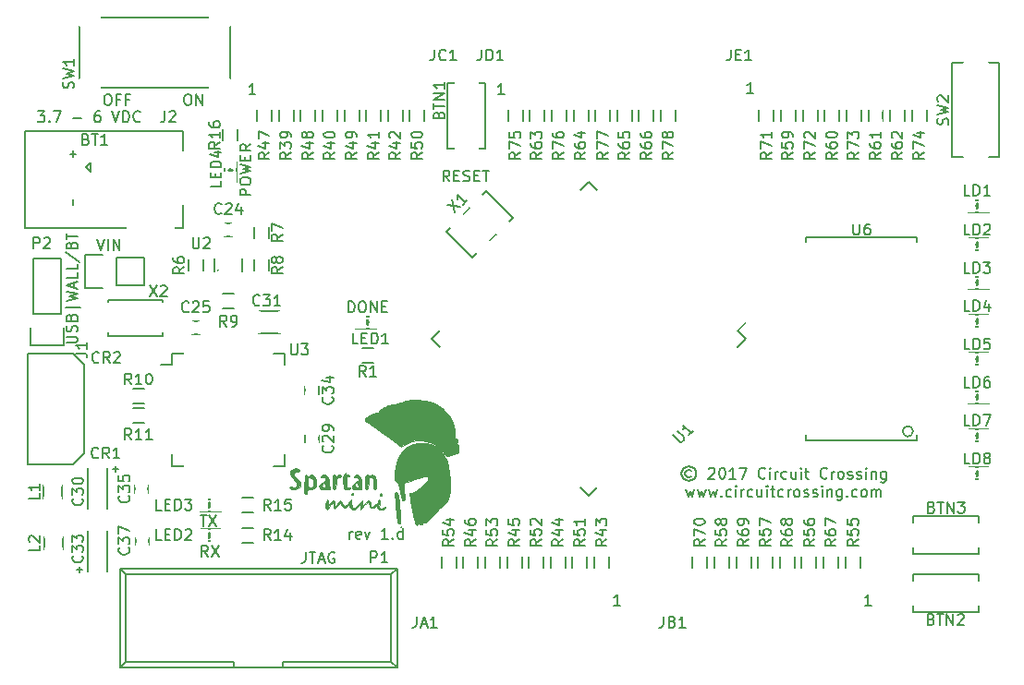
<source format=gto>
G04 #@! TF.GenerationSoftware,KiCad,Pcbnew,(2017-01-24 revision 0b6147e)-makepkg*
G04 #@! TF.CreationDate,2017-03-21T13:18:50-07:00*
G04 #@! TF.ProjectId,Spartan6Dev,5370617274616E364465762E6B696361,rev?*
G04 #@! TF.FileFunction,Legend,Top*
G04 #@! TF.FilePolarity,Positive*
%FSLAX46Y46*%
G04 Gerber Fmt 4.6, Leading zero omitted, Abs format (unit mm)*
G04 Created by KiCad (PCBNEW (2017-01-24 revision 0b6147e)-makepkg) date 03/21/17 13:18:50*
%MOMM*%
%LPD*%
G01*
G04 APERTURE LIST*
%ADD10C,0.100000*%
%ADD11C,0.150000*%
%ADD12C,0.010000*%
%ADD13C,0.127000*%
%ADD14C,0.007620*%
%ADD15C,0.152400*%
%ADD16C,0.650000*%
%ADD17R,2.127200X2.127200*%
%ADD18O,2.127200X2.127200*%
%ADD19R,1.400000X0.650000*%
%ADD20R,0.650000X1.400000*%
%ADD21R,1.300000X0.900000*%
%ADD22R,1.200000X1.150000*%
%ADD23R,1.150000X1.200000*%
%ADD24R,1.630000X2.200000*%
%ADD25R,1.400000X2.000000*%
%ADD26R,1.700000X1.100000*%
%ADD27R,1.197560X1.197560*%
%ADD28R,2.432000X2.127200*%
%ADD29O,2.432000X2.127200*%
%ADD30R,0.900000X1.300000*%
%ADD31R,2.300000X2.800000*%
%ADD32R,1.602740X0.652780*%
%ADD33R,2.299920X2.299920*%
%ADD34C,1.650006*%
%ADD35C,1.504000*%
%ADD36C,4.400000*%
%ADD37C,4.900000*%
%ADD38R,1.000000X1.500000*%
%ADD39R,1.600000X0.900000*%
%ADD40C,1.640000*%
%ADD41C,2.127200*%
%ADD42R,2.100000X1.600000*%
%ADD43O,2.100000X1.600000*%
%ADD44R,1.160000X1.670000*%
%ADD45C,3.100000*%
%ADD46R,2.432000X2.432000*%
%ADD47O,2.432000X2.432000*%
%ADD48C,1.924000*%
%ADD49C,2.400000*%
%ADD50C,2.350000*%
%ADD51C,1.850000*%
%ADD52C,2.150000*%
G04 APERTURE END LIST*
D10*
D11*
X38974761Y-99342380D02*
X39308095Y-100342380D01*
X39641428Y-99342380D01*
X39974761Y-100342380D02*
X39974761Y-99342380D01*
X40450952Y-100342380D02*
X40450952Y-99342380D01*
X41022380Y-100342380D01*
X41022380Y-99342380D01*
X62101428Y-126832380D02*
X62101428Y-126165714D01*
X62101428Y-126356190D02*
X62149047Y-126260952D01*
X62196666Y-126213333D01*
X62291904Y-126165714D01*
X62387142Y-126165714D01*
X63101428Y-126784761D02*
X63006190Y-126832380D01*
X62815714Y-126832380D01*
X62720476Y-126784761D01*
X62672857Y-126689523D01*
X62672857Y-126308571D01*
X62720476Y-126213333D01*
X62815714Y-126165714D01*
X63006190Y-126165714D01*
X63101428Y-126213333D01*
X63149047Y-126308571D01*
X63149047Y-126403809D01*
X62672857Y-126499047D01*
X63482380Y-126165714D02*
X63720476Y-126832380D01*
X63958571Y-126165714D01*
X65625238Y-126832380D02*
X65053809Y-126832380D01*
X65339523Y-126832380D02*
X65339523Y-125832380D01*
X65244285Y-125975238D01*
X65149047Y-126070476D01*
X65053809Y-126118095D01*
X66053809Y-126737142D02*
X66101428Y-126784761D01*
X66053809Y-126832380D01*
X66006190Y-126784761D01*
X66053809Y-126737142D01*
X66053809Y-126832380D01*
X66958571Y-126832380D02*
X66958571Y-125832380D01*
X66958571Y-126784761D02*
X66863333Y-126832380D01*
X66672857Y-126832380D01*
X66577619Y-126784761D01*
X66530000Y-126737142D01*
X66482380Y-126641904D01*
X66482380Y-126356190D01*
X66530000Y-126260952D01*
X66577619Y-126213333D01*
X66672857Y-126165714D01*
X66863333Y-126165714D01*
X66958571Y-126213333D01*
X93376190Y-120565476D02*
X93280952Y-120517857D01*
X93090476Y-120517857D01*
X92995238Y-120565476D01*
X92900000Y-120660714D01*
X92852380Y-120755952D01*
X92852380Y-120946428D01*
X92900000Y-121041666D01*
X92995238Y-121136904D01*
X93090476Y-121184523D01*
X93280952Y-121184523D01*
X93376190Y-121136904D01*
X93185714Y-120184523D02*
X92947619Y-120232142D01*
X92709523Y-120375000D01*
X92566666Y-120613095D01*
X92519047Y-120851190D01*
X92566666Y-121089285D01*
X92709523Y-121327380D01*
X92947619Y-121470238D01*
X93185714Y-121517857D01*
X93423809Y-121470238D01*
X93661904Y-121327380D01*
X93804761Y-121089285D01*
X93852380Y-120851190D01*
X93804761Y-120613095D01*
X93661904Y-120375000D01*
X93423809Y-120232142D01*
X93185714Y-120184523D01*
X94995238Y-120422619D02*
X95042857Y-120375000D01*
X95138095Y-120327380D01*
X95376190Y-120327380D01*
X95471428Y-120375000D01*
X95519047Y-120422619D01*
X95566666Y-120517857D01*
X95566666Y-120613095D01*
X95519047Y-120755952D01*
X94947619Y-121327380D01*
X95566666Y-121327380D01*
X96185714Y-120327380D02*
X96280952Y-120327380D01*
X96376190Y-120375000D01*
X96423809Y-120422619D01*
X96471428Y-120517857D01*
X96519047Y-120708333D01*
X96519047Y-120946428D01*
X96471428Y-121136904D01*
X96423809Y-121232142D01*
X96376190Y-121279761D01*
X96280952Y-121327380D01*
X96185714Y-121327380D01*
X96090476Y-121279761D01*
X96042857Y-121232142D01*
X95995238Y-121136904D01*
X95947619Y-120946428D01*
X95947619Y-120708333D01*
X95995238Y-120517857D01*
X96042857Y-120422619D01*
X96090476Y-120375000D01*
X96185714Y-120327380D01*
X97471428Y-121327380D02*
X96900000Y-121327380D01*
X97185714Y-121327380D02*
X97185714Y-120327380D01*
X97090476Y-120470238D01*
X96995238Y-120565476D01*
X96900000Y-120613095D01*
X97804761Y-120327380D02*
X98471428Y-120327380D01*
X98042857Y-121327380D01*
X100185714Y-121232142D02*
X100138095Y-121279761D01*
X99995238Y-121327380D01*
X99900000Y-121327380D01*
X99757142Y-121279761D01*
X99661904Y-121184523D01*
X99614285Y-121089285D01*
X99566666Y-120898809D01*
X99566666Y-120755952D01*
X99614285Y-120565476D01*
X99661904Y-120470238D01*
X99757142Y-120375000D01*
X99900000Y-120327380D01*
X99995238Y-120327380D01*
X100138095Y-120375000D01*
X100185714Y-120422619D01*
X100614285Y-121327380D02*
X100614285Y-120660714D01*
X100614285Y-120327380D02*
X100566666Y-120375000D01*
X100614285Y-120422619D01*
X100661904Y-120375000D01*
X100614285Y-120327380D01*
X100614285Y-120422619D01*
X101090476Y-121327380D02*
X101090476Y-120660714D01*
X101090476Y-120851190D02*
X101138095Y-120755952D01*
X101185714Y-120708333D01*
X101280952Y-120660714D01*
X101376190Y-120660714D01*
X102138095Y-121279761D02*
X102042857Y-121327380D01*
X101852380Y-121327380D01*
X101757142Y-121279761D01*
X101709523Y-121232142D01*
X101661904Y-121136904D01*
X101661904Y-120851190D01*
X101709523Y-120755952D01*
X101757142Y-120708333D01*
X101852380Y-120660714D01*
X102042857Y-120660714D01*
X102138095Y-120708333D01*
X102995238Y-120660714D02*
X102995238Y-121327380D01*
X102566666Y-120660714D02*
X102566666Y-121184523D01*
X102614285Y-121279761D01*
X102709523Y-121327380D01*
X102852380Y-121327380D01*
X102947619Y-121279761D01*
X102995238Y-121232142D01*
X103471428Y-121327380D02*
X103471428Y-120660714D01*
X103471428Y-120327380D02*
X103423809Y-120375000D01*
X103471428Y-120422619D01*
X103519047Y-120375000D01*
X103471428Y-120327380D01*
X103471428Y-120422619D01*
X103804761Y-120660714D02*
X104185714Y-120660714D01*
X103947619Y-120327380D02*
X103947619Y-121184523D01*
X103995238Y-121279761D01*
X104090476Y-121327380D01*
X104185714Y-121327380D01*
X105852380Y-121232142D02*
X105804761Y-121279761D01*
X105661904Y-121327380D01*
X105566666Y-121327380D01*
X105423809Y-121279761D01*
X105328571Y-121184523D01*
X105280952Y-121089285D01*
X105233333Y-120898809D01*
X105233333Y-120755952D01*
X105280952Y-120565476D01*
X105328571Y-120470238D01*
X105423809Y-120375000D01*
X105566666Y-120327380D01*
X105661904Y-120327380D01*
X105804761Y-120375000D01*
X105852380Y-120422619D01*
X106280952Y-121327380D02*
X106280952Y-120660714D01*
X106280952Y-120851190D02*
X106328571Y-120755952D01*
X106376190Y-120708333D01*
X106471428Y-120660714D01*
X106566666Y-120660714D01*
X107042857Y-121327380D02*
X106947619Y-121279761D01*
X106900000Y-121232142D01*
X106852380Y-121136904D01*
X106852380Y-120851190D01*
X106900000Y-120755952D01*
X106947619Y-120708333D01*
X107042857Y-120660714D01*
X107185714Y-120660714D01*
X107280952Y-120708333D01*
X107328571Y-120755952D01*
X107376190Y-120851190D01*
X107376190Y-121136904D01*
X107328571Y-121232142D01*
X107280952Y-121279761D01*
X107185714Y-121327380D01*
X107042857Y-121327380D01*
X107757142Y-121279761D02*
X107852380Y-121327380D01*
X108042857Y-121327380D01*
X108138095Y-121279761D01*
X108185714Y-121184523D01*
X108185714Y-121136904D01*
X108138095Y-121041666D01*
X108042857Y-120994047D01*
X107900000Y-120994047D01*
X107804761Y-120946428D01*
X107757142Y-120851190D01*
X107757142Y-120803571D01*
X107804761Y-120708333D01*
X107900000Y-120660714D01*
X108042857Y-120660714D01*
X108138095Y-120708333D01*
X108566666Y-121279761D02*
X108661904Y-121327380D01*
X108852380Y-121327380D01*
X108947619Y-121279761D01*
X108995238Y-121184523D01*
X108995238Y-121136904D01*
X108947619Y-121041666D01*
X108852380Y-120994047D01*
X108709523Y-120994047D01*
X108614285Y-120946428D01*
X108566666Y-120851190D01*
X108566666Y-120803571D01*
X108614285Y-120708333D01*
X108709523Y-120660714D01*
X108852380Y-120660714D01*
X108947619Y-120708333D01*
X109423809Y-121327380D02*
X109423809Y-120660714D01*
X109423809Y-120327380D02*
X109376190Y-120375000D01*
X109423809Y-120422619D01*
X109471428Y-120375000D01*
X109423809Y-120327380D01*
X109423809Y-120422619D01*
X109900000Y-120660714D02*
X109900000Y-121327380D01*
X109900000Y-120755952D02*
X109947619Y-120708333D01*
X110042857Y-120660714D01*
X110185714Y-120660714D01*
X110280952Y-120708333D01*
X110328571Y-120803571D01*
X110328571Y-121327380D01*
X111233333Y-120660714D02*
X111233333Y-121470238D01*
X111185714Y-121565476D01*
X111138095Y-121613095D01*
X111042857Y-121660714D01*
X110900000Y-121660714D01*
X110804761Y-121613095D01*
X111233333Y-121279761D02*
X111138095Y-121327380D01*
X110947619Y-121327380D01*
X110852380Y-121279761D01*
X110804761Y-121232142D01*
X110757142Y-121136904D01*
X110757142Y-120851190D01*
X110804761Y-120755952D01*
X110852380Y-120708333D01*
X110947619Y-120660714D01*
X111138095Y-120660714D01*
X111233333Y-120708333D01*
X92923809Y-122310714D02*
X93114285Y-122977380D01*
X93304761Y-122501190D01*
X93495238Y-122977380D01*
X93685714Y-122310714D01*
X93971428Y-122310714D02*
X94161904Y-122977380D01*
X94352380Y-122501190D01*
X94542857Y-122977380D01*
X94733333Y-122310714D01*
X95019047Y-122310714D02*
X95209523Y-122977380D01*
X95400000Y-122501190D01*
X95590476Y-122977380D01*
X95780952Y-122310714D01*
X96161904Y-122882142D02*
X96209523Y-122929761D01*
X96161904Y-122977380D01*
X96114285Y-122929761D01*
X96161904Y-122882142D01*
X96161904Y-122977380D01*
X97066666Y-122929761D02*
X96971428Y-122977380D01*
X96780952Y-122977380D01*
X96685714Y-122929761D01*
X96638095Y-122882142D01*
X96590476Y-122786904D01*
X96590476Y-122501190D01*
X96638095Y-122405952D01*
X96685714Y-122358333D01*
X96780952Y-122310714D01*
X96971428Y-122310714D01*
X97066666Y-122358333D01*
X97495238Y-122977380D02*
X97495238Y-122310714D01*
X97495238Y-121977380D02*
X97447619Y-122025000D01*
X97495238Y-122072619D01*
X97542857Y-122025000D01*
X97495238Y-121977380D01*
X97495238Y-122072619D01*
X97971428Y-122977380D02*
X97971428Y-122310714D01*
X97971428Y-122501190D02*
X98019047Y-122405952D01*
X98066666Y-122358333D01*
X98161904Y-122310714D01*
X98257142Y-122310714D01*
X99019047Y-122929761D02*
X98923809Y-122977380D01*
X98733333Y-122977380D01*
X98638095Y-122929761D01*
X98590476Y-122882142D01*
X98542857Y-122786904D01*
X98542857Y-122501190D01*
X98590476Y-122405952D01*
X98638095Y-122358333D01*
X98733333Y-122310714D01*
X98923809Y-122310714D01*
X99019047Y-122358333D01*
X99876190Y-122310714D02*
X99876190Y-122977380D01*
X99447619Y-122310714D02*
X99447619Y-122834523D01*
X99495238Y-122929761D01*
X99590476Y-122977380D01*
X99733333Y-122977380D01*
X99828571Y-122929761D01*
X99876190Y-122882142D01*
X100352380Y-122977380D02*
X100352380Y-122310714D01*
X100352380Y-121977380D02*
X100304761Y-122025000D01*
X100352380Y-122072619D01*
X100400000Y-122025000D01*
X100352380Y-121977380D01*
X100352380Y-122072619D01*
X100685714Y-122310714D02*
X101066666Y-122310714D01*
X100828571Y-121977380D02*
X100828571Y-122834523D01*
X100876190Y-122929761D01*
X100971428Y-122977380D01*
X101066666Y-122977380D01*
X101828571Y-122929761D02*
X101733333Y-122977380D01*
X101542857Y-122977380D01*
X101447619Y-122929761D01*
X101400000Y-122882142D01*
X101352380Y-122786904D01*
X101352380Y-122501190D01*
X101400000Y-122405952D01*
X101447619Y-122358333D01*
X101542857Y-122310714D01*
X101733333Y-122310714D01*
X101828571Y-122358333D01*
X102257142Y-122977380D02*
X102257142Y-122310714D01*
X102257142Y-122501190D02*
X102304761Y-122405952D01*
X102352380Y-122358333D01*
X102447619Y-122310714D01*
X102542857Y-122310714D01*
X103019047Y-122977380D02*
X102923809Y-122929761D01*
X102876190Y-122882142D01*
X102828571Y-122786904D01*
X102828571Y-122501190D01*
X102876190Y-122405952D01*
X102923809Y-122358333D01*
X103019047Y-122310714D01*
X103161904Y-122310714D01*
X103257142Y-122358333D01*
X103304761Y-122405952D01*
X103352380Y-122501190D01*
X103352380Y-122786904D01*
X103304761Y-122882142D01*
X103257142Y-122929761D01*
X103161904Y-122977380D01*
X103019047Y-122977380D01*
X103733333Y-122929761D02*
X103828571Y-122977380D01*
X104019047Y-122977380D01*
X104114285Y-122929761D01*
X104161904Y-122834523D01*
X104161904Y-122786904D01*
X104114285Y-122691666D01*
X104019047Y-122644047D01*
X103876190Y-122644047D01*
X103780952Y-122596428D01*
X103733333Y-122501190D01*
X103733333Y-122453571D01*
X103780952Y-122358333D01*
X103876190Y-122310714D01*
X104019047Y-122310714D01*
X104114285Y-122358333D01*
X104542857Y-122929761D02*
X104638095Y-122977380D01*
X104828571Y-122977380D01*
X104923809Y-122929761D01*
X104971428Y-122834523D01*
X104971428Y-122786904D01*
X104923809Y-122691666D01*
X104828571Y-122644047D01*
X104685714Y-122644047D01*
X104590476Y-122596428D01*
X104542857Y-122501190D01*
X104542857Y-122453571D01*
X104590476Y-122358333D01*
X104685714Y-122310714D01*
X104828571Y-122310714D01*
X104923809Y-122358333D01*
X105400000Y-122977380D02*
X105400000Y-122310714D01*
X105400000Y-121977380D02*
X105352380Y-122025000D01*
X105400000Y-122072619D01*
X105447619Y-122025000D01*
X105400000Y-121977380D01*
X105400000Y-122072619D01*
X105876190Y-122310714D02*
X105876190Y-122977380D01*
X105876190Y-122405952D02*
X105923809Y-122358333D01*
X106019047Y-122310714D01*
X106161904Y-122310714D01*
X106257142Y-122358333D01*
X106304761Y-122453571D01*
X106304761Y-122977380D01*
X107209523Y-122310714D02*
X107209523Y-123120238D01*
X107161904Y-123215476D01*
X107114285Y-123263095D01*
X107019047Y-123310714D01*
X106876190Y-123310714D01*
X106780952Y-123263095D01*
X107209523Y-122929761D02*
X107114285Y-122977380D01*
X106923809Y-122977380D01*
X106828571Y-122929761D01*
X106780952Y-122882142D01*
X106733333Y-122786904D01*
X106733333Y-122501190D01*
X106780952Y-122405952D01*
X106828571Y-122358333D01*
X106923809Y-122310714D01*
X107114285Y-122310714D01*
X107209523Y-122358333D01*
X107685714Y-122882142D02*
X107733333Y-122929761D01*
X107685714Y-122977380D01*
X107638095Y-122929761D01*
X107685714Y-122882142D01*
X107685714Y-122977380D01*
X108590476Y-122929761D02*
X108495238Y-122977380D01*
X108304761Y-122977380D01*
X108209523Y-122929761D01*
X108161904Y-122882142D01*
X108114285Y-122786904D01*
X108114285Y-122501190D01*
X108161904Y-122405952D01*
X108209523Y-122358333D01*
X108304761Y-122310714D01*
X108495238Y-122310714D01*
X108590476Y-122358333D01*
X109161904Y-122977380D02*
X109066666Y-122929761D01*
X109019047Y-122882142D01*
X108971428Y-122786904D01*
X108971428Y-122501190D01*
X109019047Y-122405952D01*
X109066666Y-122358333D01*
X109161904Y-122310714D01*
X109304761Y-122310714D01*
X109400000Y-122358333D01*
X109447619Y-122405952D01*
X109495238Y-122501190D01*
X109495238Y-122786904D01*
X109447619Y-122882142D01*
X109400000Y-122929761D01*
X109304761Y-122977380D01*
X109161904Y-122977380D01*
X109923809Y-122977380D02*
X109923809Y-122310714D01*
X109923809Y-122405952D02*
X109971428Y-122358333D01*
X110066666Y-122310714D01*
X110209523Y-122310714D01*
X110304761Y-122358333D01*
X110352380Y-122453571D01*
X110352380Y-122977380D01*
X110352380Y-122453571D02*
X110400000Y-122358333D01*
X110495238Y-122310714D01*
X110638095Y-122310714D01*
X110733333Y-122358333D01*
X110780952Y-122453571D01*
X110780952Y-122977380D01*
X61988095Y-106052380D02*
X61988095Y-105052380D01*
X62226190Y-105052380D01*
X62369047Y-105100000D01*
X62464285Y-105195238D01*
X62511904Y-105290476D01*
X62559523Y-105480952D01*
X62559523Y-105623809D01*
X62511904Y-105814285D01*
X62464285Y-105909523D01*
X62369047Y-106004761D01*
X62226190Y-106052380D01*
X61988095Y-106052380D01*
X63178571Y-105052380D02*
X63369047Y-105052380D01*
X63464285Y-105100000D01*
X63559523Y-105195238D01*
X63607142Y-105385714D01*
X63607142Y-105719047D01*
X63559523Y-105909523D01*
X63464285Y-106004761D01*
X63369047Y-106052380D01*
X63178571Y-106052380D01*
X63083333Y-106004761D01*
X62988095Y-105909523D01*
X62940476Y-105719047D01*
X62940476Y-105385714D01*
X62988095Y-105195238D01*
X63083333Y-105100000D01*
X63178571Y-105052380D01*
X64035714Y-106052380D02*
X64035714Y-105052380D01*
X64607142Y-106052380D01*
X64607142Y-105052380D01*
X65083333Y-105528571D02*
X65416666Y-105528571D01*
X65559523Y-106052380D02*
X65083333Y-106052380D01*
X65083333Y-105052380D01*
X65559523Y-105052380D01*
X49133333Y-128452380D02*
X48800000Y-127976190D01*
X48561904Y-128452380D02*
X48561904Y-127452380D01*
X48942857Y-127452380D01*
X49038095Y-127500000D01*
X49085714Y-127547619D01*
X49133333Y-127642857D01*
X49133333Y-127785714D01*
X49085714Y-127880952D01*
X49038095Y-127928571D01*
X48942857Y-127976190D01*
X48561904Y-127976190D01*
X49466666Y-127452380D02*
X50133333Y-128452380D01*
X50133333Y-127452380D02*
X49466666Y-128452380D01*
X48438095Y-124652380D02*
X49009523Y-124652380D01*
X48723809Y-125652380D02*
X48723809Y-124652380D01*
X49247619Y-124652380D02*
X49914285Y-125652380D01*
X49914285Y-124652380D02*
X49247619Y-125652380D01*
X86885714Y-132952380D02*
X86314285Y-132952380D01*
X86600000Y-132952380D02*
X86600000Y-131952380D01*
X86504761Y-132095238D01*
X86409523Y-132190476D01*
X86314285Y-132238095D01*
X109885714Y-132952380D02*
X109314285Y-132952380D01*
X109600000Y-132952380D02*
X109600000Y-131952380D01*
X109504761Y-132095238D01*
X109409523Y-132190476D01*
X109314285Y-132238095D01*
X99085714Y-85952380D02*
X98514285Y-85952380D01*
X98800000Y-85952380D02*
X98800000Y-84952380D01*
X98704761Y-85095238D01*
X98609523Y-85190476D01*
X98514285Y-85238095D01*
X76285714Y-86052380D02*
X75714285Y-86052380D01*
X76000000Y-86052380D02*
X76000000Y-85052380D01*
X75904761Y-85195238D01*
X75809523Y-85290476D01*
X75714285Y-85338095D01*
X53485714Y-86052380D02*
X52914285Y-86052380D01*
X53200000Y-86052380D02*
X53200000Y-85052380D01*
X53104761Y-85195238D01*
X53009523Y-85290476D01*
X52914285Y-85338095D01*
X71247619Y-94052380D02*
X70914285Y-93576190D01*
X70676190Y-94052380D02*
X70676190Y-93052380D01*
X71057142Y-93052380D01*
X71152380Y-93100000D01*
X71200000Y-93147619D01*
X71247619Y-93242857D01*
X71247619Y-93385714D01*
X71200000Y-93480952D01*
X71152380Y-93528571D01*
X71057142Y-93576190D01*
X70676190Y-93576190D01*
X71676190Y-93528571D02*
X72009523Y-93528571D01*
X72152380Y-94052380D02*
X71676190Y-94052380D01*
X71676190Y-93052380D01*
X72152380Y-93052380D01*
X72533333Y-94004761D02*
X72676190Y-94052380D01*
X72914285Y-94052380D01*
X73009523Y-94004761D01*
X73057142Y-93957142D01*
X73104761Y-93861904D01*
X73104761Y-93766666D01*
X73057142Y-93671428D01*
X73009523Y-93623809D01*
X72914285Y-93576190D01*
X72723809Y-93528571D01*
X72628571Y-93480952D01*
X72580952Y-93433333D01*
X72533333Y-93338095D01*
X72533333Y-93242857D01*
X72580952Y-93147619D01*
X72628571Y-93100000D01*
X72723809Y-93052380D01*
X72961904Y-93052380D01*
X73104761Y-93100000D01*
X73533333Y-93528571D02*
X73866666Y-93528571D01*
X74009523Y-94052380D02*
X73533333Y-94052380D01*
X73533333Y-93052380D01*
X74009523Y-93052380D01*
X74295238Y-93052380D02*
X74866666Y-93052380D01*
X74580952Y-94052380D02*
X74580952Y-93052380D01*
X36152380Y-108852380D02*
X36961904Y-108852380D01*
X37057142Y-108804761D01*
X37104761Y-108757142D01*
X37152380Y-108661904D01*
X37152380Y-108471428D01*
X37104761Y-108376190D01*
X37057142Y-108328571D01*
X36961904Y-108280952D01*
X36152380Y-108280952D01*
X37104761Y-107852380D02*
X37152380Y-107709523D01*
X37152380Y-107471428D01*
X37104761Y-107376190D01*
X37057142Y-107328571D01*
X36961904Y-107280952D01*
X36866666Y-107280952D01*
X36771428Y-107328571D01*
X36723809Y-107376190D01*
X36676190Y-107471428D01*
X36628571Y-107661904D01*
X36580952Y-107757142D01*
X36533333Y-107804761D01*
X36438095Y-107852380D01*
X36342857Y-107852380D01*
X36247619Y-107804761D01*
X36200000Y-107757142D01*
X36152380Y-107661904D01*
X36152380Y-107423809D01*
X36200000Y-107280952D01*
X36628571Y-106519047D02*
X36676190Y-106376190D01*
X36723809Y-106328571D01*
X36819047Y-106280952D01*
X36961904Y-106280952D01*
X37057142Y-106328571D01*
X37104761Y-106376190D01*
X37152380Y-106471428D01*
X37152380Y-106852380D01*
X36152380Y-106852380D01*
X36152380Y-106519047D01*
X36200000Y-106423809D01*
X36247619Y-106376190D01*
X36342857Y-106328571D01*
X36438095Y-106328571D01*
X36533333Y-106376190D01*
X36580952Y-106423809D01*
X36628571Y-106519047D01*
X36628571Y-106852380D01*
X37485714Y-105614285D02*
X36057142Y-105614285D01*
X36152380Y-104995238D02*
X37152380Y-104757142D01*
X36438095Y-104566666D01*
X37152380Y-104376190D01*
X36152380Y-104138095D01*
X36866666Y-103804761D02*
X36866666Y-103328571D01*
X37152380Y-103900000D02*
X36152380Y-103566666D01*
X37152380Y-103233333D01*
X37152380Y-102423809D02*
X37152380Y-102900000D01*
X36152380Y-102900000D01*
X37152380Y-101614285D02*
X37152380Y-102090476D01*
X36152380Y-102090476D01*
X36104761Y-100566666D02*
X37390476Y-101423809D01*
X36628571Y-99900000D02*
X36676190Y-99757142D01*
X36723809Y-99709523D01*
X36819047Y-99661904D01*
X36961904Y-99661904D01*
X37057142Y-99709523D01*
X37104761Y-99757142D01*
X37152380Y-99852380D01*
X37152380Y-100233333D01*
X36152380Y-100233333D01*
X36152380Y-99900000D01*
X36200000Y-99804761D01*
X36247619Y-99757142D01*
X36342857Y-99709523D01*
X36438095Y-99709523D01*
X36533333Y-99757142D01*
X36580952Y-99804761D01*
X36628571Y-99900000D01*
X36628571Y-100233333D01*
X36152380Y-99376190D02*
X36152380Y-98804761D01*
X37152380Y-99090476D02*
X36152380Y-99090476D01*
X33535714Y-87602380D02*
X34154761Y-87602380D01*
X33821428Y-87983333D01*
X33964285Y-87983333D01*
X34059523Y-88030952D01*
X34107142Y-88078571D01*
X34154761Y-88173809D01*
X34154761Y-88411904D01*
X34107142Y-88507142D01*
X34059523Y-88554761D01*
X33964285Y-88602380D01*
X33678571Y-88602380D01*
X33583333Y-88554761D01*
X33535714Y-88507142D01*
X34583333Y-88507142D02*
X34630952Y-88554761D01*
X34583333Y-88602380D01*
X34535714Y-88554761D01*
X34583333Y-88507142D01*
X34583333Y-88602380D01*
X34964285Y-87602380D02*
X35630952Y-87602380D01*
X35202380Y-88602380D01*
X36773809Y-88221428D02*
X37535714Y-88221428D01*
X39202380Y-87602380D02*
X39011904Y-87602380D01*
X38916666Y-87650000D01*
X38869047Y-87697619D01*
X38773809Y-87840476D01*
X38726190Y-88030952D01*
X38726190Y-88411904D01*
X38773809Y-88507142D01*
X38821428Y-88554761D01*
X38916666Y-88602380D01*
X39107142Y-88602380D01*
X39202380Y-88554761D01*
X39250000Y-88507142D01*
X39297619Y-88411904D01*
X39297619Y-88173809D01*
X39250000Y-88078571D01*
X39202380Y-88030952D01*
X39107142Y-87983333D01*
X38916666Y-87983333D01*
X38821428Y-88030952D01*
X38773809Y-88078571D01*
X38726190Y-88173809D01*
X40345238Y-87602380D02*
X40678571Y-88602380D01*
X41011904Y-87602380D01*
X41345238Y-88602380D02*
X41345238Y-87602380D01*
X41583333Y-87602380D01*
X41726190Y-87650000D01*
X41821428Y-87745238D01*
X41869047Y-87840476D01*
X41916666Y-88030952D01*
X41916666Y-88173809D01*
X41869047Y-88364285D01*
X41821428Y-88459523D01*
X41726190Y-88554761D01*
X41583333Y-88602380D01*
X41345238Y-88602380D01*
X42916666Y-88507142D02*
X42869047Y-88554761D01*
X42726190Y-88602380D01*
X42630952Y-88602380D01*
X42488095Y-88554761D01*
X42392857Y-88459523D01*
X42345238Y-88364285D01*
X42297619Y-88173809D01*
X42297619Y-88030952D01*
X42345238Y-87840476D01*
X42392857Y-87745238D01*
X42488095Y-87650000D01*
X42630952Y-87602380D01*
X42726190Y-87602380D01*
X42869047Y-87650000D01*
X42916666Y-87697619D01*
X39864285Y-86052380D02*
X40054761Y-86052380D01*
X40150000Y-86100000D01*
X40245238Y-86195238D01*
X40292857Y-86385714D01*
X40292857Y-86719047D01*
X40245238Y-86909523D01*
X40150000Y-87004761D01*
X40054761Y-87052380D01*
X39864285Y-87052380D01*
X39769047Y-87004761D01*
X39673809Y-86909523D01*
X39626190Y-86719047D01*
X39626190Y-86385714D01*
X39673809Y-86195238D01*
X39769047Y-86100000D01*
X39864285Y-86052380D01*
X41054761Y-86528571D02*
X40721428Y-86528571D01*
X40721428Y-87052380D02*
X40721428Y-86052380D01*
X41197619Y-86052380D01*
X41911904Y-86528571D02*
X41578571Y-86528571D01*
X41578571Y-87052380D02*
X41578571Y-86052380D01*
X42054761Y-86052380D01*
X47197619Y-86052380D02*
X47388095Y-86052380D01*
X47483333Y-86100000D01*
X47578571Y-86195238D01*
X47626190Y-86385714D01*
X47626190Y-86719047D01*
X47578571Y-86909523D01*
X47483333Y-87004761D01*
X47388095Y-87052380D01*
X47197619Y-87052380D01*
X47102380Y-87004761D01*
X47007142Y-86909523D01*
X46959523Y-86719047D01*
X46959523Y-86385714D01*
X47007142Y-86195238D01*
X47102380Y-86100000D01*
X47197619Y-86052380D01*
X48054761Y-87052380D02*
X48054761Y-86052380D01*
X48626190Y-87052380D01*
X48626190Y-86052380D01*
X53052380Y-95309523D02*
X52052380Y-95309523D01*
X52052380Y-94928571D01*
X52100000Y-94833333D01*
X52147619Y-94785714D01*
X52242857Y-94738095D01*
X52385714Y-94738095D01*
X52480952Y-94785714D01*
X52528571Y-94833333D01*
X52576190Y-94928571D01*
X52576190Y-95309523D01*
X52052380Y-94119047D02*
X52052380Y-93928571D01*
X52100000Y-93833333D01*
X52195238Y-93738095D01*
X52385714Y-93690476D01*
X52719047Y-93690476D01*
X52909523Y-93738095D01*
X53004761Y-93833333D01*
X53052380Y-93928571D01*
X53052380Y-94119047D01*
X53004761Y-94214285D01*
X52909523Y-94309523D01*
X52719047Y-94357142D01*
X52385714Y-94357142D01*
X52195238Y-94309523D01*
X52100000Y-94214285D01*
X52052380Y-94119047D01*
X52052380Y-93357142D02*
X53052380Y-93119047D01*
X52338095Y-92928571D01*
X53052380Y-92738095D01*
X52052380Y-92500000D01*
X52528571Y-92119047D02*
X52528571Y-91785714D01*
X53052380Y-91642857D02*
X53052380Y-92119047D01*
X52052380Y-92119047D01*
X52052380Y-91642857D01*
X53052380Y-90642857D02*
X52576190Y-90976190D01*
X53052380Y-91214285D02*
X52052380Y-91214285D01*
X52052380Y-90833333D01*
X52100000Y-90738095D01*
X52147619Y-90690476D01*
X52242857Y-90642857D01*
X52385714Y-90642857D01*
X52480952Y-90690476D01*
X52528571Y-90738095D01*
X52576190Y-90833333D01*
X52576190Y-91214285D01*
X58083333Y-128052380D02*
X58083333Y-128766666D01*
X58035714Y-128909523D01*
X57940476Y-129004761D01*
X57797619Y-129052380D01*
X57702380Y-129052380D01*
X58416666Y-128052380D02*
X58988095Y-128052380D01*
X58702380Y-129052380D02*
X58702380Y-128052380D01*
X59273809Y-128766666D02*
X59750000Y-128766666D01*
X59178571Y-129052380D02*
X59511904Y-128052380D01*
X59845238Y-129052380D01*
X60702380Y-128100000D02*
X60607142Y-128052380D01*
X60464285Y-128052380D01*
X60321428Y-128100000D01*
X60226190Y-128195238D01*
X60178571Y-128290476D01*
X60130952Y-128480952D01*
X60130952Y-128623809D01*
X60178571Y-128814285D01*
X60226190Y-128909523D01*
X60321428Y-129004761D01*
X60464285Y-129052380D01*
X60559523Y-129052380D01*
X60702380Y-129004761D01*
X60750000Y-128957142D01*
X60750000Y-128623809D01*
X60559523Y-128623809D01*
D12*
G36*
X62282573Y-123601748D02*
X62332003Y-123877134D01*
X62428745Y-123991212D01*
X62436000Y-123992889D01*
X62575409Y-123950107D01*
X62773651Y-123810671D01*
X62985975Y-123611883D01*
X63167632Y-123391047D01*
X63180147Y-123372572D01*
X63246806Y-123287621D01*
X63267633Y-123324893D01*
X63251088Y-123505483D01*
X63246853Y-123538878D01*
X63204412Y-123869423D01*
X63494237Y-123553007D01*
X63703830Y-123353140D01*
X63846575Y-123299908D01*
X63942775Y-123394763D01*
X64002333Y-123589333D01*
X64063027Y-123781972D01*
X64128678Y-123885261D01*
X64235967Y-123865368D01*
X64399057Y-123757718D01*
X64567321Y-123606263D01*
X64690135Y-123454957D01*
X64722000Y-123370140D01*
X64769301Y-123262372D01*
X64805046Y-123250666D01*
X64847930Y-123326686D01*
X64847792Y-123529612D01*
X64837402Y-123620503D01*
X64827519Y-123910434D01*
X64899026Y-124052759D01*
X65053828Y-124049388D01*
X65191389Y-123975679D01*
X65336254Y-123905900D01*
X65399247Y-123925370D01*
X65399333Y-123927863D01*
X65327003Y-124032324D01*
X65158160Y-124121360D01*
X64965020Y-124165288D01*
X64852365Y-124152673D01*
X64715714Y-124036275D01*
X64651843Y-123922433D01*
X64590025Y-123800647D01*
X64517402Y-123829039D01*
X64474177Y-123878223D01*
X64286737Y-124005593D01*
X64090303Y-123999215D01*
X63941870Y-123868988D01*
X63907573Y-123779833D01*
X63843701Y-123561453D01*
X63769857Y-123480567D01*
X63656608Y-123536317D01*
X63474521Y-123727849D01*
X63441149Y-123766273D01*
X63118386Y-124139666D01*
X63115859Y-123890224D01*
X63113333Y-123640782D01*
X62834135Y-123911391D01*
X62639243Y-124075026D01*
X62474242Y-124171257D01*
X62427735Y-124182000D01*
X62234076Y-124107951D01*
X62113022Y-123926784D01*
X62097333Y-123823865D01*
X62084340Y-123733314D01*
X62020097Y-123736696D01*
X61866707Y-123839524D01*
X61836414Y-123861836D01*
X61679913Y-123969913D01*
X61573022Y-123993621D01*
X61474445Y-123914839D01*
X61342886Y-123715449D01*
X61285103Y-123619944D01*
X61218816Y-123539542D01*
X61148152Y-123561724D01*
X61038378Y-123705356D01*
X60988770Y-123780895D01*
X60824837Y-124007742D01*
X60721118Y-124081758D01*
X60668803Y-124004740D01*
X60658000Y-123848330D01*
X60627826Y-123625988D01*
X60540316Y-123559543D01*
X60399987Y-123647261D01*
X60211355Y-123887406D01*
X60101540Y-124062078D01*
X60014612Y-124158740D01*
X59944661Y-124107572D01*
X59914653Y-123966197D01*
X59921539Y-123749199D01*
X59956143Y-123517211D01*
X60009287Y-123330867D01*
X60071795Y-123250801D01*
X60074357Y-123250666D01*
X60117752Y-123325305D01*
X60107616Y-123524524D01*
X60100342Y-123568166D01*
X60043012Y-123885666D01*
X60241754Y-123631666D01*
X60441252Y-123398070D01*
X60576424Y-123296735D01*
X60667257Y-123313071D01*
X60671944Y-123317692D01*
X60721746Y-123438089D01*
X60757318Y-123631666D01*
X60785000Y-123885666D01*
X60951421Y-123610500D01*
X61119956Y-123397313D01*
X61265674Y-123349593D01*
X61385362Y-123467834D01*
X61416873Y-123538775D01*
X61529748Y-123749256D01*
X61662250Y-123804865D01*
X61833783Y-123706110D01*
X61980494Y-123553506D01*
X62256146Y-123234624D01*
X62282573Y-123601748D01*
X62282573Y-123601748D01*
G37*
X62282573Y-123601748D02*
X62332003Y-123877134D01*
X62428745Y-123991212D01*
X62436000Y-123992889D01*
X62575409Y-123950107D01*
X62773651Y-123810671D01*
X62985975Y-123611883D01*
X63167632Y-123391047D01*
X63180147Y-123372572D01*
X63246806Y-123287621D01*
X63267633Y-123324893D01*
X63251088Y-123505483D01*
X63246853Y-123538878D01*
X63204412Y-123869423D01*
X63494237Y-123553007D01*
X63703830Y-123353140D01*
X63846575Y-123299908D01*
X63942775Y-123394763D01*
X64002333Y-123589333D01*
X64063027Y-123781972D01*
X64128678Y-123885261D01*
X64235967Y-123865368D01*
X64399057Y-123757718D01*
X64567321Y-123606263D01*
X64690135Y-123454957D01*
X64722000Y-123370140D01*
X64769301Y-123262372D01*
X64805046Y-123250666D01*
X64847930Y-123326686D01*
X64847792Y-123529612D01*
X64837402Y-123620503D01*
X64827519Y-123910434D01*
X64899026Y-124052759D01*
X65053828Y-124049388D01*
X65191389Y-123975679D01*
X65336254Y-123905900D01*
X65399247Y-123925370D01*
X65399333Y-123927863D01*
X65327003Y-124032324D01*
X65158160Y-124121360D01*
X64965020Y-124165288D01*
X64852365Y-124152673D01*
X64715714Y-124036275D01*
X64651843Y-123922433D01*
X64590025Y-123800647D01*
X64517402Y-123829039D01*
X64474177Y-123878223D01*
X64286737Y-124005593D01*
X64090303Y-123999215D01*
X63941870Y-123868988D01*
X63907573Y-123779833D01*
X63843701Y-123561453D01*
X63769857Y-123480567D01*
X63656608Y-123536317D01*
X63474521Y-123727849D01*
X63441149Y-123766273D01*
X63118386Y-124139666D01*
X63115859Y-123890224D01*
X63113333Y-123640782D01*
X62834135Y-123911391D01*
X62639243Y-124075026D01*
X62474242Y-124171257D01*
X62427735Y-124182000D01*
X62234076Y-124107951D01*
X62113022Y-123926784D01*
X62097333Y-123823865D01*
X62084340Y-123733314D01*
X62020097Y-123736696D01*
X61866707Y-123839524D01*
X61836414Y-123861836D01*
X61679913Y-123969913D01*
X61573022Y-123993621D01*
X61474445Y-123914839D01*
X61342886Y-123715449D01*
X61285103Y-123619944D01*
X61218816Y-123539542D01*
X61148152Y-123561724D01*
X61038378Y-123705356D01*
X60988770Y-123780895D01*
X60824837Y-124007742D01*
X60721118Y-124081758D01*
X60668803Y-124004740D01*
X60658000Y-123848330D01*
X60627826Y-123625988D01*
X60540316Y-123559543D01*
X60399987Y-123647261D01*
X60211355Y-123887406D01*
X60101540Y-124062078D01*
X60014612Y-124158740D01*
X59944661Y-124107572D01*
X59914653Y-123966197D01*
X59921539Y-123749199D01*
X59956143Y-123517211D01*
X60009287Y-123330867D01*
X60071795Y-123250801D01*
X60074357Y-123250666D01*
X60117752Y-123325305D01*
X60107616Y-123524524D01*
X60100342Y-123568166D01*
X60043012Y-123885666D01*
X60241754Y-123631666D01*
X60441252Y-123398070D01*
X60576424Y-123296735D01*
X60667257Y-123313071D01*
X60671944Y-123317692D01*
X60721746Y-123438089D01*
X60757318Y-123631666D01*
X60785000Y-123885666D01*
X60951421Y-123610500D01*
X61119956Y-123397313D01*
X61265674Y-123349593D01*
X61385362Y-123467834D01*
X61416873Y-123538775D01*
X61529748Y-123749256D01*
X61662250Y-123804865D01*
X61833783Y-123706110D01*
X61980494Y-123553506D01*
X62256146Y-123234624D01*
X62282573Y-123601748D01*
G36*
X65051114Y-122726576D02*
X65060666Y-122785000D01*
X65014949Y-122897671D01*
X64976000Y-122912000D01*
X64900885Y-122843423D01*
X64891333Y-122785000D01*
X64937050Y-122672328D01*
X64976000Y-122658000D01*
X65051114Y-122726576D01*
X65051114Y-122726576D01*
G37*
X65051114Y-122726576D02*
X65060666Y-122785000D01*
X65014949Y-122897671D01*
X64976000Y-122912000D01*
X64900885Y-122843423D01*
X64891333Y-122785000D01*
X64937050Y-122672328D01*
X64976000Y-122658000D01*
X65051114Y-122726576D01*
G36*
X62423816Y-122634860D02*
X62436000Y-122695336D01*
X62391795Y-122811178D01*
X62351333Y-122827333D01*
X62269090Y-122766565D01*
X62266666Y-122747663D01*
X62328210Y-122632996D01*
X62351333Y-122615666D01*
X62423816Y-122634860D01*
X62423816Y-122634860D01*
G37*
X62423816Y-122634860D02*
X62436000Y-122695336D01*
X62391795Y-122811178D01*
X62351333Y-122827333D01*
X62269090Y-122766565D01*
X62266666Y-122747663D01*
X62328210Y-122632996D01*
X62351333Y-122615666D01*
X62423816Y-122634860D01*
G36*
X58213698Y-121021767D02*
X58235492Y-121100166D01*
X58242060Y-121270015D01*
X58251686Y-121531654D01*
X58256659Y-121670195D01*
X58279991Y-121936548D01*
X58335402Y-122074476D01*
X58423900Y-122121686D01*
X58634257Y-122090641D01*
X58775412Y-121924635D01*
X58822000Y-121678233D01*
X58768444Y-121394180D01*
X58614181Y-121235670D01*
X58466399Y-121206000D01*
X58332889Y-121163964D01*
X58339443Y-121073743D01*
X58447924Y-121003391D01*
X58638074Y-120957506D01*
X58789010Y-121015803D01*
X58906666Y-121121333D01*
X59036546Y-121342276D01*
X59076000Y-121665619D01*
X59030260Y-122010657D01*
X58889256Y-122218275D01*
X58647315Y-122294743D01*
X58511956Y-122288996D01*
X58320097Y-122280110D01*
X58243051Y-122340420D01*
X58229333Y-122493001D01*
X58193931Y-122676547D01*
X58081166Y-122730178D01*
X58015272Y-122714827D01*
X57974160Y-122648944D01*
X57953803Y-122503076D01*
X57950173Y-122247767D01*
X57959244Y-121853563D01*
X57959613Y-121841178D01*
X57976663Y-121429026D01*
X58001145Y-121160798D01*
X58037289Y-121011112D01*
X58089324Y-120954589D01*
X58107780Y-120951999D01*
X58213698Y-121021767D01*
X58213698Y-121021767D01*
G37*
X58213698Y-121021767D02*
X58235492Y-121100166D01*
X58242060Y-121270015D01*
X58251686Y-121531654D01*
X58256659Y-121670195D01*
X58279991Y-121936548D01*
X58335402Y-122074476D01*
X58423900Y-122121686D01*
X58634257Y-122090641D01*
X58775412Y-121924635D01*
X58822000Y-121678233D01*
X58768444Y-121394180D01*
X58614181Y-121235670D01*
X58466399Y-121206000D01*
X58332889Y-121163964D01*
X58339443Y-121073743D01*
X58447924Y-121003391D01*
X58638074Y-120957506D01*
X58789010Y-121015803D01*
X58906666Y-121121333D01*
X59036546Y-121342276D01*
X59076000Y-121665619D01*
X59030260Y-122010657D01*
X58889256Y-122218275D01*
X58647315Y-122294743D01*
X58511956Y-122288996D01*
X58320097Y-122280110D01*
X58243051Y-122340420D01*
X58229333Y-122493001D01*
X58193931Y-122676547D01*
X58081166Y-122730178D01*
X58015272Y-122714827D01*
X57974160Y-122648944D01*
X57953803Y-122503076D01*
X57950173Y-122247767D01*
X57959244Y-121853563D01*
X57959613Y-121841178D01*
X57976663Y-121429026D01*
X58001145Y-121160798D01*
X58037289Y-121011112D01*
X58089324Y-120954589D01*
X58107780Y-120951999D01*
X58213698Y-121021767D01*
G36*
X57404884Y-120402369D02*
X57523833Y-120501427D01*
X57532456Y-120529623D01*
X57498671Y-120622528D01*
X57332172Y-120655935D01*
X57281266Y-120656623D01*
X57054031Y-120696690D01*
X56973181Y-120813605D01*
X57038597Y-120999302D01*
X57250159Y-121245719D01*
X57290602Y-121283837D01*
X57495328Y-121505695D01*
X57617360Y-121704741D01*
X57636666Y-121785661D01*
X57560073Y-122032379D01*
X57353673Y-122213521D01*
X57052533Y-122302113D01*
X56959333Y-122306666D01*
X56737864Y-122292529D01*
X56639960Y-122235227D01*
X56620666Y-122136615D01*
X56639334Y-122020943D01*
X56726162Y-122034698D01*
X56790292Y-122072498D01*
X56976943Y-122133870D01*
X57107792Y-122085735D01*
X57262492Y-121919464D01*
X57251990Y-121719513D01*
X57076659Y-121487679D01*
X56962980Y-121388445D01*
X56709066Y-121125602D01*
X56622299Y-120876338D01*
X56701589Y-120635027D01*
X56794992Y-120523674D01*
X56980198Y-120413006D01*
X57203584Y-120372733D01*
X57404884Y-120402369D01*
X57404884Y-120402369D01*
G37*
X57404884Y-120402369D02*
X57523833Y-120501427D01*
X57532456Y-120529623D01*
X57498671Y-120622528D01*
X57332172Y-120655935D01*
X57281266Y-120656623D01*
X57054031Y-120696690D01*
X56973181Y-120813605D01*
X57038597Y-120999302D01*
X57250159Y-121245719D01*
X57290602Y-121283837D01*
X57495328Y-121505695D01*
X57617360Y-121704741D01*
X57636666Y-121785661D01*
X57560073Y-122032379D01*
X57353673Y-122213521D01*
X57052533Y-122302113D01*
X56959333Y-122306666D01*
X56737864Y-122292529D01*
X56639960Y-122235227D01*
X56620666Y-122136615D01*
X56639334Y-122020943D01*
X56726162Y-122034698D01*
X56790292Y-122072498D01*
X56976943Y-122133870D01*
X57107792Y-122085735D01*
X57262492Y-121919464D01*
X57251990Y-121719513D01*
X57076659Y-121487679D01*
X56962980Y-121388445D01*
X56709066Y-121125602D01*
X56622299Y-120876338D01*
X56701589Y-120635027D01*
X56794992Y-120523674D01*
X56980198Y-120413006D01*
X57203584Y-120372733D01*
X57404884Y-120402369D01*
G36*
X60091316Y-121078176D02*
X60152727Y-121225464D01*
X60207591Y-121482292D01*
X60239616Y-121747297D01*
X60283198Y-122290242D01*
X59858124Y-122293535D01*
X59603725Y-122285956D01*
X59425928Y-122262971D01*
X59381525Y-122245302D01*
X59341260Y-122128760D01*
X59330000Y-121991901D01*
X59349771Y-121925666D01*
X59584000Y-121925666D01*
X59623686Y-122091647D01*
X59753333Y-122137333D01*
X59886118Y-122087724D01*
X59922666Y-121925666D01*
X59882979Y-121759685D01*
X59753333Y-121714000D01*
X59620548Y-121763608D01*
X59584000Y-121925666D01*
X59349771Y-121925666D01*
X59379463Y-121826200D01*
X59551865Y-121699691D01*
X59626333Y-121666210D01*
X59857531Y-121522205D01*
X59922666Y-121374197D01*
X59890197Y-121244878D01*
X59767487Y-121195094D01*
X59545630Y-121204486D01*
X59433295Y-121200453D01*
X59463228Y-121123678D01*
X59492497Y-121087236D01*
X59681759Y-120971924D01*
X59909948Y-120969903D01*
X60091316Y-121078176D01*
X60091316Y-121078176D01*
G37*
X60091316Y-121078176D02*
X60152727Y-121225464D01*
X60207591Y-121482292D01*
X60239616Y-121747297D01*
X60283198Y-122290242D01*
X59858124Y-122293535D01*
X59603725Y-122285956D01*
X59425928Y-122262971D01*
X59381525Y-122245302D01*
X59341260Y-122128760D01*
X59330000Y-121991901D01*
X59349771Y-121925666D01*
X59584000Y-121925666D01*
X59623686Y-122091647D01*
X59753333Y-122137333D01*
X59886118Y-122087724D01*
X59922666Y-121925666D01*
X59882979Y-121759685D01*
X59753333Y-121714000D01*
X59620548Y-121763608D01*
X59584000Y-121925666D01*
X59349771Y-121925666D01*
X59379463Y-121826200D01*
X59551865Y-121699691D01*
X59626333Y-121666210D01*
X59857531Y-121522205D01*
X59922666Y-121374197D01*
X59890197Y-121244878D01*
X59767487Y-121195094D01*
X59545630Y-121204486D01*
X59433295Y-121200453D01*
X59463228Y-121123678D01*
X59492497Y-121087236D01*
X59681759Y-120971924D01*
X59909948Y-120969903D01*
X60091316Y-121078176D01*
G36*
X60792972Y-121014868D02*
X60816226Y-121044043D01*
X60900757Y-121090299D01*
X60965156Y-121044043D01*
X61125841Y-120962833D01*
X61206942Y-120952000D01*
X61311958Y-120993721D01*
X61303396Y-121086069D01*
X61204442Y-121179819D01*
X61079674Y-121222216D01*
X60977546Y-121255635D01*
X60918202Y-121346095D01*
X60886528Y-121533841D01*
X60871126Y-121777500D01*
X60848697Y-122074827D01*
X60809806Y-122237769D01*
X60743293Y-122301194D01*
X60701793Y-122306557D01*
X60629180Y-122284320D01*
X60585610Y-122195931D01*
X60564121Y-122008665D01*
X60557749Y-121689801D01*
X60557666Y-121629205D01*
X60568110Y-121249122D01*
X60600464Y-121026840D01*
X60656262Y-120952054D01*
X60658503Y-120951981D01*
X60792972Y-121014868D01*
X60792972Y-121014868D01*
G37*
X60792972Y-121014868D02*
X60816226Y-121044043D01*
X60900757Y-121090299D01*
X60965156Y-121044043D01*
X61125841Y-120962833D01*
X61206942Y-120952000D01*
X61311958Y-120993721D01*
X61303396Y-121086069D01*
X61204442Y-121179819D01*
X61079674Y-121222216D01*
X60977546Y-121255635D01*
X60918202Y-121346095D01*
X60886528Y-121533841D01*
X60871126Y-121777500D01*
X60848697Y-122074827D01*
X60809806Y-122237769D01*
X60743293Y-122301194D01*
X60701793Y-122306557D01*
X60629180Y-122284320D01*
X60585610Y-122195931D01*
X60564121Y-122008665D01*
X60557749Y-121689801D01*
X60557666Y-121629205D01*
X60568110Y-121249122D01*
X60600464Y-121026840D01*
X60656262Y-120952054D01*
X60658503Y-120951981D01*
X60792972Y-121014868D01*
G36*
X61785333Y-120849190D02*
X61856060Y-120932640D01*
X61954666Y-120952000D01*
X62100204Y-120988440D01*
X62102151Y-121067531D01*
X61961589Y-121143929D01*
X61950009Y-121147083D01*
X61849030Y-121194710D01*
X61801972Y-121298667D01*
X61795251Y-121504496D01*
X61801842Y-121643791D01*
X61824755Y-121906959D01*
X61867017Y-122041206D01*
X61947478Y-122086943D01*
X62009614Y-122089196D01*
X62143223Y-122122870D01*
X62148722Y-122195029D01*
X62036673Y-122286984D01*
X61852494Y-122306058D01*
X61674388Y-122257308D01*
X61583581Y-122158500D01*
X61556053Y-121994608D01*
X61531607Y-121729581D01*
X61519989Y-121520909D01*
X61523709Y-121194439D01*
X61573087Y-120988563D01*
X61642781Y-120888933D01*
X61753983Y-120809634D01*
X61785333Y-120849190D01*
X61785333Y-120849190D01*
G37*
X61785333Y-120849190D02*
X61856060Y-120932640D01*
X61954666Y-120952000D01*
X62100204Y-120988440D01*
X62102151Y-121067531D01*
X61961589Y-121143929D01*
X61950009Y-121147083D01*
X61849030Y-121194710D01*
X61801972Y-121298667D01*
X61795251Y-121504496D01*
X61801842Y-121643791D01*
X61824755Y-121906959D01*
X61867017Y-122041206D01*
X61947478Y-122086943D01*
X62009614Y-122089196D01*
X62143223Y-122122870D01*
X62148722Y-122195029D01*
X62036673Y-122286984D01*
X61852494Y-122306058D01*
X61674388Y-122257308D01*
X61583581Y-122158500D01*
X61556053Y-121994608D01*
X61531607Y-121729581D01*
X61519989Y-121520909D01*
X61523709Y-121194439D01*
X61573087Y-120988563D01*
X61642781Y-120888933D01*
X61753983Y-120809634D01*
X61785333Y-120849190D01*
G36*
X62967875Y-121012935D02*
X63127328Y-121206913D01*
X63211514Y-121545106D01*
X63224666Y-121803063D01*
X63224666Y-122277782D01*
X62796873Y-122287526D01*
X62514745Y-122277585D01*
X62363239Y-122225281D01*
X62317732Y-122163460D01*
X62321437Y-121958216D01*
X62399655Y-121863333D01*
X62547333Y-121863333D01*
X62592023Y-122057937D01*
X62746423Y-122133375D01*
X62821333Y-122137333D01*
X62942398Y-122091607D01*
X62955388Y-121946833D01*
X62881448Y-121799475D01*
X62749805Y-121723833D01*
X62619373Y-121731962D01*
X62549068Y-121835919D01*
X62547333Y-121863333D01*
X62399655Y-121863333D01*
X62480924Y-121764749D01*
X62701878Y-121635220D01*
X62881392Y-121538034D01*
X62968978Y-121458623D01*
X62970666Y-121450768D01*
X62900827Y-121312992D01*
X62745902Y-121203038D01*
X62587783Y-121176884D01*
X62575663Y-121180755D01*
X62475966Y-121184656D01*
X62478809Y-121113658D01*
X62584153Y-121014453D01*
X62736176Y-120968332D01*
X62967875Y-121012935D01*
X62967875Y-121012935D01*
G37*
X62967875Y-121012935D02*
X63127328Y-121206913D01*
X63211514Y-121545106D01*
X63224666Y-121803063D01*
X63224666Y-122277782D01*
X62796873Y-122287526D01*
X62514745Y-122277585D01*
X62363239Y-122225281D01*
X62317732Y-122163460D01*
X62321437Y-121958216D01*
X62399655Y-121863333D01*
X62547333Y-121863333D01*
X62592023Y-122057937D01*
X62746423Y-122133375D01*
X62821333Y-122137333D01*
X62942398Y-122091607D01*
X62955388Y-121946833D01*
X62881448Y-121799475D01*
X62749805Y-121723833D01*
X62619373Y-121731962D01*
X62549068Y-121835919D01*
X62547333Y-121863333D01*
X62399655Y-121863333D01*
X62480924Y-121764749D01*
X62701878Y-121635220D01*
X62881392Y-121538034D01*
X62968978Y-121458623D01*
X62970666Y-121450768D01*
X62900827Y-121312992D01*
X62745902Y-121203038D01*
X62587783Y-121176884D01*
X62575663Y-121180755D01*
X62475966Y-121184656D01*
X62478809Y-121113658D01*
X62584153Y-121014453D01*
X62736176Y-120968332D01*
X62967875Y-121012935D01*
G36*
X63760870Y-120977027D02*
X63819002Y-121071444D01*
X63843320Y-121264041D01*
X63839793Y-121583679D01*
X63831275Y-121765975D01*
X63807021Y-122068461D01*
X63767250Y-122235545D01*
X63701353Y-122301087D01*
X63661942Y-122306483D01*
X63590758Y-122282762D01*
X63548040Y-122190224D01*
X63527047Y-121996467D01*
X63521036Y-121669089D01*
X63521000Y-121629077D01*
X63525848Y-121287347D01*
X63544934Y-121082285D01*
X63585073Y-120981391D01*
X63653079Y-120952163D01*
X63662958Y-120951927D01*
X63760870Y-120977027D01*
X63760870Y-120977027D01*
G37*
X63760870Y-120977027D02*
X63819002Y-121071444D01*
X63843320Y-121264041D01*
X63839793Y-121583679D01*
X63831275Y-121765975D01*
X63807021Y-122068461D01*
X63767250Y-122235545D01*
X63701353Y-122301087D01*
X63661942Y-122306483D01*
X63590758Y-122282762D01*
X63548040Y-122190224D01*
X63527047Y-121996467D01*
X63521036Y-121669089D01*
X63521000Y-121629077D01*
X63525848Y-121287347D01*
X63544934Y-121082285D01*
X63585073Y-120981391D01*
X63653079Y-120952163D01*
X63662958Y-120951927D01*
X63760870Y-120977027D01*
G36*
X64347625Y-120997327D02*
X64491182Y-121163758D01*
X64565800Y-121475418D01*
X64579333Y-121762380D01*
X64572699Y-122061439D01*
X64546253Y-122227527D01*
X64490179Y-122296716D01*
X64431166Y-122306821D01*
X64348838Y-122282006D01*
X64303618Y-122183067D01*
X64285309Y-121973587D01*
X64283000Y-121777654D01*
X64277737Y-121486710D01*
X64252383Y-121324086D01*
X64192584Y-121248864D01*
X64087620Y-121220638D01*
X63946450Y-121157151D01*
X63944183Y-121060616D01*
X64072213Y-120981135D01*
X64130911Y-120968660D01*
X64347625Y-120997327D01*
X64347625Y-120997327D01*
G37*
X64347625Y-120997327D02*
X64491182Y-121163758D01*
X64565800Y-121475418D01*
X64579333Y-121762380D01*
X64572699Y-122061439D01*
X64546253Y-122227527D01*
X64490179Y-122296716D01*
X64431166Y-122306821D01*
X64348838Y-122282006D01*
X64303618Y-122183067D01*
X64285309Y-121973587D01*
X64283000Y-121777654D01*
X64277737Y-121486710D01*
X64252383Y-121324086D01*
X64192584Y-121248864D01*
X64087620Y-121220638D01*
X63946450Y-121157151D01*
X63944183Y-121060616D01*
X64072213Y-120981135D01*
X64130911Y-120968660D01*
X64347625Y-120997327D01*
G36*
X68311986Y-114110287D02*
X69049872Y-114158504D01*
X69671667Y-114304193D01*
X70206697Y-114558057D01*
X70684287Y-114930803D01*
X70758546Y-115003413D01*
X71198098Y-115551308D01*
X71525396Y-116181435D01*
X71723199Y-116851402D01*
X71774913Y-117502678D01*
X71779821Y-117682351D01*
X71816692Y-117705967D01*
X71842766Y-117672011D01*
X71908215Y-117609799D01*
X71922703Y-117646575D01*
X71948621Y-117808171D01*
X71974320Y-117900575D01*
X71999148Y-118001041D01*
X71950273Y-117951986D01*
X71933283Y-117928666D01*
X71858053Y-117862823D01*
X71840630Y-117901452D01*
X71894347Y-118038197D01*
X71966333Y-118128238D01*
X72049689Y-118293976D01*
X72091911Y-118541184D01*
X72093333Y-118593869D01*
X72085698Y-118785503D01*
X72037550Y-118904646D01*
X71911028Y-118992810D01*
X71668268Y-119091508D01*
X71624490Y-119107916D01*
X71363522Y-119200375D01*
X71168805Y-119259806D01*
X71095324Y-119272921D01*
X71013723Y-119211227D01*
X70844832Y-119054354D01*
X70617866Y-118830006D01*
X70484667Y-118693886D01*
X70144736Y-118365821D01*
X69850435Y-118141557D01*
X69551889Y-117985065D01*
X69444324Y-117942298D01*
X68798462Y-117784213D01*
X68163783Y-117794737D01*
X67545522Y-117973248D01*
X67088838Y-118221549D01*
X66783342Y-118423181D01*
X66369171Y-118064044D01*
X66133774Y-117867742D01*
X65934758Y-117715521D01*
X65828000Y-117647400D01*
X65700734Y-117570453D01*
X65483634Y-117421232D01*
X65221263Y-117230477D01*
X65193000Y-117209362D01*
X64865011Y-116966797D01*
X64615400Y-116785666D01*
X71500667Y-116785666D01*
X71543000Y-116828000D01*
X71585333Y-116785666D01*
X71543000Y-116743333D01*
X71500667Y-116785666D01*
X64615400Y-116785666D01*
X64517848Y-116714878D01*
X64261667Y-116532800D01*
X63905333Y-116281125D01*
X63669711Y-116105001D01*
X63535326Y-115985002D01*
X63482699Y-115901698D01*
X63492355Y-115835664D01*
X63521440Y-115794439D01*
X63688097Y-115660754D01*
X63951790Y-115512479D01*
X64246624Y-115381143D01*
X64355870Y-115346333D01*
X64896667Y-115346333D01*
X64939000Y-115388666D01*
X64981333Y-115346333D01*
X64939000Y-115304000D01*
X64896667Y-115346333D01*
X64355870Y-115346333D01*
X64506703Y-115298272D01*
X64584332Y-115285909D01*
X64733612Y-115260998D01*
X64767830Y-115231607D01*
X64796456Y-115158302D01*
X64917349Y-115033936D01*
X65080562Y-114899370D01*
X65236149Y-114795466D01*
X65334165Y-114763085D01*
X65338250Y-114764945D01*
X65401010Y-114743343D01*
X65404667Y-114716330D01*
X65476934Y-114648354D01*
X65611336Y-114626666D01*
X65791546Y-114594119D01*
X65872462Y-114538555D01*
X65987259Y-114486562D01*
X66077942Y-114498378D01*
X66262183Y-114502131D01*
X66472984Y-114446548D01*
X66704062Y-114363459D01*
X66879688Y-114315707D01*
X67072064Y-114245925D01*
X67145943Y-114198677D01*
X67278712Y-114128998D01*
X67321921Y-114125722D01*
X67470316Y-114124562D01*
X67479000Y-114123086D01*
X67597275Y-114116368D01*
X67840785Y-114111792D01*
X68165439Y-114110034D01*
X68311986Y-114110287D01*
X68311986Y-114110287D01*
G37*
X68311986Y-114110287D02*
X69049872Y-114158504D01*
X69671667Y-114304193D01*
X70206697Y-114558057D01*
X70684287Y-114930803D01*
X70758546Y-115003413D01*
X71198098Y-115551308D01*
X71525396Y-116181435D01*
X71723199Y-116851402D01*
X71774913Y-117502678D01*
X71779821Y-117682351D01*
X71816692Y-117705967D01*
X71842766Y-117672011D01*
X71908215Y-117609799D01*
X71922703Y-117646575D01*
X71948621Y-117808171D01*
X71974320Y-117900575D01*
X71999148Y-118001041D01*
X71950273Y-117951986D01*
X71933283Y-117928666D01*
X71858053Y-117862823D01*
X71840630Y-117901452D01*
X71894347Y-118038197D01*
X71966333Y-118128238D01*
X72049689Y-118293976D01*
X72091911Y-118541184D01*
X72093333Y-118593869D01*
X72085698Y-118785503D01*
X72037550Y-118904646D01*
X71911028Y-118992810D01*
X71668268Y-119091508D01*
X71624490Y-119107916D01*
X71363522Y-119200375D01*
X71168805Y-119259806D01*
X71095324Y-119272921D01*
X71013723Y-119211227D01*
X70844832Y-119054354D01*
X70617866Y-118830006D01*
X70484667Y-118693886D01*
X70144736Y-118365821D01*
X69850435Y-118141557D01*
X69551889Y-117985065D01*
X69444324Y-117942298D01*
X68798462Y-117784213D01*
X68163783Y-117794737D01*
X67545522Y-117973248D01*
X67088838Y-118221549D01*
X66783342Y-118423181D01*
X66369171Y-118064044D01*
X66133774Y-117867742D01*
X65934758Y-117715521D01*
X65828000Y-117647400D01*
X65700734Y-117570453D01*
X65483634Y-117421232D01*
X65221263Y-117230477D01*
X65193000Y-117209362D01*
X64865011Y-116966797D01*
X64615400Y-116785666D01*
X71500667Y-116785666D01*
X71543000Y-116828000D01*
X71585333Y-116785666D01*
X71543000Y-116743333D01*
X71500667Y-116785666D01*
X64615400Y-116785666D01*
X64517848Y-116714878D01*
X64261667Y-116532800D01*
X63905333Y-116281125D01*
X63669711Y-116105001D01*
X63535326Y-115985002D01*
X63482699Y-115901698D01*
X63492355Y-115835664D01*
X63521440Y-115794439D01*
X63688097Y-115660754D01*
X63951790Y-115512479D01*
X64246624Y-115381143D01*
X64355870Y-115346333D01*
X64896667Y-115346333D01*
X64939000Y-115388666D01*
X64981333Y-115346333D01*
X64939000Y-115304000D01*
X64896667Y-115346333D01*
X64355870Y-115346333D01*
X64506703Y-115298272D01*
X64584332Y-115285909D01*
X64733612Y-115260998D01*
X64767830Y-115231607D01*
X64796456Y-115158302D01*
X64917349Y-115033936D01*
X65080562Y-114899370D01*
X65236149Y-114795466D01*
X65334165Y-114763085D01*
X65338250Y-114764945D01*
X65401010Y-114743343D01*
X65404667Y-114716330D01*
X65476934Y-114648354D01*
X65611336Y-114626666D01*
X65791546Y-114594119D01*
X65872462Y-114538555D01*
X65987259Y-114486562D01*
X66077942Y-114498378D01*
X66262183Y-114502131D01*
X66472984Y-114446548D01*
X66704062Y-114363459D01*
X66879688Y-114315707D01*
X67072064Y-114245925D01*
X67145943Y-114198677D01*
X67278712Y-114128998D01*
X67321921Y-114125722D01*
X67470316Y-114124562D01*
X67479000Y-114123086D01*
X67597275Y-114116368D01*
X67840785Y-114111792D01*
X68165439Y-114110034D01*
X68311986Y-114110287D01*
G36*
X66470351Y-122658333D02*
X66550060Y-122969175D01*
X66620644Y-123434099D01*
X66662432Y-123832782D01*
X66712541Y-124411516D01*
X66743195Y-124841532D01*
X66754516Y-125142307D01*
X66746623Y-125333323D01*
X66719639Y-125434057D01*
X66673685Y-125463989D01*
X66672571Y-125464000D01*
X66582141Y-125394062D01*
X66490648Y-125231166D01*
X66450832Y-125067170D01*
X66409179Y-124785102D01*
X66368352Y-124420844D01*
X66331015Y-124010275D01*
X66299833Y-123589275D01*
X66277468Y-123193724D01*
X66266585Y-122859502D01*
X66269848Y-122622489D01*
X66289308Y-122519136D01*
X66382954Y-122506633D01*
X66470351Y-122658333D01*
X66470351Y-122658333D01*
G37*
X66470351Y-122658333D02*
X66550060Y-122969175D01*
X66620644Y-123434099D01*
X66662432Y-123832782D01*
X66712541Y-124411516D01*
X66743195Y-124841532D01*
X66754516Y-125142307D01*
X66746623Y-125333323D01*
X66719639Y-125434057D01*
X66673685Y-125463989D01*
X66672571Y-125464000D01*
X66582141Y-125394062D01*
X66490648Y-125231166D01*
X66450832Y-125067170D01*
X66409179Y-124785102D01*
X66368352Y-124420844D01*
X66331015Y-124010275D01*
X66299833Y-123589275D01*
X66277468Y-123193724D01*
X66266585Y-122859502D01*
X66269848Y-122622489D01*
X66289308Y-122519136D01*
X66382954Y-122506633D01*
X66470351Y-122658333D01*
G36*
X68745984Y-125444256D02*
X68740279Y-125478111D01*
X68628611Y-125547969D01*
X68617003Y-125548666D01*
X68538862Y-125491860D01*
X68537333Y-125478111D01*
X68605854Y-125414943D01*
X68660609Y-125407555D01*
X68745984Y-125444256D01*
X68745984Y-125444256D01*
G37*
X68745984Y-125444256D02*
X68740279Y-125478111D01*
X68628611Y-125547969D01*
X68617003Y-125548666D01*
X68538862Y-125491860D01*
X68537333Y-125478111D01*
X68605854Y-125414943D01*
X68660609Y-125407555D01*
X68745984Y-125444256D01*
G36*
X69546738Y-118158234D02*
X70045460Y-118396935D01*
X70473825Y-118759731D01*
X70648895Y-118982454D01*
X70886067Y-119372378D01*
X71059596Y-119769538D01*
X71179138Y-120211964D01*
X71254343Y-120737688D01*
X71294865Y-121384740D01*
X71300113Y-121548166D01*
X71307847Y-122013456D01*
X71303489Y-122384612D01*
X71287907Y-122638270D01*
X71261966Y-122751063D01*
X71255368Y-122754666D01*
X71200524Y-122822713D01*
X71200951Y-122902833D01*
X71181859Y-123083607D01*
X71148156Y-123147921D01*
X71092358Y-123279486D01*
X71095497Y-123317254D01*
X71053230Y-123409331D01*
X70920410Y-123562439D01*
X70737321Y-123740028D01*
X70544250Y-123905549D01*
X70381480Y-124022451D01*
X70289297Y-124054186D01*
X70285954Y-124051731D01*
X70237729Y-124066694D01*
X70230667Y-124119746D01*
X70172961Y-124229351D01*
X70018154Y-124421166D01*
X69793704Y-124662698D01*
X69656440Y-124799233D01*
X69376783Y-125062960D01*
X69179792Y-125224492D01*
X69031799Y-125304686D01*
X68899140Y-125324395D01*
X68820551Y-125317014D01*
X68567660Y-125332194D01*
X68392789Y-125456897D01*
X68226690Y-125635183D01*
X68122871Y-125407326D01*
X68080648Y-125264895D01*
X68077758Y-125252333D01*
X68198667Y-125252333D01*
X68241000Y-125294666D01*
X68283333Y-125252333D01*
X68368000Y-125252333D01*
X68410333Y-125294666D01*
X68452667Y-125252333D01*
X68410333Y-125210000D01*
X68368000Y-125252333D01*
X68283333Y-125252333D01*
X68241000Y-125210000D01*
X68198667Y-125252333D01*
X68077758Y-125252333D01*
X68018102Y-124993109D01*
X67942333Y-124629713D01*
X67860444Y-124212448D01*
X67779534Y-123779059D01*
X67706706Y-123367289D01*
X67649059Y-123014880D01*
X67613696Y-122759577D01*
X67610043Y-122712333D01*
X70908000Y-122712333D01*
X70950333Y-122754666D01*
X70992667Y-122712333D01*
X70950333Y-122670000D01*
X70908000Y-122712333D01*
X67610043Y-122712333D01*
X67606000Y-122660066D01*
X67676937Y-122606856D01*
X67806105Y-122603295D01*
X67959460Y-122574257D01*
X68181039Y-122448731D01*
X68489812Y-122214978D01*
X68652771Y-122079408D01*
X68963993Y-121806010D01*
X69160602Y-121605424D01*
X69264827Y-121450727D01*
X69298896Y-121314990D01*
X69299333Y-121296242D01*
X69277745Y-121126263D01*
X69230034Y-121061333D01*
X69183679Y-121066823D01*
X69092969Y-121087408D01*
X68935673Y-121129259D01*
X68689562Y-121198548D01*
X68332409Y-121301447D01*
X67841984Y-121444129D01*
X67658510Y-121497667D01*
X67076021Y-121667716D01*
X67116461Y-122507524D01*
X67132041Y-122893504D01*
X67131599Y-123140512D01*
X67111598Y-123278450D01*
X67068502Y-123337218D01*
X67017126Y-123347333D01*
X66942636Y-123310392D01*
X66874715Y-123182699D01*
X66804053Y-122938944D01*
X66721344Y-122553821D01*
X66716799Y-122530777D01*
X66621657Y-122098598D01*
X66529482Y-121802658D01*
X66428662Y-121610492D01*
X66359405Y-121531699D01*
X66254819Y-121421775D01*
X66205171Y-121307495D01*
X66202625Y-121137494D01*
X66239348Y-120860404D01*
X66248284Y-120803088D01*
X66333129Y-120294631D01*
X66410625Y-119914527D01*
X66491163Y-119622729D01*
X66585134Y-119379187D01*
X66655665Y-119232983D01*
X66984496Y-118764255D01*
X67412122Y-118409010D01*
X67910352Y-118169016D01*
X68450992Y-118046044D01*
X69005852Y-118041860D01*
X69546738Y-118158234D01*
X69546738Y-118158234D01*
G37*
X69546738Y-118158234D02*
X70045460Y-118396935D01*
X70473825Y-118759731D01*
X70648895Y-118982454D01*
X70886067Y-119372378D01*
X71059596Y-119769538D01*
X71179138Y-120211964D01*
X71254343Y-120737688D01*
X71294865Y-121384740D01*
X71300113Y-121548166D01*
X71307847Y-122013456D01*
X71303489Y-122384612D01*
X71287907Y-122638270D01*
X71261966Y-122751063D01*
X71255368Y-122754666D01*
X71200524Y-122822713D01*
X71200951Y-122902833D01*
X71181859Y-123083607D01*
X71148156Y-123147921D01*
X71092358Y-123279486D01*
X71095497Y-123317254D01*
X71053230Y-123409331D01*
X70920410Y-123562439D01*
X70737321Y-123740028D01*
X70544250Y-123905549D01*
X70381480Y-124022451D01*
X70289297Y-124054186D01*
X70285954Y-124051731D01*
X70237729Y-124066694D01*
X70230667Y-124119746D01*
X70172961Y-124229351D01*
X70018154Y-124421166D01*
X69793704Y-124662698D01*
X69656440Y-124799233D01*
X69376783Y-125062960D01*
X69179792Y-125224492D01*
X69031799Y-125304686D01*
X68899140Y-125324395D01*
X68820551Y-125317014D01*
X68567660Y-125332194D01*
X68392789Y-125456897D01*
X68226690Y-125635183D01*
X68122871Y-125407326D01*
X68080648Y-125264895D01*
X68077758Y-125252333D01*
X68198667Y-125252333D01*
X68241000Y-125294666D01*
X68283333Y-125252333D01*
X68368000Y-125252333D01*
X68410333Y-125294666D01*
X68452667Y-125252333D01*
X68410333Y-125210000D01*
X68368000Y-125252333D01*
X68283333Y-125252333D01*
X68241000Y-125210000D01*
X68198667Y-125252333D01*
X68077758Y-125252333D01*
X68018102Y-124993109D01*
X67942333Y-124629713D01*
X67860444Y-124212448D01*
X67779534Y-123779059D01*
X67706706Y-123367289D01*
X67649059Y-123014880D01*
X67613696Y-122759577D01*
X67610043Y-122712333D01*
X70908000Y-122712333D01*
X70950333Y-122754666D01*
X70992667Y-122712333D01*
X70950333Y-122670000D01*
X70908000Y-122712333D01*
X67610043Y-122712333D01*
X67606000Y-122660066D01*
X67676937Y-122606856D01*
X67806105Y-122603295D01*
X67959460Y-122574257D01*
X68181039Y-122448731D01*
X68489812Y-122214978D01*
X68652771Y-122079408D01*
X68963993Y-121806010D01*
X69160602Y-121605424D01*
X69264827Y-121450727D01*
X69298896Y-121314990D01*
X69299333Y-121296242D01*
X69277745Y-121126263D01*
X69230034Y-121061333D01*
X69183679Y-121066823D01*
X69092969Y-121087408D01*
X68935673Y-121129259D01*
X68689562Y-121198548D01*
X68332409Y-121301447D01*
X67841984Y-121444129D01*
X67658510Y-121497667D01*
X67076021Y-121667716D01*
X67116461Y-122507524D01*
X67132041Y-122893504D01*
X67131599Y-123140512D01*
X67111598Y-123278450D01*
X67068502Y-123337218D01*
X67017126Y-123347333D01*
X66942636Y-123310392D01*
X66874715Y-123182699D01*
X66804053Y-122938944D01*
X66721344Y-122553821D01*
X66716799Y-122530777D01*
X66621657Y-122098598D01*
X66529482Y-121802658D01*
X66428662Y-121610492D01*
X66359405Y-121531699D01*
X66254819Y-121421775D01*
X66205171Y-121307495D01*
X66202625Y-121137494D01*
X66239348Y-120860404D01*
X66248284Y-120803088D01*
X66333129Y-120294631D01*
X66410625Y-119914527D01*
X66491163Y-119622729D01*
X66585134Y-119379187D01*
X66655665Y-119232983D01*
X66984496Y-118764255D01*
X67412122Y-118409010D01*
X67910352Y-118169016D01*
X68450992Y-118046044D01*
X69005852Y-118041860D01*
X69546738Y-118158234D01*
G36*
X66844000Y-125760333D02*
X66801667Y-125802666D01*
X66759333Y-125760333D01*
X66801667Y-125718000D01*
X66844000Y-125760333D01*
X66844000Y-125760333D01*
G37*
X66844000Y-125760333D02*
X66801667Y-125802666D01*
X66759333Y-125760333D01*
X66801667Y-125718000D01*
X66844000Y-125760333D01*
D11*
X98389623Y-108500000D02*
X97629483Y-107739860D01*
X84000000Y-122889623D02*
X83239860Y-122129483D01*
X69610377Y-108500000D02*
X70370517Y-109260140D01*
X84000000Y-94110377D02*
X84760140Y-94870517D01*
X98389623Y-108500000D02*
X97629483Y-109260140D01*
X84000000Y-94110377D02*
X83239860Y-94870517D01*
X69610377Y-108500000D02*
X70370517Y-107739860D01*
X84000000Y-122889623D02*
X84760140Y-122129483D01*
X97629483Y-107739860D02*
X98407301Y-106962043D01*
X41060000Y-129570000D02*
X66460000Y-129570000D01*
X41600000Y-130120000D02*
X65900000Y-130120000D01*
X41060000Y-138670000D02*
X66460000Y-138670000D01*
X41600000Y-138120000D02*
X51510000Y-138120000D01*
X56010000Y-138120000D02*
X65900000Y-138120000D01*
X51510000Y-138120000D02*
X51510000Y-138670000D01*
X56010000Y-138120000D02*
X56010000Y-138670000D01*
X41060000Y-129570000D02*
X41060000Y-138670000D01*
X41600000Y-130120000D02*
X41600000Y-138120000D01*
X66460000Y-129570000D02*
X66460000Y-138670000D01*
X65900000Y-130120000D02*
X65900000Y-138120000D01*
X41060000Y-129570000D02*
X41600000Y-130120000D01*
X66460000Y-129570000D02*
X65900000Y-130120000D01*
X41060000Y-138670000D02*
X41600000Y-138120000D01*
X66460000Y-138670000D02*
X65900000Y-138120000D01*
X45825000Y-109825000D02*
X45825000Y-110900000D01*
X56175000Y-109825000D02*
X56175000Y-110900000D01*
X56175000Y-120175000D02*
X56175000Y-119100000D01*
X45825000Y-120175000D02*
X45825000Y-119100000D01*
X45825000Y-109825000D02*
X46900000Y-109825000D01*
X45825000Y-120175000D02*
X46900000Y-120175000D01*
X56175000Y-120175000D02*
X55100000Y-120175000D01*
X56175000Y-109825000D02*
X55100000Y-109825000D01*
X45825000Y-110900000D02*
X44800000Y-110900000D01*
X50525000Y-90300000D02*
X50525000Y-89300000D01*
X51875000Y-89300000D02*
X51875000Y-90300000D01*
X51350000Y-99100000D02*
X50650000Y-99100000D01*
X50650000Y-97900000D02*
X51350000Y-97900000D01*
X47650000Y-106900000D02*
X48350000Y-106900000D01*
X48350000Y-108100000D02*
X47650000Y-108100000D01*
X59260000Y-117300000D02*
X59260000Y-118000000D01*
X58060000Y-118000000D02*
X58060000Y-117300000D01*
X38100000Y-124050000D02*
X38100000Y-120350000D01*
X39900000Y-124050000D02*
X39900000Y-120350000D01*
X40650000Y-120200000D02*
X40650000Y-120720000D01*
X40930000Y-120460000D02*
X40400000Y-120460000D01*
X55750000Y-105975000D02*
X53750000Y-105975000D01*
X53750000Y-108025000D02*
X55750000Y-108025000D01*
X37070000Y-129690000D02*
X37600000Y-129690000D01*
X37350000Y-129950000D02*
X37350000Y-129430000D01*
X38100000Y-126100000D02*
X38100000Y-129800000D01*
X39900000Y-126100000D02*
X39900000Y-129800000D01*
X59250000Y-112850000D02*
X59250000Y-113550000D01*
X58050000Y-113550000D02*
X58050000Y-112850000D01*
X43600000Y-121900000D02*
X43600000Y-122600000D01*
X42400000Y-122600000D02*
X42400000Y-121900000D01*
X42500000Y-127400000D02*
X42500000Y-126700000D01*
X43700000Y-126700000D02*
X43700000Y-127400000D01*
X34025000Y-123100000D02*
X34025000Y-121900000D01*
X35775000Y-121900000D02*
X35775000Y-123100000D01*
X34125000Y-127800000D02*
X34125000Y-126600000D01*
X35875000Y-126600000D02*
X35875000Y-127800000D01*
X119580000Y-96050000D02*
X119830000Y-96300000D01*
X119580000Y-96550000D02*
X119580000Y-96050000D01*
X119830000Y-96300000D02*
X119580000Y-96550000D01*
X119830000Y-96550000D02*
X119830000Y-96050000D01*
X119780000Y-96300000D02*
X119330000Y-96300000D01*
X120680000Y-96850000D02*
X118780000Y-96850000D01*
X120680000Y-95750000D02*
X118780000Y-95750000D01*
X120700000Y-99300000D02*
X118800000Y-99300000D01*
X120700000Y-100400000D02*
X118800000Y-100400000D01*
X119800000Y-99850000D02*
X119350000Y-99850000D01*
X119850000Y-100100000D02*
X119850000Y-99600000D01*
X119850000Y-99850000D02*
X119600000Y-100100000D01*
X119600000Y-100100000D02*
X119600000Y-99600000D01*
X119600000Y-99600000D02*
X119850000Y-99850000D01*
X119600000Y-103100000D02*
X119850000Y-103350000D01*
X119600000Y-103600000D02*
X119600000Y-103100000D01*
X119850000Y-103350000D02*
X119600000Y-103600000D01*
X119850000Y-103600000D02*
X119850000Y-103100000D01*
X119800000Y-103350000D02*
X119350000Y-103350000D01*
X120700000Y-103900000D02*
X118800000Y-103900000D01*
X120700000Y-102800000D02*
X118800000Y-102800000D01*
X119600000Y-106600000D02*
X119850000Y-106850000D01*
X119600000Y-107100000D02*
X119600000Y-106600000D01*
X119850000Y-106850000D02*
X119600000Y-107100000D01*
X119850000Y-107100000D02*
X119850000Y-106600000D01*
X119800000Y-106850000D02*
X119350000Y-106850000D01*
X120700000Y-107400000D02*
X118800000Y-107400000D01*
X120700000Y-106300000D02*
X118800000Y-106300000D01*
X120700000Y-109800000D02*
X118800000Y-109800000D01*
X120700000Y-110900000D02*
X118800000Y-110900000D01*
X119800000Y-110350000D02*
X119350000Y-110350000D01*
X119850000Y-110600000D02*
X119850000Y-110100000D01*
X119850000Y-110350000D02*
X119600000Y-110600000D01*
X119600000Y-110600000D02*
X119600000Y-110100000D01*
X119600000Y-110100000D02*
X119850000Y-110350000D01*
X119600000Y-113600000D02*
X119850000Y-113850000D01*
X119600000Y-114100000D02*
X119600000Y-113600000D01*
X119850000Y-113850000D02*
X119600000Y-114100000D01*
X119850000Y-114100000D02*
X119850000Y-113600000D01*
X119800000Y-113850000D02*
X119350000Y-113850000D01*
X120700000Y-114400000D02*
X118800000Y-114400000D01*
X120700000Y-113300000D02*
X118800000Y-113300000D01*
X120700000Y-116800000D02*
X118800000Y-116800000D01*
X120700000Y-117900000D02*
X118800000Y-117900000D01*
X119800000Y-117350000D02*
X119350000Y-117350000D01*
X119850000Y-117600000D02*
X119850000Y-117100000D01*
X119850000Y-117350000D02*
X119600000Y-117600000D01*
X119600000Y-117600000D02*
X119600000Y-117100000D01*
X119600000Y-117100000D02*
X119850000Y-117350000D01*
X119600000Y-120600000D02*
X119850000Y-120850000D01*
X119600000Y-121100000D02*
X119600000Y-120600000D01*
X119850000Y-120850000D02*
X119600000Y-121100000D01*
X119850000Y-121100000D02*
X119850000Y-120600000D01*
X119800000Y-120850000D02*
X119350000Y-120850000D01*
X120700000Y-121400000D02*
X118800000Y-121400000D01*
X120700000Y-120300000D02*
X118800000Y-120300000D01*
X62650000Y-107550000D02*
X64550000Y-107550000D01*
X62650000Y-106450000D02*
X64550000Y-106450000D01*
X63550000Y-107000000D02*
X64000000Y-107000000D01*
X63500000Y-106750000D02*
X63500000Y-107250000D01*
X63500000Y-107000000D02*
X63750000Y-106750000D01*
X63750000Y-106750000D02*
X63750000Y-107250000D01*
X63750000Y-107250000D02*
X63500000Y-107000000D01*
X50350000Y-125950000D02*
X48450000Y-125950000D01*
X50350000Y-127050000D02*
X48450000Y-127050000D01*
X49450000Y-126500000D02*
X49000000Y-126500000D01*
X49500000Y-126750000D02*
X49500000Y-126250000D01*
X49500000Y-126500000D02*
X49250000Y-126750000D01*
X49250000Y-126750000D02*
X49250000Y-126250000D01*
X49250000Y-126250000D02*
X49500000Y-126500000D01*
X49250000Y-123500000D02*
X49500000Y-123750000D01*
X49250000Y-124000000D02*
X49250000Y-123500000D01*
X49500000Y-123750000D02*
X49250000Y-124000000D01*
X49500000Y-124000000D02*
X49500000Y-123500000D01*
X49450000Y-123750000D02*
X49000000Y-123750000D01*
X50350000Y-124300000D02*
X48450000Y-124300000D01*
X50350000Y-123200000D02*
X48450000Y-123200000D01*
X51750000Y-94100000D02*
X51750000Y-92200000D01*
X50650000Y-94100000D02*
X50650000Y-92200000D01*
X51200000Y-93200000D02*
X51200000Y-92750000D01*
X50950000Y-93250000D02*
X51450000Y-93250000D01*
X51200000Y-93250000D02*
X50950000Y-93000000D01*
X50950000Y-93000000D02*
X51450000Y-93000000D01*
X51450000Y-93000000D02*
X51200000Y-93250000D01*
X35670000Y-106230000D02*
X35670000Y-101150000D01*
X35670000Y-101150000D02*
X33130000Y-101150000D01*
X33130000Y-101150000D02*
X33130000Y-106230000D01*
X32850000Y-109050000D02*
X32850000Y-107500000D01*
X33130000Y-106230000D02*
X35670000Y-106230000D01*
X35950000Y-107500000D02*
X35950000Y-109050000D01*
X35950000Y-109050000D02*
X32850000Y-109050000D01*
X63250000Y-109325000D02*
X64250000Y-109325000D01*
X64250000Y-110675000D02*
X63250000Y-110675000D01*
X48675000Y-101250000D02*
X48675000Y-102250000D01*
X47325000Y-102250000D02*
X47325000Y-101250000D01*
X53325000Y-99250000D02*
X53325000Y-98250000D01*
X54675000Y-98250000D02*
X54675000Y-99250000D01*
X54675000Y-101250000D02*
X54675000Y-102250000D01*
X53325000Y-102250000D02*
X53325000Y-101250000D01*
X50500000Y-104325000D02*
X51500000Y-104325000D01*
X51500000Y-105675000D02*
X50500000Y-105675000D01*
X43250000Y-114425000D02*
X42250000Y-114425000D01*
X42250000Y-113075000D02*
X43250000Y-113075000D01*
X42250000Y-114825000D02*
X43250000Y-114825000D01*
X43250000Y-116175000D02*
X42250000Y-116175000D01*
X52250000Y-125825000D02*
X53250000Y-125825000D01*
X53250000Y-127175000D02*
X52250000Y-127175000D01*
X53250000Y-124425000D02*
X52250000Y-124425000D01*
X52250000Y-123075000D02*
X53250000Y-123075000D01*
X55625000Y-88500000D02*
X55625000Y-87500000D01*
X56975000Y-87500000D02*
X56975000Y-88500000D01*
X60975000Y-87500000D02*
X60975000Y-88500000D01*
X59625000Y-88500000D02*
X59625000Y-87500000D01*
X63625000Y-88500000D02*
X63625000Y-87500000D01*
X64975000Y-87500000D02*
X64975000Y-88500000D01*
X66975000Y-87500000D02*
X66975000Y-88500000D01*
X65625000Y-88500000D02*
X65625000Y-87500000D01*
X84525000Y-129500000D02*
X84525000Y-128500000D01*
X85875000Y-128500000D02*
X85875000Y-129500000D01*
X80525000Y-129500000D02*
X80525000Y-128500000D01*
X81875000Y-128500000D02*
X81875000Y-129500000D01*
X77875000Y-128500000D02*
X77875000Y-129500000D01*
X76525000Y-129500000D02*
X76525000Y-128500000D01*
X72525000Y-129500000D02*
X72525000Y-128500000D01*
X73875000Y-128500000D02*
X73875000Y-129500000D01*
X53625000Y-88500000D02*
X53625000Y-87500000D01*
X54975000Y-87500000D02*
X54975000Y-88500000D01*
X58975000Y-87500000D02*
X58975000Y-88500000D01*
X57625000Y-88500000D02*
X57625000Y-87500000D01*
X61625000Y-88500000D02*
X61625000Y-87500000D01*
X62975000Y-87500000D02*
X62975000Y-88500000D01*
X68975000Y-87500000D02*
X68975000Y-88500000D01*
X67625000Y-88500000D02*
X67625000Y-87500000D01*
X83875000Y-128500000D02*
X83875000Y-129500000D01*
X82525000Y-129500000D02*
X82525000Y-128500000D01*
X78525000Y-129500000D02*
X78525000Y-128500000D01*
X79875000Y-128500000D02*
X79875000Y-129500000D01*
X74525000Y-129500000D02*
X74525000Y-128500000D01*
X75875000Y-128500000D02*
X75875000Y-129500000D01*
X70525000Y-129500000D02*
X70525000Y-128500000D01*
X71875000Y-128500000D02*
X71875000Y-129500000D01*
X108875000Y-128500000D02*
X108875000Y-129500000D01*
X107525000Y-129500000D02*
X107525000Y-128500000D01*
X103525000Y-129500000D02*
X103525000Y-128500000D01*
X104875000Y-128500000D02*
X104875000Y-129500000D01*
X100875000Y-128500000D02*
X100875000Y-129500000D01*
X99525000Y-129500000D02*
X99525000Y-128500000D01*
X95525000Y-129500000D02*
X95525000Y-128500000D01*
X96875000Y-128500000D02*
X96875000Y-129500000D01*
X101625000Y-88500000D02*
X101625000Y-87500000D01*
X102975000Y-87500000D02*
X102975000Y-88500000D01*
X106975000Y-87500000D02*
X106975000Y-88500000D01*
X105625000Y-88500000D02*
X105625000Y-87500000D01*
X109625000Y-88500000D02*
X109625000Y-87500000D01*
X110975000Y-87500000D02*
X110975000Y-88500000D01*
X112975000Y-87500000D02*
X112975000Y-88500000D01*
X111625000Y-88500000D02*
X111625000Y-87500000D01*
X79975000Y-87500000D02*
X79975000Y-88500000D01*
X78625000Y-88500000D02*
X78625000Y-87500000D01*
X82625000Y-88500000D02*
X82625000Y-87500000D01*
X83975000Y-87500000D02*
X83975000Y-88500000D01*
X87975000Y-87500000D02*
X87975000Y-88500000D01*
X86625000Y-88500000D02*
X86625000Y-87500000D01*
X89975000Y-87500000D02*
X89975000Y-88500000D01*
X88625000Y-88500000D02*
X88625000Y-87500000D01*
X106875000Y-128500000D02*
X106875000Y-129500000D01*
X105525000Y-129500000D02*
X105525000Y-128500000D01*
X101525000Y-129500000D02*
X101525000Y-128500000D01*
X102875000Y-128500000D02*
X102875000Y-129500000D01*
X97525000Y-129500000D02*
X97525000Y-128500000D01*
X98875000Y-128500000D02*
X98875000Y-129500000D01*
X94875000Y-128500000D02*
X94875000Y-129500000D01*
X93525000Y-129500000D02*
X93525000Y-128500000D01*
X99625000Y-88500000D02*
X99625000Y-87500000D01*
X100975000Y-87500000D02*
X100975000Y-88500000D01*
X104975000Y-87500000D02*
X104975000Y-88500000D01*
X103625000Y-88500000D02*
X103625000Y-87500000D01*
X107625000Y-88500000D02*
X107625000Y-87500000D01*
X108975000Y-87500000D02*
X108975000Y-88500000D01*
X113625000Y-88500000D02*
X113625000Y-87500000D01*
X114975000Y-87500000D02*
X114975000Y-88500000D01*
X76625000Y-88500000D02*
X76625000Y-87500000D01*
X77975000Y-87500000D02*
X77975000Y-88500000D01*
X81975000Y-87500000D02*
X81975000Y-88500000D01*
X80625000Y-88500000D02*
X80625000Y-87500000D01*
X84625000Y-88500000D02*
X84625000Y-87500000D01*
X85975000Y-87500000D02*
X85975000Y-88500000D01*
X91975000Y-87500000D02*
X91975000Y-88500000D01*
X90625000Y-88500000D02*
X90625000Y-87500000D01*
X45000000Y-104900000D02*
X45000000Y-108200000D01*
X40000000Y-104900000D02*
X45000000Y-104900000D01*
X40000000Y-108200000D02*
X40000000Y-104900000D01*
X45000000Y-108200000D02*
X40000000Y-108200000D01*
D13*
X32645040Y-109870000D02*
X32645040Y-120030000D01*
X32645040Y-109870000D02*
X36797940Y-109870000D01*
X36797940Y-109870000D02*
X37798700Y-110870760D01*
X37798700Y-110870760D02*
X37798700Y-119029240D01*
X37798700Y-119029240D02*
X36797940Y-120030000D01*
X36797940Y-120030000D02*
X32645040Y-120030000D01*
D14*
X34450980Y-111401620D02*
X33752480Y-111401620D01*
D11*
X46866000Y-89432000D02*
X46866000Y-98322000D01*
X32388000Y-98322000D02*
X46866000Y-98322000D01*
X32388000Y-89432000D02*
X32388000Y-98322000D01*
X46866000Y-89432000D02*
X32388000Y-89432000D01*
X52300000Y-102440000D02*
X49700000Y-102440000D01*
X52300000Y-101040000D02*
X52300000Y-102440000D01*
X49700000Y-101040000D02*
X52300000Y-101040000D01*
X49700000Y-102440000D02*
X49700000Y-101040000D01*
X50040000Y-102190000D02*
G75*
G03X50040000Y-102190000I-50000J0D01*
G01*
D13*
X103900000Y-117800000D02*
X103900000Y-99200000D01*
X103900000Y-99200000D02*
X114100000Y-99200000D01*
X114100000Y-99200000D02*
X114100000Y-117800000D01*
X114100000Y-117800000D02*
X103900000Y-117800000D01*
X113717067Y-116976400D02*
G75*
G03X113717067Y-116976400I-472467J0D01*
G01*
D11*
X74636396Y-94959441D02*
X77040559Y-97363604D01*
X70959441Y-98636396D02*
X74636396Y-94959441D01*
X73363604Y-101040559D02*
X70959441Y-98636396D01*
X77040559Y-97363604D02*
X73363604Y-101040559D01*
X37950000Y-92750000D02*
X38350000Y-92350000D01*
X38350000Y-92350000D02*
X38350000Y-93150000D01*
X38350000Y-93150000D02*
X37950000Y-92750000D01*
X36760000Y-91820000D02*
X36760000Y-91250000D01*
X37060000Y-91530000D02*
X36480000Y-91530000D01*
X36750000Y-96250000D02*
X36750000Y-95680000D01*
X40720000Y-101030000D02*
X43260000Y-101030000D01*
X37900000Y-100750000D02*
X39450000Y-100750000D01*
X40720000Y-101030000D02*
X40720000Y-103570000D01*
X39450000Y-103850000D02*
X37900000Y-103850000D01*
X37900000Y-103850000D02*
X37900000Y-100750000D01*
X40720000Y-103570000D02*
X43260000Y-103570000D01*
X43260000Y-103570000D02*
X43260000Y-101030000D01*
X121600000Y-91800000D02*
X117300000Y-91800000D01*
X121600000Y-83200000D02*
X121600000Y-91800000D01*
X117300000Y-83200000D02*
X121600000Y-83200000D01*
X117300000Y-91800000D02*
X117300000Y-83200000D01*
X71050000Y-85050000D02*
X74550000Y-85050000D01*
X71050000Y-91050000D02*
X71050000Y-85050000D01*
X74550000Y-91050000D02*
X71050000Y-91050000D01*
X74550000Y-85050000D02*
X74550000Y-91050000D01*
X113750000Y-130090000D02*
X119750000Y-130090000D01*
X119750000Y-130090000D02*
X119750000Y-133590000D01*
X119750000Y-133590000D02*
X113750000Y-133590000D01*
X113750000Y-133590000D02*
X113750000Y-130090000D01*
X113750000Y-128250000D02*
X113750000Y-124750000D01*
X119750000Y-128250000D02*
X113750000Y-128250000D01*
X119750000Y-124750000D02*
X119750000Y-128250000D01*
X113750000Y-124750000D02*
X119750000Y-124750000D01*
X37325000Y-85500000D02*
X37325000Y-79000000D01*
X51125000Y-85500000D02*
X37325000Y-85500000D01*
X51125000Y-79000000D02*
X51125000Y-85500000D01*
X37325000Y-79000000D02*
X51125000Y-79000000D01*
X91753762Y-117331258D02*
X92326182Y-117903678D01*
X92427197Y-117937350D01*
X92494541Y-117937350D01*
X92595556Y-117903678D01*
X92730243Y-117768991D01*
X92763915Y-117667976D01*
X92763915Y-117600632D01*
X92730243Y-117499617D01*
X92157823Y-116927197D01*
X93572037Y-116927197D02*
X93167976Y-117331258D01*
X93370006Y-117129228D02*
X92662900Y-116422121D01*
X92696571Y-116590480D01*
X92696571Y-116725167D01*
X92662900Y-116826182D01*
X64051904Y-128992380D02*
X64051904Y-127992380D01*
X64432857Y-127992380D01*
X64528095Y-128040000D01*
X64575714Y-128087619D01*
X64623333Y-128182857D01*
X64623333Y-128325714D01*
X64575714Y-128420952D01*
X64528095Y-128468571D01*
X64432857Y-128516190D01*
X64051904Y-128516190D01*
X65575714Y-128992380D02*
X65004285Y-128992380D01*
X65290000Y-128992380D02*
X65290000Y-127992380D01*
X65194761Y-128135238D01*
X65099523Y-128230476D01*
X65004285Y-128278095D01*
X56738095Y-108952380D02*
X56738095Y-109761904D01*
X56785714Y-109857142D01*
X56833333Y-109904761D01*
X56928571Y-109952380D01*
X57119047Y-109952380D01*
X57214285Y-109904761D01*
X57261904Y-109857142D01*
X57309523Y-109761904D01*
X57309523Y-108952380D01*
X57690476Y-108952380D02*
X58309523Y-108952380D01*
X57976190Y-109333333D01*
X58119047Y-109333333D01*
X58214285Y-109380952D01*
X58261904Y-109428571D01*
X58309523Y-109523809D01*
X58309523Y-109761904D01*
X58261904Y-109857142D01*
X58214285Y-109904761D01*
X58119047Y-109952380D01*
X57833333Y-109952380D01*
X57738095Y-109904761D01*
X57690476Y-109857142D01*
X50232380Y-90442857D02*
X49756190Y-90776190D01*
X50232380Y-91014285D02*
X49232380Y-91014285D01*
X49232380Y-90633333D01*
X49280000Y-90538095D01*
X49327619Y-90490476D01*
X49422857Y-90442857D01*
X49565714Y-90442857D01*
X49660952Y-90490476D01*
X49708571Y-90538095D01*
X49756190Y-90633333D01*
X49756190Y-91014285D01*
X50232380Y-89490476D02*
X50232380Y-90061904D01*
X50232380Y-89776190D02*
X49232380Y-89776190D01*
X49375238Y-89871428D01*
X49470476Y-89966666D01*
X49518095Y-90061904D01*
X49232380Y-88633333D02*
X49232380Y-88823809D01*
X49280000Y-88919047D01*
X49327619Y-88966666D01*
X49470476Y-89061904D01*
X49660952Y-89109523D01*
X50041904Y-89109523D01*
X50137142Y-89061904D01*
X50184761Y-89014285D01*
X50232380Y-88919047D01*
X50232380Y-88728571D01*
X50184761Y-88633333D01*
X50137142Y-88585714D01*
X50041904Y-88538095D01*
X49803809Y-88538095D01*
X49708571Y-88585714D01*
X49660952Y-88633333D01*
X49613333Y-88728571D01*
X49613333Y-88919047D01*
X49660952Y-89014285D01*
X49708571Y-89061904D01*
X49803809Y-89109523D01*
X50357142Y-96957142D02*
X50309523Y-97004761D01*
X50166666Y-97052380D01*
X50071428Y-97052380D01*
X49928571Y-97004761D01*
X49833333Y-96909523D01*
X49785714Y-96814285D01*
X49738095Y-96623809D01*
X49738095Y-96480952D01*
X49785714Y-96290476D01*
X49833333Y-96195238D01*
X49928571Y-96100000D01*
X50071428Y-96052380D01*
X50166666Y-96052380D01*
X50309523Y-96100000D01*
X50357142Y-96147619D01*
X50738095Y-96147619D02*
X50785714Y-96100000D01*
X50880952Y-96052380D01*
X51119047Y-96052380D01*
X51214285Y-96100000D01*
X51261904Y-96147619D01*
X51309523Y-96242857D01*
X51309523Y-96338095D01*
X51261904Y-96480952D01*
X50690476Y-97052380D01*
X51309523Y-97052380D01*
X52166666Y-96385714D02*
X52166666Y-97052380D01*
X51928571Y-96004761D02*
X51690476Y-96719047D01*
X52309523Y-96719047D01*
X47357142Y-105957142D02*
X47309523Y-106004761D01*
X47166666Y-106052380D01*
X47071428Y-106052380D01*
X46928571Y-106004761D01*
X46833333Y-105909523D01*
X46785714Y-105814285D01*
X46738095Y-105623809D01*
X46738095Y-105480952D01*
X46785714Y-105290476D01*
X46833333Y-105195238D01*
X46928571Y-105100000D01*
X47071428Y-105052380D01*
X47166666Y-105052380D01*
X47309523Y-105100000D01*
X47357142Y-105147619D01*
X47738095Y-105147619D02*
X47785714Y-105100000D01*
X47880952Y-105052380D01*
X48119047Y-105052380D01*
X48214285Y-105100000D01*
X48261904Y-105147619D01*
X48309523Y-105242857D01*
X48309523Y-105338095D01*
X48261904Y-105480952D01*
X47690476Y-106052380D01*
X48309523Y-106052380D01*
X49214285Y-105052380D02*
X48738095Y-105052380D01*
X48690476Y-105528571D01*
X48738095Y-105480952D01*
X48833333Y-105433333D01*
X49071428Y-105433333D01*
X49166666Y-105480952D01*
X49214285Y-105528571D01*
X49261904Y-105623809D01*
X49261904Y-105861904D01*
X49214285Y-105957142D01*
X49166666Y-106004761D01*
X49071428Y-106052380D01*
X48833333Y-106052380D01*
X48738095Y-106004761D01*
X48690476Y-105957142D01*
X60507142Y-118292857D02*
X60554761Y-118340476D01*
X60602380Y-118483333D01*
X60602380Y-118578571D01*
X60554761Y-118721428D01*
X60459523Y-118816666D01*
X60364285Y-118864285D01*
X60173809Y-118911904D01*
X60030952Y-118911904D01*
X59840476Y-118864285D01*
X59745238Y-118816666D01*
X59650000Y-118721428D01*
X59602380Y-118578571D01*
X59602380Y-118483333D01*
X59650000Y-118340476D01*
X59697619Y-118292857D01*
X59697619Y-117911904D02*
X59650000Y-117864285D01*
X59602380Y-117769047D01*
X59602380Y-117530952D01*
X59650000Y-117435714D01*
X59697619Y-117388095D01*
X59792857Y-117340476D01*
X59888095Y-117340476D01*
X60030952Y-117388095D01*
X60602380Y-117959523D01*
X60602380Y-117340476D01*
X60602380Y-116864285D02*
X60602380Y-116673809D01*
X60554761Y-116578571D01*
X60507142Y-116530952D01*
X60364285Y-116435714D01*
X60173809Y-116388095D01*
X59792857Y-116388095D01*
X59697619Y-116435714D01*
X59650000Y-116483333D01*
X59602380Y-116578571D01*
X59602380Y-116769047D01*
X59650000Y-116864285D01*
X59697619Y-116911904D01*
X59792857Y-116959523D01*
X60030952Y-116959523D01*
X60126190Y-116911904D01*
X60173809Y-116864285D01*
X60221428Y-116769047D01*
X60221428Y-116578571D01*
X60173809Y-116483333D01*
X60126190Y-116435714D01*
X60030952Y-116388095D01*
X37607142Y-123142857D02*
X37654761Y-123190476D01*
X37702380Y-123333333D01*
X37702380Y-123428571D01*
X37654761Y-123571428D01*
X37559523Y-123666666D01*
X37464285Y-123714285D01*
X37273809Y-123761904D01*
X37130952Y-123761904D01*
X36940476Y-123714285D01*
X36845238Y-123666666D01*
X36750000Y-123571428D01*
X36702380Y-123428571D01*
X36702380Y-123333333D01*
X36750000Y-123190476D01*
X36797619Y-123142857D01*
X36702380Y-122809523D02*
X36702380Y-122190476D01*
X37083333Y-122523809D01*
X37083333Y-122380952D01*
X37130952Y-122285714D01*
X37178571Y-122238095D01*
X37273809Y-122190476D01*
X37511904Y-122190476D01*
X37607142Y-122238095D01*
X37654761Y-122285714D01*
X37702380Y-122380952D01*
X37702380Y-122666666D01*
X37654761Y-122761904D01*
X37607142Y-122809523D01*
X36702380Y-121571428D02*
X36702380Y-121476190D01*
X36750000Y-121380952D01*
X36797619Y-121333333D01*
X36892857Y-121285714D01*
X37083333Y-121238095D01*
X37321428Y-121238095D01*
X37511904Y-121285714D01*
X37607142Y-121333333D01*
X37654761Y-121380952D01*
X37702380Y-121476190D01*
X37702380Y-121571428D01*
X37654761Y-121666666D01*
X37607142Y-121714285D01*
X37511904Y-121761904D01*
X37321428Y-121809523D01*
X37083333Y-121809523D01*
X36892857Y-121761904D01*
X36797619Y-121714285D01*
X36750000Y-121666666D01*
X36702380Y-121571428D01*
X53857142Y-105357142D02*
X53809523Y-105404761D01*
X53666666Y-105452380D01*
X53571428Y-105452380D01*
X53428571Y-105404761D01*
X53333333Y-105309523D01*
X53285714Y-105214285D01*
X53238095Y-105023809D01*
X53238095Y-104880952D01*
X53285714Y-104690476D01*
X53333333Y-104595238D01*
X53428571Y-104500000D01*
X53571428Y-104452380D01*
X53666666Y-104452380D01*
X53809523Y-104500000D01*
X53857142Y-104547619D01*
X54190476Y-104452380D02*
X54809523Y-104452380D01*
X54476190Y-104833333D01*
X54619047Y-104833333D01*
X54714285Y-104880952D01*
X54761904Y-104928571D01*
X54809523Y-105023809D01*
X54809523Y-105261904D01*
X54761904Y-105357142D01*
X54714285Y-105404761D01*
X54619047Y-105452380D01*
X54333333Y-105452380D01*
X54238095Y-105404761D01*
X54190476Y-105357142D01*
X55761904Y-105452380D02*
X55190476Y-105452380D01*
X55476190Y-105452380D02*
X55476190Y-104452380D01*
X55380952Y-104595238D01*
X55285714Y-104690476D01*
X55190476Y-104738095D01*
X37607142Y-128392857D02*
X37654761Y-128440476D01*
X37702380Y-128583333D01*
X37702380Y-128678571D01*
X37654761Y-128821428D01*
X37559523Y-128916666D01*
X37464285Y-128964285D01*
X37273809Y-129011904D01*
X37130952Y-129011904D01*
X36940476Y-128964285D01*
X36845238Y-128916666D01*
X36750000Y-128821428D01*
X36702380Y-128678571D01*
X36702380Y-128583333D01*
X36750000Y-128440476D01*
X36797619Y-128392857D01*
X36702380Y-128059523D02*
X36702380Y-127440476D01*
X37083333Y-127773809D01*
X37083333Y-127630952D01*
X37130952Y-127535714D01*
X37178571Y-127488095D01*
X37273809Y-127440476D01*
X37511904Y-127440476D01*
X37607142Y-127488095D01*
X37654761Y-127535714D01*
X37702380Y-127630952D01*
X37702380Y-127916666D01*
X37654761Y-128011904D01*
X37607142Y-128059523D01*
X36702380Y-127107142D02*
X36702380Y-126488095D01*
X37083333Y-126821428D01*
X37083333Y-126678571D01*
X37130952Y-126583333D01*
X37178571Y-126535714D01*
X37273809Y-126488095D01*
X37511904Y-126488095D01*
X37607142Y-126535714D01*
X37654761Y-126583333D01*
X37702380Y-126678571D01*
X37702380Y-126964285D01*
X37654761Y-127059523D01*
X37607142Y-127107142D01*
X60507142Y-113842857D02*
X60554761Y-113890476D01*
X60602380Y-114033333D01*
X60602380Y-114128571D01*
X60554761Y-114271428D01*
X60459523Y-114366666D01*
X60364285Y-114414285D01*
X60173809Y-114461904D01*
X60030952Y-114461904D01*
X59840476Y-114414285D01*
X59745238Y-114366666D01*
X59650000Y-114271428D01*
X59602380Y-114128571D01*
X59602380Y-114033333D01*
X59650000Y-113890476D01*
X59697619Y-113842857D01*
X59602380Y-113509523D02*
X59602380Y-112890476D01*
X59983333Y-113223809D01*
X59983333Y-113080952D01*
X60030952Y-112985714D01*
X60078571Y-112938095D01*
X60173809Y-112890476D01*
X60411904Y-112890476D01*
X60507142Y-112938095D01*
X60554761Y-112985714D01*
X60602380Y-113080952D01*
X60602380Y-113366666D01*
X60554761Y-113461904D01*
X60507142Y-113509523D01*
X59935714Y-112033333D02*
X60602380Y-112033333D01*
X59554761Y-112271428D02*
X60269047Y-112509523D01*
X60269047Y-111890476D01*
X41857142Y-122892857D02*
X41904761Y-122940476D01*
X41952380Y-123083333D01*
X41952380Y-123178571D01*
X41904761Y-123321428D01*
X41809523Y-123416666D01*
X41714285Y-123464285D01*
X41523809Y-123511904D01*
X41380952Y-123511904D01*
X41190476Y-123464285D01*
X41095238Y-123416666D01*
X41000000Y-123321428D01*
X40952380Y-123178571D01*
X40952380Y-123083333D01*
X41000000Y-122940476D01*
X41047619Y-122892857D01*
X40952380Y-122559523D02*
X40952380Y-121940476D01*
X41333333Y-122273809D01*
X41333333Y-122130952D01*
X41380952Y-122035714D01*
X41428571Y-121988095D01*
X41523809Y-121940476D01*
X41761904Y-121940476D01*
X41857142Y-121988095D01*
X41904761Y-122035714D01*
X41952380Y-122130952D01*
X41952380Y-122416666D01*
X41904761Y-122511904D01*
X41857142Y-122559523D01*
X40952380Y-121035714D02*
X40952380Y-121511904D01*
X41428571Y-121559523D01*
X41380952Y-121511904D01*
X41333333Y-121416666D01*
X41333333Y-121178571D01*
X41380952Y-121083333D01*
X41428571Y-121035714D01*
X41523809Y-120988095D01*
X41761904Y-120988095D01*
X41857142Y-121035714D01*
X41904761Y-121083333D01*
X41952380Y-121178571D01*
X41952380Y-121416666D01*
X41904761Y-121511904D01*
X41857142Y-121559523D01*
X41857142Y-127642857D02*
X41904761Y-127690476D01*
X41952380Y-127833333D01*
X41952380Y-127928571D01*
X41904761Y-128071428D01*
X41809523Y-128166666D01*
X41714285Y-128214285D01*
X41523809Y-128261904D01*
X41380952Y-128261904D01*
X41190476Y-128214285D01*
X41095238Y-128166666D01*
X41000000Y-128071428D01*
X40952380Y-127928571D01*
X40952380Y-127833333D01*
X41000000Y-127690476D01*
X41047619Y-127642857D01*
X40952380Y-127309523D02*
X40952380Y-126690476D01*
X41333333Y-127023809D01*
X41333333Y-126880952D01*
X41380952Y-126785714D01*
X41428571Y-126738095D01*
X41523809Y-126690476D01*
X41761904Y-126690476D01*
X41857142Y-126738095D01*
X41904761Y-126785714D01*
X41952380Y-126880952D01*
X41952380Y-127166666D01*
X41904761Y-127261904D01*
X41857142Y-127309523D01*
X40952380Y-126357142D02*
X40952380Y-125690476D01*
X41952380Y-126119047D01*
X33702380Y-122666666D02*
X33702380Y-123142857D01*
X32702380Y-123142857D01*
X33702380Y-121809523D02*
X33702380Y-122380952D01*
X33702380Y-122095238D02*
X32702380Y-122095238D01*
X32845238Y-122190476D01*
X32940476Y-122285714D01*
X32988095Y-122380952D01*
X33702380Y-127416666D02*
X33702380Y-127892857D01*
X32702380Y-127892857D01*
X32797619Y-127130952D02*
X32750000Y-127083333D01*
X32702380Y-126988095D01*
X32702380Y-126750000D01*
X32750000Y-126654761D01*
X32797619Y-126607142D01*
X32892857Y-126559523D01*
X32988095Y-126559523D01*
X33130952Y-126607142D01*
X33702380Y-127178571D01*
X33702380Y-126559523D01*
X118933333Y-95352380D02*
X118457142Y-95352380D01*
X118457142Y-94352380D01*
X119266666Y-95352380D02*
X119266666Y-94352380D01*
X119504761Y-94352380D01*
X119647619Y-94400000D01*
X119742857Y-94495238D01*
X119790476Y-94590476D01*
X119838095Y-94780952D01*
X119838095Y-94923809D01*
X119790476Y-95114285D01*
X119742857Y-95209523D01*
X119647619Y-95304761D01*
X119504761Y-95352380D01*
X119266666Y-95352380D01*
X120790476Y-95352380D02*
X120219047Y-95352380D01*
X120504761Y-95352380D02*
X120504761Y-94352380D01*
X120409523Y-94495238D01*
X120314285Y-94590476D01*
X120219047Y-94638095D01*
X118933333Y-98952380D02*
X118457142Y-98952380D01*
X118457142Y-97952380D01*
X119266666Y-98952380D02*
X119266666Y-97952380D01*
X119504761Y-97952380D01*
X119647619Y-98000000D01*
X119742857Y-98095238D01*
X119790476Y-98190476D01*
X119838095Y-98380952D01*
X119838095Y-98523809D01*
X119790476Y-98714285D01*
X119742857Y-98809523D01*
X119647619Y-98904761D01*
X119504761Y-98952380D01*
X119266666Y-98952380D01*
X120219047Y-98047619D02*
X120266666Y-98000000D01*
X120361904Y-97952380D01*
X120600000Y-97952380D01*
X120695238Y-98000000D01*
X120742857Y-98047619D01*
X120790476Y-98142857D01*
X120790476Y-98238095D01*
X120742857Y-98380952D01*
X120171428Y-98952380D01*
X120790476Y-98952380D01*
X118933333Y-102452380D02*
X118457142Y-102452380D01*
X118457142Y-101452380D01*
X119266666Y-102452380D02*
X119266666Y-101452380D01*
X119504761Y-101452380D01*
X119647619Y-101500000D01*
X119742857Y-101595238D01*
X119790476Y-101690476D01*
X119838095Y-101880952D01*
X119838095Y-102023809D01*
X119790476Y-102214285D01*
X119742857Y-102309523D01*
X119647619Y-102404761D01*
X119504761Y-102452380D01*
X119266666Y-102452380D01*
X120171428Y-101452380D02*
X120790476Y-101452380D01*
X120457142Y-101833333D01*
X120600000Y-101833333D01*
X120695238Y-101880952D01*
X120742857Y-101928571D01*
X120790476Y-102023809D01*
X120790476Y-102261904D01*
X120742857Y-102357142D01*
X120695238Y-102404761D01*
X120600000Y-102452380D01*
X120314285Y-102452380D01*
X120219047Y-102404761D01*
X120171428Y-102357142D01*
X118933333Y-105952380D02*
X118457142Y-105952380D01*
X118457142Y-104952380D01*
X119266666Y-105952380D02*
X119266666Y-104952380D01*
X119504761Y-104952380D01*
X119647619Y-105000000D01*
X119742857Y-105095238D01*
X119790476Y-105190476D01*
X119838095Y-105380952D01*
X119838095Y-105523809D01*
X119790476Y-105714285D01*
X119742857Y-105809523D01*
X119647619Y-105904761D01*
X119504761Y-105952380D01*
X119266666Y-105952380D01*
X120695238Y-105285714D02*
X120695238Y-105952380D01*
X120457142Y-104904761D02*
X120219047Y-105619047D01*
X120838095Y-105619047D01*
X118933333Y-109452380D02*
X118457142Y-109452380D01*
X118457142Y-108452380D01*
X119266666Y-109452380D02*
X119266666Y-108452380D01*
X119504761Y-108452380D01*
X119647619Y-108500000D01*
X119742857Y-108595238D01*
X119790476Y-108690476D01*
X119838095Y-108880952D01*
X119838095Y-109023809D01*
X119790476Y-109214285D01*
X119742857Y-109309523D01*
X119647619Y-109404761D01*
X119504761Y-109452380D01*
X119266666Y-109452380D01*
X120742857Y-108452380D02*
X120266666Y-108452380D01*
X120219047Y-108928571D01*
X120266666Y-108880952D01*
X120361904Y-108833333D01*
X120600000Y-108833333D01*
X120695238Y-108880952D01*
X120742857Y-108928571D01*
X120790476Y-109023809D01*
X120790476Y-109261904D01*
X120742857Y-109357142D01*
X120695238Y-109404761D01*
X120600000Y-109452380D01*
X120361904Y-109452380D01*
X120266666Y-109404761D01*
X120219047Y-109357142D01*
X118933333Y-112952380D02*
X118457142Y-112952380D01*
X118457142Y-111952380D01*
X119266666Y-112952380D02*
X119266666Y-111952380D01*
X119504761Y-111952380D01*
X119647619Y-112000000D01*
X119742857Y-112095238D01*
X119790476Y-112190476D01*
X119838095Y-112380952D01*
X119838095Y-112523809D01*
X119790476Y-112714285D01*
X119742857Y-112809523D01*
X119647619Y-112904761D01*
X119504761Y-112952380D01*
X119266666Y-112952380D01*
X120695238Y-111952380D02*
X120504761Y-111952380D01*
X120409523Y-112000000D01*
X120361904Y-112047619D01*
X120266666Y-112190476D01*
X120219047Y-112380952D01*
X120219047Y-112761904D01*
X120266666Y-112857142D01*
X120314285Y-112904761D01*
X120409523Y-112952380D01*
X120600000Y-112952380D01*
X120695238Y-112904761D01*
X120742857Y-112857142D01*
X120790476Y-112761904D01*
X120790476Y-112523809D01*
X120742857Y-112428571D01*
X120695238Y-112380952D01*
X120600000Y-112333333D01*
X120409523Y-112333333D01*
X120314285Y-112380952D01*
X120266666Y-112428571D01*
X120219047Y-112523809D01*
X118933333Y-116452380D02*
X118457142Y-116452380D01*
X118457142Y-115452380D01*
X119266666Y-116452380D02*
X119266666Y-115452380D01*
X119504761Y-115452380D01*
X119647619Y-115500000D01*
X119742857Y-115595238D01*
X119790476Y-115690476D01*
X119838095Y-115880952D01*
X119838095Y-116023809D01*
X119790476Y-116214285D01*
X119742857Y-116309523D01*
X119647619Y-116404761D01*
X119504761Y-116452380D01*
X119266666Y-116452380D01*
X120171428Y-115452380D02*
X120838095Y-115452380D01*
X120409523Y-116452380D01*
X118933333Y-119952380D02*
X118457142Y-119952380D01*
X118457142Y-118952380D01*
X119266666Y-119952380D02*
X119266666Y-118952380D01*
X119504761Y-118952380D01*
X119647619Y-119000000D01*
X119742857Y-119095238D01*
X119790476Y-119190476D01*
X119838095Y-119380952D01*
X119838095Y-119523809D01*
X119790476Y-119714285D01*
X119742857Y-119809523D01*
X119647619Y-119904761D01*
X119504761Y-119952380D01*
X119266666Y-119952380D01*
X120409523Y-119380952D02*
X120314285Y-119333333D01*
X120266666Y-119285714D01*
X120219047Y-119190476D01*
X120219047Y-119142857D01*
X120266666Y-119047619D01*
X120314285Y-119000000D01*
X120409523Y-118952380D01*
X120600000Y-118952380D01*
X120695238Y-119000000D01*
X120742857Y-119047619D01*
X120790476Y-119142857D01*
X120790476Y-119190476D01*
X120742857Y-119285714D01*
X120695238Y-119333333D01*
X120600000Y-119380952D01*
X120409523Y-119380952D01*
X120314285Y-119428571D01*
X120266666Y-119476190D01*
X120219047Y-119571428D01*
X120219047Y-119761904D01*
X120266666Y-119857142D01*
X120314285Y-119904761D01*
X120409523Y-119952380D01*
X120600000Y-119952380D01*
X120695238Y-119904761D01*
X120742857Y-119857142D01*
X120790476Y-119761904D01*
X120790476Y-119571428D01*
X120742857Y-119476190D01*
X120695238Y-119428571D01*
X120600000Y-119380952D01*
X62880952Y-108952380D02*
X62404761Y-108952380D01*
X62404761Y-107952380D01*
X63214285Y-108428571D02*
X63547619Y-108428571D01*
X63690476Y-108952380D02*
X63214285Y-108952380D01*
X63214285Y-107952380D01*
X63690476Y-107952380D01*
X64119047Y-108952380D02*
X64119047Y-107952380D01*
X64357142Y-107952380D01*
X64500000Y-108000000D01*
X64595238Y-108095238D01*
X64642857Y-108190476D01*
X64690476Y-108380952D01*
X64690476Y-108523809D01*
X64642857Y-108714285D01*
X64595238Y-108809523D01*
X64500000Y-108904761D01*
X64357142Y-108952380D01*
X64119047Y-108952380D01*
X65642857Y-108952380D02*
X65071428Y-108952380D01*
X65357142Y-108952380D02*
X65357142Y-107952380D01*
X65261904Y-108095238D01*
X65166666Y-108190476D01*
X65071428Y-108238095D01*
X44880952Y-126952380D02*
X44404761Y-126952380D01*
X44404761Y-125952380D01*
X45214285Y-126428571D02*
X45547619Y-126428571D01*
X45690476Y-126952380D02*
X45214285Y-126952380D01*
X45214285Y-125952380D01*
X45690476Y-125952380D01*
X46119047Y-126952380D02*
X46119047Y-125952380D01*
X46357142Y-125952380D01*
X46500000Y-126000000D01*
X46595238Y-126095238D01*
X46642857Y-126190476D01*
X46690476Y-126380952D01*
X46690476Y-126523809D01*
X46642857Y-126714285D01*
X46595238Y-126809523D01*
X46500000Y-126904761D01*
X46357142Y-126952380D01*
X46119047Y-126952380D01*
X47071428Y-126047619D02*
X47119047Y-126000000D01*
X47214285Y-125952380D01*
X47452380Y-125952380D01*
X47547619Y-126000000D01*
X47595238Y-126047619D01*
X47642857Y-126142857D01*
X47642857Y-126238095D01*
X47595238Y-126380952D01*
X47023809Y-126952380D01*
X47642857Y-126952380D01*
X44880952Y-124202380D02*
X44404761Y-124202380D01*
X44404761Y-123202380D01*
X45214285Y-123678571D02*
X45547619Y-123678571D01*
X45690476Y-124202380D02*
X45214285Y-124202380D01*
X45214285Y-123202380D01*
X45690476Y-123202380D01*
X46119047Y-124202380D02*
X46119047Y-123202380D01*
X46357142Y-123202380D01*
X46500000Y-123250000D01*
X46595238Y-123345238D01*
X46642857Y-123440476D01*
X46690476Y-123630952D01*
X46690476Y-123773809D01*
X46642857Y-123964285D01*
X46595238Y-124059523D01*
X46500000Y-124154761D01*
X46357142Y-124202380D01*
X46119047Y-124202380D01*
X47023809Y-123202380D02*
X47642857Y-123202380D01*
X47309523Y-123583333D01*
X47452380Y-123583333D01*
X47547619Y-123630952D01*
X47595238Y-123678571D01*
X47642857Y-123773809D01*
X47642857Y-124011904D01*
X47595238Y-124107142D01*
X47547619Y-124154761D01*
X47452380Y-124202380D01*
X47166666Y-124202380D01*
X47071428Y-124154761D01*
X47023809Y-124107142D01*
X50352380Y-94019047D02*
X50352380Y-94495238D01*
X49352380Y-94495238D01*
X49828571Y-93685714D02*
X49828571Y-93352380D01*
X50352380Y-93209523D02*
X50352380Y-93685714D01*
X49352380Y-93685714D01*
X49352380Y-93209523D01*
X50352380Y-92780952D02*
X49352380Y-92780952D01*
X49352380Y-92542857D01*
X49400000Y-92400000D01*
X49495238Y-92304761D01*
X49590476Y-92257142D01*
X49780952Y-92209523D01*
X49923809Y-92209523D01*
X50114285Y-92257142D01*
X50209523Y-92304761D01*
X50304761Y-92400000D01*
X50352380Y-92542857D01*
X50352380Y-92780952D01*
X49685714Y-91352380D02*
X50352380Y-91352380D01*
X49304761Y-91590476D02*
X50019047Y-91828571D01*
X50019047Y-91209523D01*
X33161904Y-100202380D02*
X33161904Y-99202380D01*
X33542857Y-99202380D01*
X33638095Y-99250000D01*
X33685714Y-99297619D01*
X33733333Y-99392857D01*
X33733333Y-99535714D01*
X33685714Y-99630952D01*
X33638095Y-99678571D01*
X33542857Y-99726190D01*
X33161904Y-99726190D01*
X34114285Y-99297619D02*
X34161904Y-99250000D01*
X34257142Y-99202380D01*
X34495238Y-99202380D01*
X34590476Y-99250000D01*
X34638095Y-99297619D01*
X34685714Y-99392857D01*
X34685714Y-99488095D01*
X34638095Y-99630952D01*
X34066666Y-100202380D01*
X34685714Y-100202380D01*
X63583333Y-111952380D02*
X63250000Y-111476190D01*
X63011904Y-111952380D02*
X63011904Y-110952380D01*
X63392857Y-110952380D01*
X63488095Y-111000000D01*
X63535714Y-111047619D01*
X63583333Y-111142857D01*
X63583333Y-111285714D01*
X63535714Y-111380952D01*
X63488095Y-111428571D01*
X63392857Y-111476190D01*
X63011904Y-111476190D01*
X64535714Y-111952380D02*
X63964285Y-111952380D01*
X64250000Y-111952380D02*
X64250000Y-110952380D01*
X64154761Y-111095238D01*
X64059523Y-111190476D01*
X63964285Y-111238095D01*
X46952380Y-101916666D02*
X46476190Y-102250000D01*
X46952380Y-102488095D02*
X45952380Y-102488095D01*
X45952380Y-102107142D01*
X46000000Y-102011904D01*
X46047619Y-101964285D01*
X46142857Y-101916666D01*
X46285714Y-101916666D01*
X46380952Y-101964285D01*
X46428571Y-102011904D01*
X46476190Y-102107142D01*
X46476190Y-102488095D01*
X45952380Y-101059523D02*
X45952380Y-101250000D01*
X46000000Y-101345238D01*
X46047619Y-101392857D01*
X46190476Y-101488095D01*
X46380952Y-101535714D01*
X46761904Y-101535714D01*
X46857142Y-101488095D01*
X46904761Y-101440476D01*
X46952380Y-101345238D01*
X46952380Y-101154761D01*
X46904761Y-101059523D01*
X46857142Y-101011904D01*
X46761904Y-100964285D01*
X46523809Y-100964285D01*
X46428571Y-101011904D01*
X46380952Y-101059523D01*
X46333333Y-101154761D01*
X46333333Y-101345238D01*
X46380952Y-101440476D01*
X46428571Y-101488095D01*
X46523809Y-101535714D01*
X55952380Y-98916666D02*
X55476190Y-99250000D01*
X55952380Y-99488095D02*
X54952380Y-99488095D01*
X54952380Y-99107142D01*
X55000000Y-99011904D01*
X55047619Y-98964285D01*
X55142857Y-98916666D01*
X55285714Y-98916666D01*
X55380952Y-98964285D01*
X55428571Y-99011904D01*
X55476190Y-99107142D01*
X55476190Y-99488095D01*
X54952380Y-98583333D02*
X54952380Y-97916666D01*
X55952380Y-98345238D01*
X55952380Y-101916666D02*
X55476190Y-102250000D01*
X55952380Y-102488095D02*
X54952380Y-102488095D01*
X54952380Y-102107142D01*
X55000000Y-102011904D01*
X55047619Y-101964285D01*
X55142857Y-101916666D01*
X55285714Y-101916666D01*
X55380952Y-101964285D01*
X55428571Y-102011904D01*
X55476190Y-102107142D01*
X55476190Y-102488095D01*
X55380952Y-101345238D02*
X55333333Y-101440476D01*
X55285714Y-101488095D01*
X55190476Y-101535714D01*
X55142857Y-101535714D01*
X55047619Y-101488095D01*
X55000000Y-101440476D01*
X54952380Y-101345238D01*
X54952380Y-101154761D01*
X55000000Y-101059523D01*
X55047619Y-101011904D01*
X55142857Y-100964285D01*
X55190476Y-100964285D01*
X55285714Y-101011904D01*
X55333333Y-101059523D01*
X55380952Y-101154761D01*
X55380952Y-101345238D01*
X55428571Y-101440476D01*
X55476190Y-101488095D01*
X55571428Y-101535714D01*
X55761904Y-101535714D01*
X55857142Y-101488095D01*
X55904761Y-101440476D01*
X55952380Y-101345238D01*
X55952380Y-101154761D01*
X55904761Y-101059523D01*
X55857142Y-101011904D01*
X55761904Y-100964285D01*
X55571428Y-100964285D01*
X55476190Y-101011904D01*
X55428571Y-101059523D01*
X55380952Y-101154761D01*
X50833333Y-107352380D02*
X50500000Y-106876190D01*
X50261904Y-107352380D02*
X50261904Y-106352380D01*
X50642857Y-106352380D01*
X50738095Y-106400000D01*
X50785714Y-106447619D01*
X50833333Y-106542857D01*
X50833333Y-106685714D01*
X50785714Y-106780952D01*
X50738095Y-106828571D01*
X50642857Y-106876190D01*
X50261904Y-106876190D01*
X51309523Y-107352380D02*
X51500000Y-107352380D01*
X51595238Y-107304761D01*
X51642857Y-107257142D01*
X51738095Y-107114285D01*
X51785714Y-106923809D01*
X51785714Y-106542857D01*
X51738095Y-106447619D01*
X51690476Y-106400000D01*
X51595238Y-106352380D01*
X51404761Y-106352380D01*
X51309523Y-106400000D01*
X51261904Y-106447619D01*
X51214285Y-106542857D01*
X51214285Y-106780952D01*
X51261904Y-106876190D01*
X51309523Y-106923809D01*
X51404761Y-106971428D01*
X51595238Y-106971428D01*
X51690476Y-106923809D01*
X51738095Y-106876190D01*
X51785714Y-106780952D01*
X42107142Y-112678380D02*
X41773809Y-112202190D01*
X41535714Y-112678380D02*
X41535714Y-111678380D01*
X41916666Y-111678380D01*
X42011904Y-111726000D01*
X42059523Y-111773619D01*
X42107142Y-111868857D01*
X42107142Y-112011714D01*
X42059523Y-112106952D01*
X42011904Y-112154571D01*
X41916666Y-112202190D01*
X41535714Y-112202190D01*
X43059523Y-112678380D02*
X42488095Y-112678380D01*
X42773809Y-112678380D02*
X42773809Y-111678380D01*
X42678571Y-111821238D01*
X42583333Y-111916476D01*
X42488095Y-111964095D01*
X43678571Y-111678380D02*
X43773809Y-111678380D01*
X43869047Y-111726000D01*
X43916666Y-111773619D01*
X43964285Y-111868857D01*
X44011904Y-112059333D01*
X44011904Y-112297428D01*
X43964285Y-112487904D01*
X43916666Y-112583142D01*
X43869047Y-112630761D01*
X43773809Y-112678380D01*
X43678571Y-112678380D01*
X43583333Y-112630761D01*
X43535714Y-112583142D01*
X43488095Y-112487904D01*
X43440476Y-112297428D01*
X43440476Y-112059333D01*
X43488095Y-111868857D01*
X43535714Y-111773619D01*
X43583333Y-111726000D01*
X43678571Y-111678380D01*
X42107142Y-117730380D02*
X41773809Y-117254190D01*
X41535714Y-117730380D02*
X41535714Y-116730380D01*
X41916666Y-116730380D01*
X42011904Y-116778000D01*
X42059523Y-116825619D01*
X42107142Y-116920857D01*
X42107142Y-117063714D01*
X42059523Y-117158952D01*
X42011904Y-117206571D01*
X41916666Y-117254190D01*
X41535714Y-117254190D01*
X43059523Y-117730380D02*
X42488095Y-117730380D01*
X42773809Y-117730380D02*
X42773809Y-116730380D01*
X42678571Y-116873238D01*
X42583333Y-116968476D01*
X42488095Y-117016095D01*
X44011904Y-117730380D02*
X43440476Y-117730380D01*
X43726190Y-117730380D02*
X43726190Y-116730380D01*
X43630952Y-116873238D01*
X43535714Y-116968476D01*
X43440476Y-117016095D01*
X54857142Y-126952380D02*
X54523809Y-126476190D01*
X54285714Y-126952380D02*
X54285714Y-125952380D01*
X54666666Y-125952380D01*
X54761904Y-126000000D01*
X54809523Y-126047619D01*
X54857142Y-126142857D01*
X54857142Y-126285714D01*
X54809523Y-126380952D01*
X54761904Y-126428571D01*
X54666666Y-126476190D01*
X54285714Y-126476190D01*
X55809523Y-126952380D02*
X55238095Y-126952380D01*
X55523809Y-126952380D02*
X55523809Y-125952380D01*
X55428571Y-126095238D01*
X55333333Y-126190476D01*
X55238095Y-126238095D01*
X56666666Y-126285714D02*
X56666666Y-126952380D01*
X56428571Y-125904761D02*
X56190476Y-126619047D01*
X56809523Y-126619047D01*
X54857142Y-124202380D02*
X54523809Y-123726190D01*
X54285714Y-124202380D02*
X54285714Y-123202380D01*
X54666666Y-123202380D01*
X54761904Y-123250000D01*
X54809523Y-123297619D01*
X54857142Y-123392857D01*
X54857142Y-123535714D01*
X54809523Y-123630952D01*
X54761904Y-123678571D01*
X54666666Y-123726190D01*
X54285714Y-123726190D01*
X55809523Y-124202380D02*
X55238095Y-124202380D01*
X55523809Y-124202380D02*
X55523809Y-123202380D01*
X55428571Y-123345238D01*
X55333333Y-123440476D01*
X55238095Y-123488095D01*
X56714285Y-123202380D02*
X56238095Y-123202380D01*
X56190476Y-123678571D01*
X56238095Y-123630952D01*
X56333333Y-123583333D01*
X56571428Y-123583333D01*
X56666666Y-123630952D01*
X56714285Y-123678571D01*
X56761904Y-123773809D01*
X56761904Y-124011904D01*
X56714285Y-124107142D01*
X56666666Y-124154761D01*
X56571428Y-124202380D01*
X56333333Y-124202380D01*
X56238095Y-124154761D01*
X56190476Y-124107142D01*
X56752380Y-91392857D02*
X56276190Y-91726190D01*
X56752380Y-91964285D02*
X55752380Y-91964285D01*
X55752380Y-91583333D01*
X55800000Y-91488095D01*
X55847619Y-91440476D01*
X55942857Y-91392857D01*
X56085714Y-91392857D01*
X56180952Y-91440476D01*
X56228571Y-91488095D01*
X56276190Y-91583333D01*
X56276190Y-91964285D01*
X55752380Y-91059523D02*
X55752380Y-90440476D01*
X56133333Y-90773809D01*
X56133333Y-90630952D01*
X56180952Y-90535714D01*
X56228571Y-90488095D01*
X56323809Y-90440476D01*
X56561904Y-90440476D01*
X56657142Y-90488095D01*
X56704761Y-90535714D01*
X56752380Y-90630952D01*
X56752380Y-90916666D01*
X56704761Y-91011904D01*
X56657142Y-91059523D01*
X56752380Y-89964285D02*
X56752380Y-89773809D01*
X56704761Y-89678571D01*
X56657142Y-89630952D01*
X56514285Y-89535714D01*
X56323809Y-89488095D01*
X55942857Y-89488095D01*
X55847619Y-89535714D01*
X55800000Y-89583333D01*
X55752380Y-89678571D01*
X55752380Y-89869047D01*
X55800000Y-89964285D01*
X55847619Y-90011904D01*
X55942857Y-90059523D01*
X56180952Y-90059523D01*
X56276190Y-90011904D01*
X56323809Y-89964285D01*
X56371428Y-89869047D01*
X56371428Y-89678571D01*
X56323809Y-89583333D01*
X56276190Y-89535714D01*
X56180952Y-89488095D01*
X60752380Y-91392857D02*
X60276190Y-91726190D01*
X60752380Y-91964285D02*
X59752380Y-91964285D01*
X59752380Y-91583333D01*
X59800000Y-91488095D01*
X59847619Y-91440476D01*
X59942857Y-91392857D01*
X60085714Y-91392857D01*
X60180952Y-91440476D01*
X60228571Y-91488095D01*
X60276190Y-91583333D01*
X60276190Y-91964285D01*
X60085714Y-90535714D02*
X60752380Y-90535714D01*
X59704761Y-90773809D02*
X60419047Y-91011904D01*
X60419047Y-90392857D01*
X59752380Y-89821428D02*
X59752380Y-89726190D01*
X59800000Y-89630952D01*
X59847619Y-89583333D01*
X59942857Y-89535714D01*
X60133333Y-89488095D01*
X60371428Y-89488095D01*
X60561904Y-89535714D01*
X60657142Y-89583333D01*
X60704761Y-89630952D01*
X60752380Y-89726190D01*
X60752380Y-89821428D01*
X60704761Y-89916666D01*
X60657142Y-89964285D01*
X60561904Y-90011904D01*
X60371428Y-90059523D01*
X60133333Y-90059523D01*
X59942857Y-90011904D01*
X59847619Y-89964285D01*
X59800000Y-89916666D01*
X59752380Y-89821428D01*
X64752380Y-91392857D02*
X64276190Y-91726190D01*
X64752380Y-91964285D02*
X63752380Y-91964285D01*
X63752380Y-91583333D01*
X63800000Y-91488095D01*
X63847619Y-91440476D01*
X63942857Y-91392857D01*
X64085714Y-91392857D01*
X64180952Y-91440476D01*
X64228571Y-91488095D01*
X64276190Y-91583333D01*
X64276190Y-91964285D01*
X64085714Y-90535714D02*
X64752380Y-90535714D01*
X63704761Y-90773809D02*
X64419047Y-91011904D01*
X64419047Y-90392857D01*
X64752380Y-89488095D02*
X64752380Y-90059523D01*
X64752380Y-89773809D02*
X63752380Y-89773809D01*
X63895238Y-89869047D01*
X63990476Y-89964285D01*
X64038095Y-90059523D01*
X66752380Y-91392857D02*
X66276190Y-91726190D01*
X66752380Y-91964285D02*
X65752380Y-91964285D01*
X65752380Y-91583333D01*
X65800000Y-91488095D01*
X65847619Y-91440476D01*
X65942857Y-91392857D01*
X66085714Y-91392857D01*
X66180952Y-91440476D01*
X66228571Y-91488095D01*
X66276190Y-91583333D01*
X66276190Y-91964285D01*
X66085714Y-90535714D02*
X66752380Y-90535714D01*
X65704761Y-90773809D02*
X66419047Y-91011904D01*
X66419047Y-90392857D01*
X65847619Y-90059523D02*
X65800000Y-90011904D01*
X65752380Y-89916666D01*
X65752380Y-89678571D01*
X65800000Y-89583333D01*
X65847619Y-89535714D01*
X65942857Y-89488095D01*
X66038095Y-89488095D01*
X66180952Y-89535714D01*
X66752380Y-90107142D01*
X66752380Y-89488095D01*
X85652380Y-126892857D02*
X85176190Y-127226190D01*
X85652380Y-127464285D02*
X84652380Y-127464285D01*
X84652380Y-127083333D01*
X84700000Y-126988095D01*
X84747619Y-126940476D01*
X84842857Y-126892857D01*
X84985714Y-126892857D01*
X85080952Y-126940476D01*
X85128571Y-126988095D01*
X85176190Y-127083333D01*
X85176190Y-127464285D01*
X84985714Y-126035714D02*
X85652380Y-126035714D01*
X84604761Y-126273809D02*
X85319047Y-126511904D01*
X85319047Y-125892857D01*
X84652380Y-125607142D02*
X84652380Y-124988095D01*
X85033333Y-125321428D01*
X85033333Y-125178571D01*
X85080952Y-125083333D01*
X85128571Y-125035714D01*
X85223809Y-124988095D01*
X85461904Y-124988095D01*
X85557142Y-125035714D01*
X85604761Y-125083333D01*
X85652380Y-125178571D01*
X85652380Y-125464285D01*
X85604761Y-125559523D01*
X85557142Y-125607142D01*
X81652380Y-126892857D02*
X81176190Y-127226190D01*
X81652380Y-127464285D02*
X80652380Y-127464285D01*
X80652380Y-127083333D01*
X80700000Y-126988095D01*
X80747619Y-126940476D01*
X80842857Y-126892857D01*
X80985714Y-126892857D01*
X81080952Y-126940476D01*
X81128571Y-126988095D01*
X81176190Y-127083333D01*
X81176190Y-127464285D01*
X80985714Y-126035714D02*
X81652380Y-126035714D01*
X80604761Y-126273809D02*
X81319047Y-126511904D01*
X81319047Y-125892857D01*
X80985714Y-125083333D02*
X81652380Y-125083333D01*
X80604761Y-125321428D02*
X81319047Y-125559523D01*
X81319047Y-124940476D01*
X77652380Y-126892857D02*
X77176190Y-127226190D01*
X77652380Y-127464285D02*
X76652380Y-127464285D01*
X76652380Y-127083333D01*
X76700000Y-126988095D01*
X76747619Y-126940476D01*
X76842857Y-126892857D01*
X76985714Y-126892857D01*
X77080952Y-126940476D01*
X77128571Y-126988095D01*
X77176190Y-127083333D01*
X77176190Y-127464285D01*
X76985714Y-126035714D02*
X77652380Y-126035714D01*
X76604761Y-126273809D02*
X77319047Y-126511904D01*
X77319047Y-125892857D01*
X76652380Y-125035714D02*
X76652380Y-125511904D01*
X77128571Y-125559523D01*
X77080952Y-125511904D01*
X77033333Y-125416666D01*
X77033333Y-125178571D01*
X77080952Y-125083333D01*
X77128571Y-125035714D01*
X77223809Y-124988095D01*
X77461904Y-124988095D01*
X77557142Y-125035714D01*
X77604761Y-125083333D01*
X77652380Y-125178571D01*
X77652380Y-125416666D01*
X77604761Y-125511904D01*
X77557142Y-125559523D01*
X73652380Y-126892857D02*
X73176190Y-127226190D01*
X73652380Y-127464285D02*
X72652380Y-127464285D01*
X72652380Y-127083333D01*
X72700000Y-126988095D01*
X72747619Y-126940476D01*
X72842857Y-126892857D01*
X72985714Y-126892857D01*
X73080952Y-126940476D01*
X73128571Y-126988095D01*
X73176190Y-127083333D01*
X73176190Y-127464285D01*
X72985714Y-126035714D02*
X73652380Y-126035714D01*
X72604761Y-126273809D02*
X73319047Y-126511904D01*
X73319047Y-125892857D01*
X72652380Y-125083333D02*
X72652380Y-125273809D01*
X72700000Y-125369047D01*
X72747619Y-125416666D01*
X72890476Y-125511904D01*
X73080952Y-125559523D01*
X73461904Y-125559523D01*
X73557142Y-125511904D01*
X73604761Y-125464285D01*
X73652380Y-125369047D01*
X73652380Y-125178571D01*
X73604761Y-125083333D01*
X73557142Y-125035714D01*
X73461904Y-124988095D01*
X73223809Y-124988095D01*
X73128571Y-125035714D01*
X73080952Y-125083333D01*
X73033333Y-125178571D01*
X73033333Y-125369047D01*
X73080952Y-125464285D01*
X73128571Y-125511904D01*
X73223809Y-125559523D01*
X54752380Y-91392857D02*
X54276190Y-91726190D01*
X54752380Y-91964285D02*
X53752380Y-91964285D01*
X53752380Y-91583333D01*
X53800000Y-91488095D01*
X53847619Y-91440476D01*
X53942857Y-91392857D01*
X54085714Y-91392857D01*
X54180952Y-91440476D01*
X54228571Y-91488095D01*
X54276190Y-91583333D01*
X54276190Y-91964285D01*
X54085714Y-90535714D02*
X54752380Y-90535714D01*
X53704761Y-90773809D02*
X54419047Y-91011904D01*
X54419047Y-90392857D01*
X53752380Y-90107142D02*
X53752380Y-89440476D01*
X54752380Y-89869047D01*
X58752380Y-91392857D02*
X58276190Y-91726190D01*
X58752380Y-91964285D02*
X57752380Y-91964285D01*
X57752380Y-91583333D01*
X57800000Y-91488095D01*
X57847619Y-91440476D01*
X57942857Y-91392857D01*
X58085714Y-91392857D01*
X58180952Y-91440476D01*
X58228571Y-91488095D01*
X58276190Y-91583333D01*
X58276190Y-91964285D01*
X58085714Y-90535714D02*
X58752380Y-90535714D01*
X57704761Y-90773809D02*
X58419047Y-91011904D01*
X58419047Y-90392857D01*
X58180952Y-89869047D02*
X58133333Y-89964285D01*
X58085714Y-90011904D01*
X57990476Y-90059523D01*
X57942857Y-90059523D01*
X57847619Y-90011904D01*
X57800000Y-89964285D01*
X57752380Y-89869047D01*
X57752380Y-89678571D01*
X57800000Y-89583333D01*
X57847619Y-89535714D01*
X57942857Y-89488095D01*
X57990476Y-89488095D01*
X58085714Y-89535714D01*
X58133333Y-89583333D01*
X58180952Y-89678571D01*
X58180952Y-89869047D01*
X58228571Y-89964285D01*
X58276190Y-90011904D01*
X58371428Y-90059523D01*
X58561904Y-90059523D01*
X58657142Y-90011904D01*
X58704761Y-89964285D01*
X58752380Y-89869047D01*
X58752380Y-89678571D01*
X58704761Y-89583333D01*
X58657142Y-89535714D01*
X58561904Y-89488095D01*
X58371428Y-89488095D01*
X58276190Y-89535714D01*
X58228571Y-89583333D01*
X58180952Y-89678571D01*
X62752380Y-91392857D02*
X62276190Y-91726190D01*
X62752380Y-91964285D02*
X61752380Y-91964285D01*
X61752380Y-91583333D01*
X61800000Y-91488095D01*
X61847619Y-91440476D01*
X61942857Y-91392857D01*
X62085714Y-91392857D01*
X62180952Y-91440476D01*
X62228571Y-91488095D01*
X62276190Y-91583333D01*
X62276190Y-91964285D01*
X62085714Y-90535714D02*
X62752380Y-90535714D01*
X61704761Y-90773809D02*
X62419047Y-91011904D01*
X62419047Y-90392857D01*
X62752380Y-89964285D02*
X62752380Y-89773809D01*
X62704761Y-89678571D01*
X62657142Y-89630952D01*
X62514285Y-89535714D01*
X62323809Y-89488095D01*
X61942857Y-89488095D01*
X61847619Y-89535714D01*
X61800000Y-89583333D01*
X61752380Y-89678571D01*
X61752380Y-89869047D01*
X61800000Y-89964285D01*
X61847619Y-90011904D01*
X61942857Y-90059523D01*
X62180952Y-90059523D01*
X62276190Y-90011904D01*
X62323809Y-89964285D01*
X62371428Y-89869047D01*
X62371428Y-89678571D01*
X62323809Y-89583333D01*
X62276190Y-89535714D01*
X62180952Y-89488095D01*
X68752380Y-91392857D02*
X68276190Y-91726190D01*
X68752380Y-91964285D02*
X67752380Y-91964285D01*
X67752380Y-91583333D01*
X67800000Y-91488095D01*
X67847619Y-91440476D01*
X67942857Y-91392857D01*
X68085714Y-91392857D01*
X68180952Y-91440476D01*
X68228571Y-91488095D01*
X68276190Y-91583333D01*
X68276190Y-91964285D01*
X67752380Y-90488095D02*
X67752380Y-90964285D01*
X68228571Y-91011904D01*
X68180952Y-90964285D01*
X68133333Y-90869047D01*
X68133333Y-90630952D01*
X68180952Y-90535714D01*
X68228571Y-90488095D01*
X68323809Y-90440476D01*
X68561904Y-90440476D01*
X68657142Y-90488095D01*
X68704761Y-90535714D01*
X68752380Y-90630952D01*
X68752380Y-90869047D01*
X68704761Y-90964285D01*
X68657142Y-91011904D01*
X67752380Y-89821428D02*
X67752380Y-89726190D01*
X67800000Y-89630952D01*
X67847619Y-89583333D01*
X67942857Y-89535714D01*
X68133333Y-89488095D01*
X68371428Y-89488095D01*
X68561904Y-89535714D01*
X68657142Y-89583333D01*
X68704761Y-89630952D01*
X68752380Y-89726190D01*
X68752380Y-89821428D01*
X68704761Y-89916666D01*
X68657142Y-89964285D01*
X68561904Y-90011904D01*
X68371428Y-90059523D01*
X68133333Y-90059523D01*
X67942857Y-90011904D01*
X67847619Y-89964285D01*
X67800000Y-89916666D01*
X67752380Y-89821428D01*
X83652380Y-126892857D02*
X83176190Y-127226190D01*
X83652380Y-127464285D02*
X82652380Y-127464285D01*
X82652380Y-127083333D01*
X82700000Y-126988095D01*
X82747619Y-126940476D01*
X82842857Y-126892857D01*
X82985714Y-126892857D01*
X83080952Y-126940476D01*
X83128571Y-126988095D01*
X83176190Y-127083333D01*
X83176190Y-127464285D01*
X82652380Y-125988095D02*
X82652380Y-126464285D01*
X83128571Y-126511904D01*
X83080952Y-126464285D01*
X83033333Y-126369047D01*
X83033333Y-126130952D01*
X83080952Y-126035714D01*
X83128571Y-125988095D01*
X83223809Y-125940476D01*
X83461904Y-125940476D01*
X83557142Y-125988095D01*
X83604761Y-126035714D01*
X83652380Y-126130952D01*
X83652380Y-126369047D01*
X83604761Y-126464285D01*
X83557142Y-126511904D01*
X83652380Y-124988095D02*
X83652380Y-125559523D01*
X83652380Y-125273809D02*
X82652380Y-125273809D01*
X82795238Y-125369047D01*
X82890476Y-125464285D01*
X82938095Y-125559523D01*
X79652380Y-126892857D02*
X79176190Y-127226190D01*
X79652380Y-127464285D02*
X78652380Y-127464285D01*
X78652380Y-127083333D01*
X78700000Y-126988095D01*
X78747619Y-126940476D01*
X78842857Y-126892857D01*
X78985714Y-126892857D01*
X79080952Y-126940476D01*
X79128571Y-126988095D01*
X79176190Y-127083333D01*
X79176190Y-127464285D01*
X78652380Y-125988095D02*
X78652380Y-126464285D01*
X79128571Y-126511904D01*
X79080952Y-126464285D01*
X79033333Y-126369047D01*
X79033333Y-126130952D01*
X79080952Y-126035714D01*
X79128571Y-125988095D01*
X79223809Y-125940476D01*
X79461904Y-125940476D01*
X79557142Y-125988095D01*
X79604761Y-126035714D01*
X79652380Y-126130952D01*
X79652380Y-126369047D01*
X79604761Y-126464285D01*
X79557142Y-126511904D01*
X78747619Y-125559523D02*
X78700000Y-125511904D01*
X78652380Y-125416666D01*
X78652380Y-125178571D01*
X78700000Y-125083333D01*
X78747619Y-125035714D01*
X78842857Y-124988095D01*
X78938095Y-124988095D01*
X79080952Y-125035714D01*
X79652380Y-125607142D01*
X79652380Y-124988095D01*
X75652380Y-126892857D02*
X75176190Y-127226190D01*
X75652380Y-127464285D02*
X74652380Y-127464285D01*
X74652380Y-127083333D01*
X74700000Y-126988095D01*
X74747619Y-126940476D01*
X74842857Y-126892857D01*
X74985714Y-126892857D01*
X75080952Y-126940476D01*
X75128571Y-126988095D01*
X75176190Y-127083333D01*
X75176190Y-127464285D01*
X74652380Y-125988095D02*
X74652380Y-126464285D01*
X75128571Y-126511904D01*
X75080952Y-126464285D01*
X75033333Y-126369047D01*
X75033333Y-126130952D01*
X75080952Y-126035714D01*
X75128571Y-125988095D01*
X75223809Y-125940476D01*
X75461904Y-125940476D01*
X75557142Y-125988095D01*
X75604761Y-126035714D01*
X75652380Y-126130952D01*
X75652380Y-126369047D01*
X75604761Y-126464285D01*
X75557142Y-126511904D01*
X74652380Y-125607142D02*
X74652380Y-124988095D01*
X75033333Y-125321428D01*
X75033333Y-125178571D01*
X75080952Y-125083333D01*
X75128571Y-125035714D01*
X75223809Y-124988095D01*
X75461904Y-124988095D01*
X75557142Y-125035714D01*
X75604761Y-125083333D01*
X75652380Y-125178571D01*
X75652380Y-125464285D01*
X75604761Y-125559523D01*
X75557142Y-125607142D01*
X71652380Y-126892857D02*
X71176190Y-127226190D01*
X71652380Y-127464285D02*
X70652380Y-127464285D01*
X70652380Y-127083333D01*
X70700000Y-126988095D01*
X70747619Y-126940476D01*
X70842857Y-126892857D01*
X70985714Y-126892857D01*
X71080952Y-126940476D01*
X71128571Y-126988095D01*
X71176190Y-127083333D01*
X71176190Y-127464285D01*
X70652380Y-125988095D02*
X70652380Y-126464285D01*
X71128571Y-126511904D01*
X71080952Y-126464285D01*
X71033333Y-126369047D01*
X71033333Y-126130952D01*
X71080952Y-126035714D01*
X71128571Y-125988095D01*
X71223809Y-125940476D01*
X71461904Y-125940476D01*
X71557142Y-125988095D01*
X71604761Y-126035714D01*
X71652380Y-126130952D01*
X71652380Y-126369047D01*
X71604761Y-126464285D01*
X71557142Y-126511904D01*
X70985714Y-125083333D02*
X71652380Y-125083333D01*
X70604761Y-125321428D02*
X71319047Y-125559523D01*
X71319047Y-124940476D01*
X108702380Y-126892857D02*
X108226190Y-127226190D01*
X108702380Y-127464285D02*
X107702380Y-127464285D01*
X107702380Y-127083333D01*
X107750000Y-126988095D01*
X107797619Y-126940476D01*
X107892857Y-126892857D01*
X108035714Y-126892857D01*
X108130952Y-126940476D01*
X108178571Y-126988095D01*
X108226190Y-127083333D01*
X108226190Y-127464285D01*
X107702380Y-125988095D02*
X107702380Y-126464285D01*
X108178571Y-126511904D01*
X108130952Y-126464285D01*
X108083333Y-126369047D01*
X108083333Y-126130952D01*
X108130952Y-126035714D01*
X108178571Y-125988095D01*
X108273809Y-125940476D01*
X108511904Y-125940476D01*
X108607142Y-125988095D01*
X108654761Y-126035714D01*
X108702380Y-126130952D01*
X108702380Y-126369047D01*
X108654761Y-126464285D01*
X108607142Y-126511904D01*
X107702380Y-125035714D02*
X107702380Y-125511904D01*
X108178571Y-125559523D01*
X108130952Y-125511904D01*
X108083333Y-125416666D01*
X108083333Y-125178571D01*
X108130952Y-125083333D01*
X108178571Y-125035714D01*
X108273809Y-124988095D01*
X108511904Y-124988095D01*
X108607142Y-125035714D01*
X108654761Y-125083333D01*
X108702380Y-125178571D01*
X108702380Y-125416666D01*
X108654761Y-125511904D01*
X108607142Y-125559523D01*
X104702380Y-126892857D02*
X104226190Y-127226190D01*
X104702380Y-127464285D02*
X103702380Y-127464285D01*
X103702380Y-127083333D01*
X103750000Y-126988095D01*
X103797619Y-126940476D01*
X103892857Y-126892857D01*
X104035714Y-126892857D01*
X104130952Y-126940476D01*
X104178571Y-126988095D01*
X104226190Y-127083333D01*
X104226190Y-127464285D01*
X103702380Y-125988095D02*
X103702380Y-126464285D01*
X104178571Y-126511904D01*
X104130952Y-126464285D01*
X104083333Y-126369047D01*
X104083333Y-126130952D01*
X104130952Y-126035714D01*
X104178571Y-125988095D01*
X104273809Y-125940476D01*
X104511904Y-125940476D01*
X104607142Y-125988095D01*
X104654761Y-126035714D01*
X104702380Y-126130952D01*
X104702380Y-126369047D01*
X104654761Y-126464285D01*
X104607142Y-126511904D01*
X103702380Y-125083333D02*
X103702380Y-125273809D01*
X103750000Y-125369047D01*
X103797619Y-125416666D01*
X103940476Y-125511904D01*
X104130952Y-125559523D01*
X104511904Y-125559523D01*
X104607142Y-125511904D01*
X104654761Y-125464285D01*
X104702380Y-125369047D01*
X104702380Y-125178571D01*
X104654761Y-125083333D01*
X104607142Y-125035714D01*
X104511904Y-124988095D01*
X104273809Y-124988095D01*
X104178571Y-125035714D01*
X104130952Y-125083333D01*
X104083333Y-125178571D01*
X104083333Y-125369047D01*
X104130952Y-125464285D01*
X104178571Y-125511904D01*
X104273809Y-125559523D01*
X100652380Y-126892857D02*
X100176190Y-127226190D01*
X100652380Y-127464285D02*
X99652380Y-127464285D01*
X99652380Y-127083333D01*
X99700000Y-126988095D01*
X99747619Y-126940476D01*
X99842857Y-126892857D01*
X99985714Y-126892857D01*
X100080952Y-126940476D01*
X100128571Y-126988095D01*
X100176190Y-127083333D01*
X100176190Y-127464285D01*
X99652380Y-125988095D02*
X99652380Y-126464285D01*
X100128571Y-126511904D01*
X100080952Y-126464285D01*
X100033333Y-126369047D01*
X100033333Y-126130952D01*
X100080952Y-126035714D01*
X100128571Y-125988095D01*
X100223809Y-125940476D01*
X100461904Y-125940476D01*
X100557142Y-125988095D01*
X100604761Y-126035714D01*
X100652380Y-126130952D01*
X100652380Y-126369047D01*
X100604761Y-126464285D01*
X100557142Y-126511904D01*
X99652380Y-125607142D02*
X99652380Y-124940476D01*
X100652380Y-125369047D01*
X96652380Y-126892857D02*
X96176190Y-127226190D01*
X96652380Y-127464285D02*
X95652380Y-127464285D01*
X95652380Y-127083333D01*
X95700000Y-126988095D01*
X95747619Y-126940476D01*
X95842857Y-126892857D01*
X95985714Y-126892857D01*
X96080952Y-126940476D01*
X96128571Y-126988095D01*
X96176190Y-127083333D01*
X96176190Y-127464285D01*
X95652380Y-125988095D02*
X95652380Y-126464285D01*
X96128571Y-126511904D01*
X96080952Y-126464285D01*
X96033333Y-126369047D01*
X96033333Y-126130952D01*
X96080952Y-126035714D01*
X96128571Y-125988095D01*
X96223809Y-125940476D01*
X96461904Y-125940476D01*
X96557142Y-125988095D01*
X96604761Y-126035714D01*
X96652380Y-126130952D01*
X96652380Y-126369047D01*
X96604761Y-126464285D01*
X96557142Y-126511904D01*
X96080952Y-125369047D02*
X96033333Y-125464285D01*
X95985714Y-125511904D01*
X95890476Y-125559523D01*
X95842857Y-125559523D01*
X95747619Y-125511904D01*
X95700000Y-125464285D01*
X95652380Y-125369047D01*
X95652380Y-125178571D01*
X95700000Y-125083333D01*
X95747619Y-125035714D01*
X95842857Y-124988095D01*
X95890476Y-124988095D01*
X95985714Y-125035714D01*
X96033333Y-125083333D01*
X96080952Y-125178571D01*
X96080952Y-125369047D01*
X96128571Y-125464285D01*
X96176190Y-125511904D01*
X96271428Y-125559523D01*
X96461904Y-125559523D01*
X96557142Y-125511904D01*
X96604761Y-125464285D01*
X96652380Y-125369047D01*
X96652380Y-125178571D01*
X96604761Y-125083333D01*
X96557142Y-125035714D01*
X96461904Y-124988095D01*
X96271428Y-124988095D01*
X96176190Y-125035714D01*
X96128571Y-125083333D01*
X96080952Y-125178571D01*
X102702380Y-91392857D02*
X102226190Y-91726190D01*
X102702380Y-91964285D02*
X101702380Y-91964285D01*
X101702380Y-91583333D01*
X101750000Y-91488095D01*
X101797619Y-91440476D01*
X101892857Y-91392857D01*
X102035714Y-91392857D01*
X102130952Y-91440476D01*
X102178571Y-91488095D01*
X102226190Y-91583333D01*
X102226190Y-91964285D01*
X101702380Y-90488095D02*
X101702380Y-90964285D01*
X102178571Y-91011904D01*
X102130952Y-90964285D01*
X102083333Y-90869047D01*
X102083333Y-90630952D01*
X102130952Y-90535714D01*
X102178571Y-90488095D01*
X102273809Y-90440476D01*
X102511904Y-90440476D01*
X102607142Y-90488095D01*
X102654761Y-90535714D01*
X102702380Y-90630952D01*
X102702380Y-90869047D01*
X102654761Y-90964285D01*
X102607142Y-91011904D01*
X102702380Y-89964285D02*
X102702380Y-89773809D01*
X102654761Y-89678571D01*
X102607142Y-89630952D01*
X102464285Y-89535714D01*
X102273809Y-89488095D01*
X101892857Y-89488095D01*
X101797619Y-89535714D01*
X101750000Y-89583333D01*
X101702380Y-89678571D01*
X101702380Y-89869047D01*
X101750000Y-89964285D01*
X101797619Y-90011904D01*
X101892857Y-90059523D01*
X102130952Y-90059523D01*
X102226190Y-90011904D01*
X102273809Y-89964285D01*
X102321428Y-89869047D01*
X102321428Y-89678571D01*
X102273809Y-89583333D01*
X102226190Y-89535714D01*
X102130952Y-89488095D01*
X106752380Y-91392857D02*
X106276190Y-91726190D01*
X106752380Y-91964285D02*
X105752380Y-91964285D01*
X105752380Y-91583333D01*
X105800000Y-91488095D01*
X105847619Y-91440476D01*
X105942857Y-91392857D01*
X106085714Y-91392857D01*
X106180952Y-91440476D01*
X106228571Y-91488095D01*
X106276190Y-91583333D01*
X106276190Y-91964285D01*
X105752380Y-90535714D02*
X105752380Y-90726190D01*
X105800000Y-90821428D01*
X105847619Y-90869047D01*
X105990476Y-90964285D01*
X106180952Y-91011904D01*
X106561904Y-91011904D01*
X106657142Y-90964285D01*
X106704761Y-90916666D01*
X106752380Y-90821428D01*
X106752380Y-90630952D01*
X106704761Y-90535714D01*
X106657142Y-90488095D01*
X106561904Y-90440476D01*
X106323809Y-90440476D01*
X106228571Y-90488095D01*
X106180952Y-90535714D01*
X106133333Y-90630952D01*
X106133333Y-90821428D01*
X106180952Y-90916666D01*
X106228571Y-90964285D01*
X106323809Y-91011904D01*
X105752380Y-89821428D02*
X105752380Y-89726190D01*
X105800000Y-89630952D01*
X105847619Y-89583333D01*
X105942857Y-89535714D01*
X106133333Y-89488095D01*
X106371428Y-89488095D01*
X106561904Y-89535714D01*
X106657142Y-89583333D01*
X106704761Y-89630952D01*
X106752380Y-89726190D01*
X106752380Y-89821428D01*
X106704761Y-89916666D01*
X106657142Y-89964285D01*
X106561904Y-90011904D01*
X106371428Y-90059523D01*
X106133333Y-90059523D01*
X105942857Y-90011904D01*
X105847619Y-89964285D01*
X105800000Y-89916666D01*
X105752380Y-89821428D01*
X110752380Y-91392857D02*
X110276190Y-91726190D01*
X110752380Y-91964285D02*
X109752380Y-91964285D01*
X109752380Y-91583333D01*
X109800000Y-91488095D01*
X109847619Y-91440476D01*
X109942857Y-91392857D01*
X110085714Y-91392857D01*
X110180952Y-91440476D01*
X110228571Y-91488095D01*
X110276190Y-91583333D01*
X110276190Y-91964285D01*
X109752380Y-90535714D02*
X109752380Y-90726190D01*
X109800000Y-90821428D01*
X109847619Y-90869047D01*
X109990476Y-90964285D01*
X110180952Y-91011904D01*
X110561904Y-91011904D01*
X110657142Y-90964285D01*
X110704761Y-90916666D01*
X110752380Y-90821428D01*
X110752380Y-90630952D01*
X110704761Y-90535714D01*
X110657142Y-90488095D01*
X110561904Y-90440476D01*
X110323809Y-90440476D01*
X110228571Y-90488095D01*
X110180952Y-90535714D01*
X110133333Y-90630952D01*
X110133333Y-90821428D01*
X110180952Y-90916666D01*
X110228571Y-90964285D01*
X110323809Y-91011904D01*
X110752380Y-89488095D02*
X110752380Y-90059523D01*
X110752380Y-89773809D02*
X109752380Y-89773809D01*
X109895238Y-89869047D01*
X109990476Y-89964285D01*
X110038095Y-90059523D01*
X112752380Y-91392857D02*
X112276190Y-91726190D01*
X112752380Y-91964285D02*
X111752380Y-91964285D01*
X111752380Y-91583333D01*
X111800000Y-91488095D01*
X111847619Y-91440476D01*
X111942857Y-91392857D01*
X112085714Y-91392857D01*
X112180952Y-91440476D01*
X112228571Y-91488095D01*
X112276190Y-91583333D01*
X112276190Y-91964285D01*
X111752380Y-90535714D02*
X111752380Y-90726190D01*
X111800000Y-90821428D01*
X111847619Y-90869047D01*
X111990476Y-90964285D01*
X112180952Y-91011904D01*
X112561904Y-91011904D01*
X112657142Y-90964285D01*
X112704761Y-90916666D01*
X112752380Y-90821428D01*
X112752380Y-90630952D01*
X112704761Y-90535714D01*
X112657142Y-90488095D01*
X112561904Y-90440476D01*
X112323809Y-90440476D01*
X112228571Y-90488095D01*
X112180952Y-90535714D01*
X112133333Y-90630952D01*
X112133333Y-90821428D01*
X112180952Y-90916666D01*
X112228571Y-90964285D01*
X112323809Y-91011904D01*
X111847619Y-90059523D02*
X111800000Y-90011904D01*
X111752380Y-89916666D01*
X111752380Y-89678571D01*
X111800000Y-89583333D01*
X111847619Y-89535714D01*
X111942857Y-89488095D01*
X112038095Y-89488095D01*
X112180952Y-89535714D01*
X112752380Y-90107142D01*
X112752380Y-89488095D01*
X79702380Y-91392857D02*
X79226190Y-91726190D01*
X79702380Y-91964285D02*
X78702380Y-91964285D01*
X78702380Y-91583333D01*
X78750000Y-91488095D01*
X78797619Y-91440476D01*
X78892857Y-91392857D01*
X79035714Y-91392857D01*
X79130952Y-91440476D01*
X79178571Y-91488095D01*
X79226190Y-91583333D01*
X79226190Y-91964285D01*
X78702380Y-90535714D02*
X78702380Y-90726190D01*
X78750000Y-90821428D01*
X78797619Y-90869047D01*
X78940476Y-90964285D01*
X79130952Y-91011904D01*
X79511904Y-91011904D01*
X79607142Y-90964285D01*
X79654761Y-90916666D01*
X79702380Y-90821428D01*
X79702380Y-90630952D01*
X79654761Y-90535714D01*
X79607142Y-90488095D01*
X79511904Y-90440476D01*
X79273809Y-90440476D01*
X79178571Y-90488095D01*
X79130952Y-90535714D01*
X79083333Y-90630952D01*
X79083333Y-90821428D01*
X79130952Y-90916666D01*
X79178571Y-90964285D01*
X79273809Y-91011904D01*
X78702380Y-90107142D02*
X78702380Y-89488095D01*
X79083333Y-89821428D01*
X79083333Y-89678571D01*
X79130952Y-89583333D01*
X79178571Y-89535714D01*
X79273809Y-89488095D01*
X79511904Y-89488095D01*
X79607142Y-89535714D01*
X79654761Y-89583333D01*
X79702380Y-89678571D01*
X79702380Y-89964285D01*
X79654761Y-90059523D01*
X79607142Y-90107142D01*
X83702380Y-91392857D02*
X83226190Y-91726190D01*
X83702380Y-91964285D02*
X82702380Y-91964285D01*
X82702380Y-91583333D01*
X82750000Y-91488095D01*
X82797619Y-91440476D01*
X82892857Y-91392857D01*
X83035714Y-91392857D01*
X83130952Y-91440476D01*
X83178571Y-91488095D01*
X83226190Y-91583333D01*
X83226190Y-91964285D01*
X82702380Y-90535714D02*
X82702380Y-90726190D01*
X82750000Y-90821428D01*
X82797619Y-90869047D01*
X82940476Y-90964285D01*
X83130952Y-91011904D01*
X83511904Y-91011904D01*
X83607142Y-90964285D01*
X83654761Y-90916666D01*
X83702380Y-90821428D01*
X83702380Y-90630952D01*
X83654761Y-90535714D01*
X83607142Y-90488095D01*
X83511904Y-90440476D01*
X83273809Y-90440476D01*
X83178571Y-90488095D01*
X83130952Y-90535714D01*
X83083333Y-90630952D01*
X83083333Y-90821428D01*
X83130952Y-90916666D01*
X83178571Y-90964285D01*
X83273809Y-91011904D01*
X83035714Y-89583333D02*
X83702380Y-89583333D01*
X82654761Y-89821428D02*
X83369047Y-90059523D01*
X83369047Y-89440476D01*
X87752380Y-91392857D02*
X87276190Y-91726190D01*
X87752380Y-91964285D02*
X86752380Y-91964285D01*
X86752380Y-91583333D01*
X86800000Y-91488095D01*
X86847619Y-91440476D01*
X86942857Y-91392857D01*
X87085714Y-91392857D01*
X87180952Y-91440476D01*
X87228571Y-91488095D01*
X87276190Y-91583333D01*
X87276190Y-91964285D01*
X86752380Y-90535714D02*
X86752380Y-90726190D01*
X86800000Y-90821428D01*
X86847619Y-90869047D01*
X86990476Y-90964285D01*
X87180952Y-91011904D01*
X87561904Y-91011904D01*
X87657142Y-90964285D01*
X87704761Y-90916666D01*
X87752380Y-90821428D01*
X87752380Y-90630952D01*
X87704761Y-90535714D01*
X87657142Y-90488095D01*
X87561904Y-90440476D01*
X87323809Y-90440476D01*
X87228571Y-90488095D01*
X87180952Y-90535714D01*
X87133333Y-90630952D01*
X87133333Y-90821428D01*
X87180952Y-90916666D01*
X87228571Y-90964285D01*
X87323809Y-91011904D01*
X86752380Y-89535714D02*
X86752380Y-90011904D01*
X87228571Y-90059523D01*
X87180952Y-90011904D01*
X87133333Y-89916666D01*
X87133333Y-89678571D01*
X87180952Y-89583333D01*
X87228571Y-89535714D01*
X87323809Y-89488095D01*
X87561904Y-89488095D01*
X87657142Y-89535714D01*
X87704761Y-89583333D01*
X87752380Y-89678571D01*
X87752380Y-89916666D01*
X87704761Y-90011904D01*
X87657142Y-90059523D01*
X89752380Y-91392857D02*
X89276190Y-91726190D01*
X89752380Y-91964285D02*
X88752380Y-91964285D01*
X88752380Y-91583333D01*
X88800000Y-91488095D01*
X88847619Y-91440476D01*
X88942857Y-91392857D01*
X89085714Y-91392857D01*
X89180952Y-91440476D01*
X89228571Y-91488095D01*
X89276190Y-91583333D01*
X89276190Y-91964285D01*
X88752380Y-90535714D02*
X88752380Y-90726190D01*
X88800000Y-90821428D01*
X88847619Y-90869047D01*
X88990476Y-90964285D01*
X89180952Y-91011904D01*
X89561904Y-91011904D01*
X89657142Y-90964285D01*
X89704761Y-90916666D01*
X89752380Y-90821428D01*
X89752380Y-90630952D01*
X89704761Y-90535714D01*
X89657142Y-90488095D01*
X89561904Y-90440476D01*
X89323809Y-90440476D01*
X89228571Y-90488095D01*
X89180952Y-90535714D01*
X89133333Y-90630952D01*
X89133333Y-90821428D01*
X89180952Y-90916666D01*
X89228571Y-90964285D01*
X89323809Y-91011904D01*
X88752380Y-89583333D02*
X88752380Y-89773809D01*
X88800000Y-89869047D01*
X88847619Y-89916666D01*
X88990476Y-90011904D01*
X89180952Y-90059523D01*
X89561904Y-90059523D01*
X89657142Y-90011904D01*
X89704761Y-89964285D01*
X89752380Y-89869047D01*
X89752380Y-89678571D01*
X89704761Y-89583333D01*
X89657142Y-89535714D01*
X89561904Y-89488095D01*
X89323809Y-89488095D01*
X89228571Y-89535714D01*
X89180952Y-89583333D01*
X89133333Y-89678571D01*
X89133333Y-89869047D01*
X89180952Y-89964285D01*
X89228571Y-90011904D01*
X89323809Y-90059523D01*
X106652380Y-126892857D02*
X106176190Y-127226190D01*
X106652380Y-127464285D02*
X105652380Y-127464285D01*
X105652380Y-127083333D01*
X105700000Y-126988095D01*
X105747619Y-126940476D01*
X105842857Y-126892857D01*
X105985714Y-126892857D01*
X106080952Y-126940476D01*
X106128571Y-126988095D01*
X106176190Y-127083333D01*
X106176190Y-127464285D01*
X105652380Y-126035714D02*
X105652380Y-126226190D01*
X105700000Y-126321428D01*
X105747619Y-126369047D01*
X105890476Y-126464285D01*
X106080952Y-126511904D01*
X106461904Y-126511904D01*
X106557142Y-126464285D01*
X106604761Y-126416666D01*
X106652380Y-126321428D01*
X106652380Y-126130952D01*
X106604761Y-126035714D01*
X106557142Y-125988095D01*
X106461904Y-125940476D01*
X106223809Y-125940476D01*
X106128571Y-125988095D01*
X106080952Y-126035714D01*
X106033333Y-126130952D01*
X106033333Y-126321428D01*
X106080952Y-126416666D01*
X106128571Y-126464285D01*
X106223809Y-126511904D01*
X105652380Y-125607142D02*
X105652380Y-124940476D01*
X106652380Y-125369047D01*
X102652380Y-126892857D02*
X102176190Y-127226190D01*
X102652380Y-127464285D02*
X101652380Y-127464285D01*
X101652380Y-127083333D01*
X101700000Y-126988095D01*
X101747619Y-126940476D01*
X101842857Y-126892857D01*
X101985714Y-126892857D01*
X102080952Y-126940476D01*
X102128571Y-126988095D01*
X102176190Y-127083333D01*
X102176190Y-127464285D01*
X101652380Y-126035714D02*
X101652380Y-126226190D01*
X101700000Y-126321428D01*
X101747619Y-126369047D01*
X101890476Y-126464285D01*
X102080952Y-126511904D01*
X102461904Y-126511904D01*
X102557142Y-126464285D01*
X102604761Y-126416666D01*
X102652380Y-126321428D01*
X102652380Y-126130952D01*
X102604761Y-126035714D01*
X102557142Y-125988095D01*
X102461904Y-125940476D01*
X102223809Y-125940476D01*
X102128571Y-125988095D01*
X102080952Y-126035714D01*
X102033333Y-126130952D01*
X102033333Y-126321428D01*
X102080952Y-126416666D01*
X102128571Y-126464285D01*
X102223809Y-126511904D01*
X102080952Y-125369047D02*
X102033333Y-125464285D01*
X101985714Y-125511904D01*
X101890476Y-125559523D01*
X101842857Y-125559523D01*
X101747619Y-125511904D01*
X101700000Y-125464285D01*
X101652380Y-125369047D01*
X101652380Y-125178571D01*
X101700000Y-125083333D01*
X101747619Y-125035714D01*
X101842857Y-124988095D01*
X101890476Y-124988095D01*
X101985714Y-125035714D01*
X102033333Y-125083333D01*
X102080952Y-125178571D01*
X102080952Y-125369047D01*
X102128571Y-125464285D01*
X102176190Y-125511904D01*
X102271428Y-125559523D01*
X102461904Y-125559523D01*
X102557142Y-125511904D01*
X102604761Y-125464285D01*
X102652380Y-125369047D01*
X102652380Y-125178571D01*
X102604761Y-125083333D01*
X102557142Y-125035714D01*
X102461904Y-124988095D01*
X102271428Y-124988095D01*
X102176190Y-125035714D01*
X102128571Y-125083333D01*
X102080952Y-125178571D01*
X98652380Y-126892857D02*
X98176190Y-127226190D01*
X98652380Y-127464285D02*
X97652380Y-127464285D01*
X97652380Y-127083333D01*
X97700000Y-126988095D01*
X97747619Y-126940476D01*
X97842857Y-126892857D01*
X97985714Y-126892857D01*
X98080952Y-126940476D01*
X98128571Y-126988095D01*
X98176190Y-127083333D01*
X98176190Y-127464285D01*
X97652380Y-126035714D02*
X97652380Y-126226190D01*
X97700000Y-126321428D01*
X97747619Y-126369047D01*
X97890476Y-126464285D01*
X98080952Y-126511904D01*
X98461904Y-126511904D01*
X98557142Y-126464285D01*
X98604761Y-126416666D01*
X98652380Y-126321428D01*
X98652380Y-126130952D01*
X98604761Y-126035714D01*
X98557142Y-125988095D01*
X98461904Y-125940476D01*
X98223809Y-125940476D01*
X98128571Y-125988095D01*
X98080952Y-126035714D01*
X98033333Y-126130952D01*
X98033333Y-126321428D01*
X98080952Y-126416666D01*
X98128571Y-126464285D01*
X98223809Y-126511904D01*
X98652380Y-125464285D02*
X98652380Y-125273809D01*
X98604761Y-125178571D01*
X98557142Y-125130952D01*
X98414285Y-125035714D01*
X98223809Y-124988095D01*
X97842857Y-124988095D01*
X97747619Y-125035714D01*
X97700000Y-125083333D01*
X97652380Y-125178571D01*
X97652380Y-125369047D01*
X97700000Y-125464285D01*
X97747619Y-125511904D01*
X97842857Y-125559523D01*
X98080952Y-125559523D01*
X98176190Y-125511904D01*
X98223809Y-125464285D01*
X98271428Y-125369047D01*
X98271428Y-125178571D01*
X98223809Y-125083333D01*
X98176190Y-125035714D01*
X98080952Y-124988095D01*
X94652380Y-126892857D02*
X94176190Y-127226190D01*
X94652380Y-127464285D02*
X93652380Y-127464285D01*
X93652380Y-127083333D01*
X93700000Y-126988095D01*
X93747619Y-126940476D01*
X93842857Y-126892857D01*
X93985714Y-126892857D01*
X94080952Y-126940476D01*
X94128571Y-126988095D01*
X94176190Y-127083333D01*
X94176190Y-127464285D01*
X93652380Y-126559523D02*
X93652380Y-125892857D01*
X94652380Y-126321428D01*
X93652380Y-125321428D02*
X93652380Y-125226190D01*
X93700000Y-125130952D01*
X93747619Y-125083333D01*
X93842857Y-125035714D01*
X94033333Y-124988095D01*
X94271428Y-124988095D01*
X94461904Y-125035714D01*
X94557142Y-125083333D01*
X94604761Y-125130952D01*
X94652380Y-125226190D01*
X94652380Y-125321428D01*
X94604761Y-125416666D01*
X94557142Y-125464285D01*
X94461904Y-125511904D01*
X94271428Y-125559523D01*
X94033333Y-125559523D01*
X93842857Y-125511904D01*
X93747619Y-125464285D01*
X93700000Y-125416666D01*
X93652380Y-125321428D01*
X100752380Y-91392857D02*
X100276190Y-91726190D01*
X100752380Y-91964285D02*
X99752380Y-91964285D01*
X99752380Y-91583333D01*
X99800000Y-91488095D01*
X99847619Y-91440476D01*
X99942857Y-91392857D01*
X100085714Y-91392857D01*
X100180952Y-91440476D01*
X100228571Y-91488095D01*
X100276190Y-91583333D01*
X100276190Y-91964285D01*
X99752380Y-91059523D02*
X99752380Y-90392857D01*
X100752380Y-90821428D01*
X100752380Y-89488095D02*
X100752380Y-90059523D01*
X100752380Y-89773809D02*
X99752380Y-89773809D01*
X99895238Y-89869047D01*
X99990476Y-89964285D01*
X100038095Y-90059523D01*
X104752380Y-91392857D02*
X104276190Y-91726190D01*
X104752380Y-91964285D02*
X103752380Y-91964285D01*
X103752380Y-91583333D01*
X103800000Y-91488095D01*
X103847619Y-91440476D01*
X103942857Y-91392857D01*
X104085714Y-91392857D01*
X104180952Y-91440476D01*
X104228571Y-91488095D01*
X104276190Y-91583333D01*
X104276190Y-91964285D01*
X103752380Y-91059523D02*
X103752380Y-90392857D01*
X104752380Y-90821428D01*
X103847619Y-90059523D02*
X103800000Y-90011904D01*
X103752380Y-89916666D01*
X103752380Y-89678571D01*
X103800000Y-89583333D01*
X103847619Y-89535714D01*
X103942857Y-89488095D01*
X104038095Y-89488095D01*
X104180952Y-89535714D01*
X104752380Y-90107142D01*
X104752380Y-89488095D01*
X108752380Y-91392857D02*
X108276190Y-91726190D01*
X108752380Y-91964285D02*
X107752380Y-91964285D01*
X107752380Y-91583333D01*
X107800000Y-91488095D01*
X107847619Y-91440476D01*
X107942857Y-91392857D01*
X108085714Y-91392857D01*
X108180952Y-91440476D01*
X108228571Y-91488095D01*
X108276190Y-91583333D01*
X108276190Y-91964285D01*
X107752380Y-91059523D02*
X107752380Y-90392857D01*
X108752380Y-90821428D01*
X107752380Y-90107142D02*
X107752380Y-89488095D01*
X108133333Y-89821428D01*
X108133333Y-89678571D01*
X108180952Y-89583333D01*
X108228571Y-89535714D01*
X108323809Y-89488095D01*
X108561904Y-89488095D01*
X108657142Y-89535714D01*
X108704761Y-89583333D01*
X108752380Y-89678571D01*
X108752380Y-89964285D01*
X108704761Y-90059523D01*
X108657142Y-90107142D01*
X114752380Y-91392857D02*
X114276190Y-91726190D01*
X114752380Y-91964285D02*
X113752380Y-91964285D01*
X113752380Y-91583333D01*
X113800000Y-91488095D01*
X113847619Y-91440476D01*
X113942857Y-91392857D01*
X114085714Y-91392857D01*
X114180952Y-91440476D01*
X114228571Y-91488095D01*
X114276190Y-91583333D01*
X114276190Y-91964285D01*
X113752380Y-91059523D02*
X113752380Y-90392857D01*
X114752380Y-90821428D01*
X114085714Y-89583333D02*
X114752380Y-89583333D01*
X113704761Y-89821428D02*
X114419047Y-90059523D01*
X114419047Y-89440476D01*
X77752380Y-91392857D02*
X77276190Y-91726190D01*
X77752380Y-91964285D02*
X76752380Y-91964285D01*
X76752380Y-91583333D01*
X76800000Y-91488095D01*
X76847619Y-91440476D01*
X76942857Y-91392857D01*
X77085714Y-91392857D01*
X77180952Y-91440476D01*
X77228571Y-91488095D01*
X77276190Y-91583333D01*
X77276190Y-91964285D01*
X76752380Y-91059523D02*
X76752380Y-90392857D01*
X77752380Y-90821428D01*
X76752380Y-89535714D02*
X76752380Y-90011904D01*
X77228571Y-90059523D01*
X77180952Y-90011904D01*
X77133333Y-89916666D01*
X77133333Y-89678571D01*
X77180952Y-89583333D01*
X77228571Y-89535714D01*
X77323809Y-89488095D01*
X77561904Y-89488095D01*
X77657142Y-89535714D01*
X77704761Y-89583333D01*
X77752380Y-89678571D01*
X77752380Y-89916666D01*
X77704761Y-90011904D01*
X77657142Y-90059523D01*
X81702380Y-91392857D02*
X81226190Y-91726190D01*
X81702380Y-91964285D02*
X80702380Y-91964285D01*
X80702380Y-91583333D01*
X80750000Y-91488095D01*
X80797619Y-91440476D01*
X80892857Y-91392857D01*
X81035714Y-91392857D01*
X81130952Y-91440476D01*
X81178571Y-91488095D01*
X81226190Y-91583333D01*
X81226190Y-91964285D01*
X80702380Y-91059523D02*
X80702380Y-90392857D01*
X81702380Y-90821428D01*
X80702380Y-89583333D02*
X80702380Y-89773809D01*
X80750000Y-89869047D01*
X80797619Y-89916666D01*
X80940476Y-90011904D01*
X81130952Y-90059523D01*
X81511904Y-90059523D01*
X81607142Y-90011904D01*
X81654761Y-89964285D01*
X81702380Y-89869047D01*
X81702380Y-89678571D01*
X81654761Y-89583333D01*
X81607142Y-89535714D01*
X81511904Y-89488095D01*
X81273809Y-89488095D01*
X81178571Y-89535714D01*
X81130952Y-89583333D01*
X81083333Y-89678571D01*
X81083333Y-89869047D01*
X81130952Y-89964285D01*
X81178571Y-90011904D01*
X81273809Y-90059523D01*
X85752380Y-91392857D02*
X85276190Y-91726190D01*
X85752380Y-91964285D02*
X84752380Y-91964285D01*
X84752380Y-91583333D01*
X84800000Y-91488095D01*
X84847619Y-91440476D01*
X84942857Y-91392857D01*
X85085714Y-91392857D01*
X85180952Y-91440476D01*
X85228571Y-91488095D01*
X85276190Y-91583333D01*
X85276190Y-91964285D01*
X84752380Y-91059523D02*
X84752380Y-90392857D01*
X85752380Y-90821428D01*
X84752380Y-90107142D02*
X84752380Y-89440476D01*
X85752380Y-89869047D01*
X91752380Y-91392857D02*
X91276190Y-91726190D01*
X91752380Y-91964285D02*
X90752380Y-91964285D01*
X90752380Y-91583333D01*
X90800000Y-91488095D01*
X90847619Y-91440476D01*
X90942857Y-91392857D01*
X91085714Y-91392857D01*
X91180952Y-91440476D01*
X91228571Y-91488095D01*
X91276190Y-91583333D01*
X91276190Y-91964285D01*
X90752380Y-91059523D02*
X90752380Y-90392857D01*
X91752380Y-90821428D01*
X91180952Y-89869047D02*
X91133333Y-89964285D01*
X91085714Y-90011904D01*
X90990476Y-90059523D01*
X90942857Y-90059523D01*
X90847619Y-90011904D01*
X90800000Y-89964285D01*
X90752380Y-89869047D01*
X90752380Y-89678571D01*
X90800000Y-89583333D01*
X90847619Y-89535714D01*
X90942857Y-89488095D01*
X90990476Y-89488095D01*
X91085714Y-89535714D01*
X91133333Y-89583333D01*
X91180952Y-89678571D01*
X91180952Y-89869047D01*
X91228571Y-89964285D01*
X91276190Y-90011904D01*
X91371428Y-90059523D01*
X91561904Y-90059523D01*
X91657142Y-90011904D01*
X91704761Y-89964285D01*
X91752380Y-89869047D01*
X91752380Y-89678571D01*
X91704761Y-89583333D01*
X91657142Y-89535714D01*
X91561904Y-89488095D01*
X91371428Y-89488095D01*
X91276190Y-89535714D01*
X91228571Y-89583333D01*
X91180952Y-89678571D01*
X43790476Y-103602380D02*
X44457142Y-104602380D01*
X44457142Y-103602380D02*
X43790476Y-104602380D01*
X44790476Y-103697619D02*
X44838095Y-103650000D01*
X44933333Y-103602380D01*
X45171428Y-103602380D01*
X45266666Y-103650000D01*
X45314285Y-103697619D01*
X45361904Y-103792857D01*
X45361904Y-103888095D01*
X45314285Y-104030952D01*
X44742857Y-104602380D01*
X45361904Y-104602380D01*
D15*
X37043619Y-109838666D02*
X37769333Y-109838666D01*
X37914476Y-109887047D01*
X38011238Y-109983809D01*
X38059619Y-110128952D01*
X38059619Y-110225714D01*
X38059619Y-108822666D02*
X38059619Y-109403238D01*
X38059619Y-109112952D02*
X37043619Y-109112952D01*
X37188761Y-109209714D01*
X37285523Y-109306476D01*
X37333904Y-109403238D01*
D11*
X45166666Y-87602380D02*
X45166666Y-88316666D01*
X45119047Y-88459523D01*
X45023809Y-88554761D01*
X44880952Y-88602380D01*
X44785714Y-88602380D01*
X45595238Y-87697619D02*
X45642857Y-87650000D01*
X45738095Y-87602380D01*
X45976190Y-87602380D01*
X46071428Y-87650000D01*
X46119047Y-87697619D01*
X46166666Y-87792857D01*
X46166666Y-87888095D01*
X46119047Y-88030952D01*
X45547619Y-88602380D01*
X46166666Y-88602380D01*
X47738095Y-99202380D02*
X47738095Y-100011904D01*
X47785714Y-100107142D01*
X47833333Y-100154761D01*
X47928571Y-100202380D01*
X48119047Y-100202380D01*
X48214285Y-100154761D01*
X48261904Y-100107142D01*
X48309523Y-100011904D01*
X48309523Y-99202380D01*
X48738095Y-99297619D02*
X48785714Y-99250000D01*
X48880952Y-99202380D01*
X49119047Y-99202380D01*
X49214285Y-99250000D01*
X49261904Y-99297619D01*
X49309523Y-99392857D01*
X49309523Y-99488095D01*
X49261904Y-99630952D01*
X48690476Y-100202380D01*
X49309523Y-100202380D01*
X108238095Y-97952380D02*
X108238095Y-98761904D01*
X108285714Y-98857142D01*
X108333333Y-98904761D01*
X108428571Y-98952380D01*
X108619047Y-98952380D01*
X108714285Y-98904761D01*
X108761904Y-98857142D01*
X108809523Y-98761904D01*
X108809523Y-97952380D01*
X109714285Y-97952380D02*
X109523809Y-97952380D01*
X109428571Y-98000000D01*
X109380952Y-98047619D01*
X109285714Y-98190476D01*
X109238095Y-98380952D01*
X109238095Y-98761904D01*
X109285714Y-98857142D01*
X109333333Y-98904761D01*
X109428571Y-98952380D01*
X109619047Y-98952380D01*
X109714285Y-98904761D01*
X109761904Y-98857142D01*
X109809523Y-98761904D01*
X109809523Y-98523809D01*
X109761904Y-98428571D01*
X109714285Y-98380952D01*
X109619047Y-98333333D01*
X109428571Y-98333333D01*
X109333333Y-98380952D01*
X109285714Y-98428571D01*
X109238095Y-98523809D01*
X71040355Y-96185194D02*
X72218866Y-96420896D01*
X71511759Y-95713790D02*
X71747461Y-96892301D01*
X72858629Y-95781133D02*
X72454568Y-96185194D01*
X72656599Y-95983164D02*
X71949492Y-95276057D01*
X71983164Y-95444416D01*
X71983164Y-95579103D01*
X71949492Y-95680118D01*
X68238095Y-133952380D02*
X68238095Y-134666666D01*
X68190476Y-134809523D01*
X68095238Y-134904761D01*
X67952380Y-134952380D01*
X67857142Y-134952380D01*
X68666666Y-134666666D02*
X69142857Y-134666666D01*
X68571428Y-134952380D02*
X68904761Y-133952380D01*
X69238095Y-134952380D01*
X70095238Y-134952380D02*
X69523809Y-134952380D01*
X69809523Y-134952380D02*
X69809523Y-133952380D01*
X69714285Y-134095238D01*
X69619047Y-134190476D01*
X69523809Y-134238095D01*
X90866666Y-133952380D02*
X90866666Y-134666666D01*
X90819047Y-134809523D01*
X90723809Y-134904761D01*
X90580952Y-134952380D01*
X90485714Y-134952380D01*
X91676190Y-134428571D02*
X91819047Y-134476190D01*
X91866666Y-134523809D01*
X91914285Y-134619047D01*
X91914285Y-134761904D01*
X91866666Y-134857142D01*
X91819047Y-134904761D01*
X91723809Y-134952380D01*
X91342857Y-134952380D01*
X91342857Y-133952380D01*
X91676190Y-133952380D01*
X91771428Y-134000000D01*
X91819047Y-134047619D01*
X91866666Y-134142857D01*
X91866666Y-134238095D01*
X91819047Y-134333333D01*
X91771428Y-134380952D01*
X91676190Y-134428571D01*
X91342857Y-134428571D01*
X92866666Y-134952380D02*
X92295238Y-134952380D01*
X92580952Y-134952380D02*
X92580952Y-133952380D01*
X92485714Y-134095238D01*
X92390476Y-134190476D01*
X92295238Y-134238095D01*
X69866666Y-81952380D02*
X69866666Y-82666666D01*
X69819047Y-82809523D01*
X69723809Y-82904761D01*
X69580952Y-82952380D01*
X69485714Y-82952380D01*
X70914285Y-82857142D02*
X70866666Y-82904761D01*
X70723809Y-82952380D01*
X70628571Y-82952380D01*
X70485714Y-82904761D01*
X70390476Y-82809523D01*
X70342857Y-82714285D01*
X70295238Y-82523809D01*
X70295238Y-82380952D01*
X70342857Y-82190476D01*
X70390476Y-82095238D01*
X70485714Y-82000000D01*
X70628571Y-81952380D01*
X70723809Y-81952380D01*
X70866666Y-82000000D01*
X70914285Y-82047619D01*
X71866666Y-82952380D02*
X71295238Y-82952380D01*
X71580952Y-82952380D02*
X71580952Y-81952380D01*
X71485714Y-82095238D01*
X71390476Y-82190476D01*
X71295238Y-82238095D01*
X74166666Y-81952380D02*
X74166666Y-82666666D01*
X74119047Y-82809523D01*
X74023809Y-82904761D01*
X73880952Y-82952380D01*
X73785714Y-82952380D01*
X74642857Y-82952380D02*
X74642857Y-81952380D01*
X74880952Y-81952380D01*
X75023809Y-82000000D01*
X75119047Y-82095238D01*
X75166666Y-82190476D01*
X75214285Y-82380952D01*
X75214285Y-82523809D01*
X75166666Y-82714285D01*
X75119047Y-82809523D01*
X75023809Y-82904761D01*
X74880952Y-82952380D01*
X74642857Y-82952380D01*
X76166666Y-82952380D02*
X75595238Y-82952380D01*
X75880952Y-82952380D02*
X75880952Y-81952380D01*
X75785714Y-82095238D01*
X75690476Y-82190476D01*
X75595238Y-82238095D01*
X97014285Y-81952380D02*
X97014285Y-82666666D01*
X96966666Y-82809523D01*
X96871428Y-82904761D01*
X96728571Y-82952380D01*
X96633333Y-82952380D01*
X97490476Y-82428571D02*
X97823809Y-82428571D01*
X97966666Y-82952380D02*
X97490476Y-82952380D01*
X97490476Y-81952380D01*
X97966666Y-81952380D01*
X98919047Y-82952380D02*
X98347619Y-82952380D01*
X98633333Y-82952380D02*
X98633333Y-81952380D01*
X98538095Y-82095238D01*
X98442857Y-82190476D01*
X98347619Y-82238095D01*
X37964285Y-90178571D02*
X38107142Y-90226190D01*
X38154761Y-90273809D01*
X38202380Y-90369047D01*
X38202380Y-90511904D01*
X38154761Y-90607142D01*
X38107142Y-90654761D01*
X38011904Y-90702380D01*
X37630952Y-90702380D01*
X37630952Y-89702380D01*
X37964285Y-89702380D01*
X38059523Y-89750000D01*
X38107142Y-89797619D01*
X38154761Y-89892857D01*
X38154761Y-89988095D01*
X38107142Y-90083333D01*
X38059523Y-90130952D01*
X37964285Y-90178571D01*
X37630952Y-90178571D01*
X38488095Y-89702380D02*
X39059523Y-89702380D01*
X38773809Y-90702380D02*
X38773809Y-89702380D01*
X39916666Y-90702380D02*
X39345238Y-90702380D01*
X39630952Y-90702380D02*
X39630952Y-89702380D01*
X39535714Y-89845238D01*
X39440476Y-89940476D01*
X39345238Y-89988095D01*
X39083333Y-119357142D02*
X39035714Y-119404761D01*
X38892857Y-119452380D01*
X38797619Y-119452380D01*
X38654761Y-119404761D01*
X38559523Y-119309523D01*
X38511904Y-119214285D01*
X38464285Y-119023809D01*
X38464285Y-118880952D01*
X38511904Y-118690476D01*
X38559523Y-118595238D01*
X38654761Y-118500000D01*
X38797619Y-118452380D01*
X38892857Y-118452380D01*
X39035714Y-118500000D01*
X39083333Y-118547619D01*
X40083333Y-119452380D02*
X39750000Y-118976190D01*
X39511904Y-119452380D02*
X39511904Y-118452380D01*
X39892857Y-118452380D01*
X39988095Y-118500000D01*
X40035714Y-118547619D01*
X40083333Y-118642857D01*
X40083333Y-118785714D01*
X40035714Y-118880952D01*
X39988095Y-118928571D01*
X39892857Y-118976190D01*
X39511904Y-118976190D01*
X41035714Y-119452380D02*
X40464285Y-119452380D01*
X40750000Y-119452380D02*
X40750000Y-118452380D01*
X40654761Y-118595238D01*
X40559523Y-118690476D01*
X40464285Y-118738095D01*
X39133333Y-110607142D02*
X39085714Y-110654761D01*
X38942857Y-110702380D01*
X38847619Y-110702380D01*
X38704761Y-110654761D01*
X38609523Y-110559523D01*
X38561904Y-110464285D01*
X38514285Y-110273809D01*
X38514285Y-110130952D01*
X38561904Y-109940476D01*
X38609523Y-109845238D01*
X38704761Y-109750000D01*
X38847619Y-109702380D01*
X38942857Y-109702380D01*
X39085714Y-109750000D01*
X39133333Y-109797619D01*
X40133333Y-110702380D02*
X39800000Y-110226190D01*
X39561904Y-110702380D02*
X39561904Y-109702380D01*
X39942857Y-109702380D01*
X40038095Y-109750000D01*
X40085714Y-109797619D01*
X40133333Y-109892857D01*
X40133333Y-110035714D01*
X40085714Y-110130952D01*
X40038095Y-110178571D01*
X39942857Y-110226190D01*
X39561904Y-110226190D01*
X40514285Y-109797619D02*
X40561904Y-109750000D01*
X40657142Y-109702380D01*
X40895238Y-109702380D01*
X40990476Y-109750000D01*
X41038095Y-109797619D01*
X41085714Y-109892857D01*
X41085714Y-109988095D01*
X41038095Y-110130952D01*
X40466666Y-110702380D01*
X41085714Y-110702380D01*
X34802380Y-103038095D02*
X33802380Y-103038095D01*
X33802380Y-102657142D01*
X33850000Y-102561904D01*
X33897619Y-102514285D01*
X33992857Y-102466666D01*
X34135714Y-102466666D01*
X34230952Y-102514285D01*
X34278571Y-102561904D01*
X34326190Y-102657142D01*
X34326190Y-103038095D01*
X33802380Y-102133333D02*
X33802380Y-101514285D01*
X34183333Y-101847619D01*
X34183333Y-101704761D01*
X34230952Y-101609523D01*
X34278571Y-101561904D01*
X34373809Y-101514285D01*
X34611904Y-101514285D01*
X34707142Y-101561904D01*
X34754761Y-101609523D01*
X34802380Y-101704761D01*
X34802380Y-101990476D01*
X34754761Y-102085714D01*
X34707142Y-102133333D01*
X116904761Y-88833333D02*
X116952380Y-88690476D01*
X116952380Y-88452380D01*
X116904761Y-88357142D01*
X116857142Y-88309523D01*
X116761904Y-88261904D01*
X116666666Y-88261904D01*
X116571428Y-88309523D01*
X116523809Y-88357142D01*
X116476190Y-88452380D01*
X116428571Y-88642857D01*
X116380952Y-88738095D01*
X116333333Y-88785714D01*
X116238095Y-88833333D01*
X116142857Y-88833333D01*
X116047619Y-88785714D01*
X116000000Y-88738095D01*
X115952380Y-88642857D01*
X115952380Y-88404761D01*
X116000000Y-88261904D01*
X115952380Y-87928571D02*
X116952380Y-87690476D01*
X116238095Y-87500000D01*
X116952380Y-87309523D01*
X115952380Y-87071428D01*
X116047619Y-86738095D02*
X116000000Y-86690476D01*
X115952380Y-86595238D01*
X115952380Y-86357142D01*
X116000000Y-86261904D01*
X116047619Y-86214285D01*
X116142857Y-86166666D01*
X116238095Y-86166666D01*
X116380952Y-86214285D01*
X116952380Y-86785714D01*
X116952380Y-86166666D01*
X70278571Y-87959523D02*
X70326190Y-87816666D01*
X70373809Y-87769047D01*
X70469047Y-87721428D01*
X70611904Y-87721428D01*
X70707142Y-87769047D01*
X70754761Y-87816666D01*
X70802380Y-87911904D01*
X70802380Y-88292857D01*
X69802380Y-88292857D01*
X69802380Y-87959523D01*
X69850000Y-87864285D01*
X69897619Y-87816666D01*
X69992857Y-87769047D01*
X70088095Y-87769047D01*
X70183333Y-87816666D01*
X70230952Y-87864285D01*
X70278571Y-87959523D01*
X70278571Y-88292857D01*
X69802380Y-87435714D02*
X69802380Y-86864285D01*
X70802380Y-87150000D02*
X69802380Y-87150000D01*
X70802380Y-86530952D02*
X69802380Y-86530952D01*
X70802380Y-85959523D01*
X69802380Y-85959523D01*
X70802380Y-84959523D02*
X70802380Y-85530952D01*
X70802380Y-85245238D02*
X69802380Y-85245238D01*
X69945238Y-85340476D01*
X70040476Y-85435714D01*
X70088095Y-85530952D01*
X115390476Y-134218571D02*
X115533333Y-134266190D01*
X115580952Y-134313809D01*
X115628571Y-134409047D01*
X115628571Y-134551904D01*
X115580952Y-134647142D01*
X115533333Y-134694761D01*
X115438095Y-134742380D01*
X115057142Y-134742380D01*
X115057142Y-133742380D01*
X115390476Y-133742380D01*
X115485714Y-133790000D01*
X115533333Y-133837619D01*
X115580952Y-133932857D01*
X115580952Y-134028095D01*
X115533333Y-134123333D01*
X115485714Y-134170952D01*
X115390476Y-134218571D01*
X115057142Y-134218571D01*
X115914285Y-133742380D02*
X116485714Y-133742380D01*
X116200000Y-134742380D02*
X116200000Y-133742380D01*
X116819047Y-134742380D02*
X116819047Y-133742380D01*
X117390476Y-134742380D01*
X117390476Y-133742380D01*
X117819047Y-133837619D02*
X117866666Y-133790000D01*
X117961904Y-133742380D01*
X118200000Y-133742380D01*
X118295238Y-133790000D01*
X118342857Y-133837619D01*
X118390476Y-133932857D01*
X118390476Y-134028095D01*
X118342857Y-134170952D01*
X117771428Y-134742380D01*
X118390476Y-134742380D01*
X115440476Y-123928571D02*
X115583333Y-123976190D01*
X115630952Y-124023809D01*
X115678571Y-124119047D01*
X115678571Y-124261904D01*
X115630952Y-124357142D01*
X115583333Y-124404761D01*
X115488095Y-124452380D01*
X115107142Y-124452380D01*
X115107142Y-123452380D01*
X115440476Y-123452380D01*
X115535714Y-123500000D01*
X115583333Y-123547619D01*
X115630952Y-123642857D01*
X115630952Y-123738095D01*
X115583333Y-123833333D01*
X115535714Y-123880952D01*
X115440476Y-123928571D01*
X115107142Y-123928571D01*
X115964285Y-123452380D02*
X116535714Y-123452380D01*
X116250000Y-124452380D02*
X116250000Y-123452380D01*
X116869047Y-124452380D02*
X116869047Y-123452380D01*
X117440476Y-124452380D01*
X117440476Y-123452380D01*
X117821428Y-123452380D02*
X118440476Y-123452380D01*
X118107142Y-123833333D01*
X118250000Y-123833333D01*
X118345238Y-123880952D01*
X118392857Y-123928571D01*
X118440476Y-124023809D01*
X118440476Y-124261904D01*
X118392857Y-124357142D01*
X118345238Y-124404761D01*
X118250000Y-124452380D01*
X117964285Y-124452380D01*
X117869047Y-124404761D01*
X117821428Y-124357142D01*
X36804761Y-85483333D02*
X36852380Y-85340476D01*
X36852380Y-85102380D01*
X36804761Y-85007142D01*
X36757142Y-84959523D01*
X36661904Y-84911904D01*
X36566666Y-84911904D01*
X36471428Y-84959523D01*
X36423809Y-85007142D01*
X36376190Y-85102380D01*
X36328571Y-85292857D01*
X36280952Y-85388095D01*
X36233333Y-85435714D01*
X36138095Y-85483333D01*
X36042857Y-85483333D01*
X35947619Y-85435714D01*
X35900000Y-85388095D01*
X35852380Y-85292857D01*
X35852380Y-85054761D01*
X35900000Y-84911904D01*
X35852380Y-84578571D02*
X36852380Y-84340476D01*
X36138095Y-84150000D01*
X36852380Y-83959523D01*
X35852380Y-83721428D01*
X36852380Y-82816666D02*
X36852380Y-83388095D01*
X36852380Y-83102380D02*
X35852380Y-83102380D01*
X35995238Y-83197619D01*
X36090476Y-83292857D01*
X36138095Y-83388095D01*
%LPC*%
D16*
X97647161Y-107227208D03*
D10*
G36*
X98071425Y-106343325D02*
X98531044Y-106802944D01*
X97222897Y-108111091D01*
X96763278Y-107651472D01*
X98071425Y-106343325D01*
X98071425Y-106343325D01*
G37*
D16*
X97293607Y-106873654D03*
D10*
G36*
X97717871Y-105989771D02*
X98177490Y-106449390D01*
X96869343Y-107757537D01*
X96409724Y-107297918D01*
X97717871Y-105989771D01*
X97717871Y-105989771D01*
G37*
D16*
X96940054Y-106520101D03*
D10*
G36*
X97364318Y-105636218D02*
X97823937Y-106095837D01*
X96515790Y-107403984D01*
X96056171Y-106944365D01*
X97364318Y-105636218D01*
X97364318Y-105636218D01*
G37*
D16*
X96586501Y-106166548D03*
D10*
G36*
X97010765Y-105282665D02*
X97470384Y-105742284D01*
X96162237Y-107050431D01*
X95702618Y-106590812D01*
X97010765Y-105282665D01*
X97010765Y-105282665D01*
G37*
D16*
X96232947Y-105812994D03*
D10*
G36*
X96657211Y-104929111D02*
X97116830Y-105388730D01*
X95808683Y-106696877D01*
X95349064Y-106237258D01*
X96657211Y-104929111D01*
X96657211Y-104929111D01*
G37*
D16*
X95879394Y-105459441D03*
D10*
G36*
X96303658Y-104575558D02*
X96763277Y-105035177D01*
X95455130Y-106343324D01*
X94995511Y-105883705D01*
X96303658Y-104575558D01*
X96303658Y-104575558D01*
G37*
D16*
X95525841Y-105105887D03*
D10*
G36*
X95950105Y-104222004D02*
X96409724Y-104681623D01*
X95101577Y-105989770D01*
X94641958Y-105530151D01*
X95950105Y-104222004D01*
X95950105Y-104222004D01*
G37*
D16*
X95172287Y-104752334D03*
D10*
G36*
X95596551Y-103868451D02*
X96056170Y-104328070D01*
X94748023Y-105636217D01*
X94288404Y-105176598D01*
X95596551Y-103868451D01*
X95596551Y-103868451D01*
G37*
D16*
X94818734Y-104398781D03*
D10*
G36*
X95242998Y-103514898D02*
X95702617Y-103974517D01*
X94394470Y-105282664D01*
X93934851Y-104823045D01*
X95242998Y-103514898D01*
X95242998Y-103514898D01*
G37*
D16*
X94465180Y-104045227D03*
D10*
G36*
X94889444Y-103161344D02*
X95349063Y-103620963D01*
X94040916Y-104929110D01*
X93581297Y-104469491D01*
X94889444Y-103161344D01*
X94889444Y-103161344D01*
G37*
D16*
X94111627Y-103691674D03*
D10*
G36*
X94535891Y-102807791D02*
X94995510Y-103267410D01*
X93687363Y-104575557D01*
X93227744Y-104115938D01*
X94535891Y-102807791D01*
X94535891Y-102807791D01*
G37*
D16*
X93758074Y-103338120D03*
D10*
G36*
X94182338Y-102454237D02*
X94641957Y-102913856D01*
X93333810Y-104222003D01*
X92874191Y-103762384D01*
X94182338Y-102454237D01*
X94182338Y-102454237D01*
G37*
D16*
X93404520Y-102984567D03*
D10*
G36*
X93828784Y-102100684D02*
X94288403Y-102560303D01*
X92980256Y-103868450D01*
X92520637Y-103408831D01*
X93828784Y-102100684D01*
X93828784Y-102100684D01*
G37*
D16*
X93050967Y-102631014D03*
D10*
G36*
X93475231Y-101747131D02*
X93934850Y-102206750D01*
X92626703Y-103514897D01*
X92167084Y-103055278D01*
X93475231Y-101747131D01*
X93475231Y-101747131D01*
G37*
D16*
X92697413Y-102277460D03*
D10*
G36*
X93121677Y-101393577D02*
X93581296Y-101853196D01*
X92273149Y-103161343D01*
X91813530Y-102701724D01*
X93121677Y-101393577D01*
X93121677Y-101393577D01*
G37*
D16*
X92343860Y-101923907D03*
D10*
G36*
X92768124Y-101040024D02*
X93227743Y-101499643D01*
X91919596Y-102807790D01*
X91459977Y-102348171D01*
X92768124Y-101040024D01*
X92768124Y-101040024D01*
G37*
D16*
X91990307Y-101570354D03*
D10*
G36*
X92414571Y-100686471D02*
X92874190Y-101146090D01*
X91566043Y-102454237D01*
X91106424Y-101994618D01*
X92414571Y-100686471D01*
X92414571Y-100686471D01*
G37*
D16*
X91636753Y-101216800D03*
D10*
G36*
X92061017Y-100332917D02*
X92520636Y-100792536D01*
X91212489Y-102100683D01*
X90752870Y-101641064D01*
X92061017Y-100332917D01*
X92061017Y-100332917D01*
G37*
D16*
X91283200Y-100863247D03*
D10*
G36*
X91707464Y-99979364D02*
X92167083Y-100438983D01*
X90858936Y-101747130D01*
X90399317Y-101287511D01*
X91707464Y-99979364D01*
X91707464Y-99979364D01*
G37*
D16*
X90929646Y-100509693D03*
D10*
G36*
X91353910Y-99625810D02*
X91813529Y-100085429D01*
X90505382Y-101393576D01*
X90045763Y-100933957D01*
X91353910Y-99625810D01*
X91353910Y-99625810D01*
G37*
D16*
X90576093Y-100156140D03*
D10*
G36*
X91000357Y-99272257D02*
X91459976Y-99731876D01*
X90151829Y-101040023D01*
X89692210Y-100580404D01*
X91000357Y-99272257D01*
X91000357Y-99272257D01*
G37*
D16*
X90222540Y-99802587D03*
D10*
G36*
X90646804Y-98918704D02*
X91106423Y-99378323D01*
X89798276Y-100686470D01*
X89338657Y-100226851D01*
X90646804Y-98918704D01*
X90646804Y-98918704D01*
G37*
D16*
X89868986Y-99449033D03*
D10*
G36*
X90293250Y-98565150D02*
X90752869Y-99024769D01*
X89444722Y-100332916D01*
X88985103Y-99873297D01*
X90293250Y-98565150D01*
X90293250Y-98565150D01*
G37*
D16*
X89515433Y-99095480D03*
D10*
G36*
X89939697Y-98211597D02*
X90399316Y-98671216D01*
X89091169Y-99979363D01*
X88631550Y-99519744D01*
X89939697Y-98211597D01*
X89939697Y-98211597D01*
G37*
D16*
X89161880Y-98741926D03*
D10*
G36*
X89586144Y-97858043D02*
X90045763Y-98317662D01*
X88737616Y-99625809D01*
X88277997Y-99166190D01*
X89586144Y-97858043D01*
X89586144Y-97858043D01*
G37*
D16*
X88808326Y-98388373D03*
D10*
G36*
X89232590Y-97504490D02*
X89692209Y-97964109D01*
X88384062Y-99272256D01*
X87924443Y-98812637D01*
X89232590Y-97504490D01*
X89232590Y-97504490D01*
G37*
D16*
X88454773Y-98034820D03*
D10*
G36*
X88879037Y-97150937D02*
X89338656Y-97610556D01*
X88030509Y-98918703D01*
X87570890Y-98459084D01*
X88879037Y-97150937D01*
X88879037Y-97150937D01*
G37*
D16*
X88101219Y-97681266D03*
D10*
G36*
X88525483Y-96797383D02*
X88985102Y-97257002D01*
X87676955Y-98565149D01*
X87217336Y-98105530D01*
X88525483Y-96797383D01*
X88525483Y-96797383D01*
G37*
D16*
X87747666Y-97327713D03*
D10*
G36*
X88171930Y-96443830D02*
X88631549Y-96903449D01*
X87323402Y-98211596D01*
X86863783Y-97751977D01*
X88171930Y-96443830D01*
X88171930Y-96443830D01*
G37*
D16*
X87394113Y-96974159D03*
D10*
G36*
X87818377Y-96090276D02*
X88277996Y-96549895D01*
X86969849Y-97858042D01*
X86510230Y-97398423D01*
X87818377Y-96090276D01*
X87818377Y-96090276D01*
G37*
D16*
X87040559Y-96620606D03*
D10*
G36*
X87464823Y-95736723D02*
X87924442Y-96196342D01*
X86616295Y-97504489D01*
X86156676Y-97044870D01*
X87464823Y-95736723D01*
X87464823Y-95736723D01*
G37*
D16*
X86687006Y-96267053D03*
D10*
G36*
X87111270Y-95383170D02*
X87570889Y-95842789D01*
X86262742Y-97150936D01*
X85803123Y-96691317D01*
X87111270Y-95383170D01*
X87111270Y-95383170D01*
G37*
D16*
X86333452Y-95913499D03*
D10*
G36*
X86757716Y-95029616D02*
X87217335Y-95489235D01*
X85909188Y-96797382D01*
X85449569Y-96337763D01*
X86757716Y-95029616D01*
X86757716Y-95029616D01*
G37*
D16*
X85979899Y-95559946D03*
D10*
G36*
X86404163Y-94676063D02*
X86863782Y-95135682D01*
X85555635Y-96443829D01*
X85096016Y-95984210D01*
X86404163Y-94676063D01*
X86404163Y-94676063D01*
G37*
D16*
X85626346Y-95206393D03*
D10*
G36*
X86050610Y-94322510D02*
X86510229Y-94782129D01*
X85202082Y-96090276D01*
X84742463Y-95630657D01*
X86050610Y-94322510D01*
X86050610Y-94322510D01*
G37*
D16*
X85272792Y-94852839D03*
D10*
G36*
X85697056Y-93968956D02*
X86156675Y-94428575D01*
X84848528Y-95736722D01*
X84388909Y-95277103D01*
X85697056Y-93968956D01*
X85697056Y-93968956D01*
G37*
D16*
X82727208Y-94852839D03*
D10*
G36*
X81843325Y-94428575D02*
X82302944Y-93968956D01*
X83611091Y-95277103D01*
X83151472Y-95736722D01*
X81843325Y-94428575D01*
X81843325Y-94428575D01*
G37*
D16*
X82373654Y-95206393D03*
D10*
G36*
X81489771Y-94782129D02*
X81949390Y-94322510D01*
X83257537Y-95630657D01*
X82797918Y-96090276D01*
X81489771Y-94782129D01*
X81489771Y-94782129D01*
G37*
D16*
X82020101Y-95559946D03*
D10*
G36*
X81136218Y-95135682D02*
X81595837Y-94676063D01*
X82903984Y-95984210D01*
X82444365Y-96443829D01*
X81136218Y-95135682D01*
X81136218Y-95135682D01*
G37*
D16*
X81666548Y-95913499D03*
D10*
G36*
X80782665Y-95489235D02*
X81242284Y-95029616D01*
X82550431Y-96337763D01*
X82090812Y-96797382D01*
X80782665Y-95489235D01*
X80782665Y-95489235D01*
G37*
D16*
X81312994Y-96267053D03*
D10*
G36*
X80429111Y-95842789D02*
X80888730Y-95383170D01*
X82196877Y-96691317D01*
X81737258Y-97150936D01*
X80429111Y-95842789D01*
X80429111Y-95842789D01*
G37*
D16*
X80959441Y-96620606D03*
D10*
G36*
X80075558Y-96196342D02*
X80535177Y-95736723D01*
X81843324Y-97044870D01*
X81383705Y-97504489D01*
X80075558Y-96196342D01*
X80075558Y-96196342D01*
G37*
D16*
X80605887Y-96974159D03*
D10*
G36*
X79722004Y-96549895D02*
X80181623Y-96090276D01*
X81489770Y-97398423D01*
X81030151Y-97858042D01*
X79722004Y-96549895D01*
X79722004Y-96549895D01*
G37*
D16*
X80252334Y-97327713D03*
D10*
G36*
X79368451Y-96903449D02*
X79828070Y-96443830D01*
X81136217Y-97751977D01*
X80676598Y-98211596D01*
X79368451Y-96903449D01*
X79368451Y-96903449D01*
G37*
D16*
X79898781Y-97681266D03*
D10*
G36*
X79014898Y-97257002D02*
X79474517Y-96797383D01*
X80782664Y-98105530D01*
X80323045Y-98565149D01*
X79014898Y-97257002D01*
X79014898Y-97257002D01*
G37*
D16*
X79545227Y-98034820D03*
D10*
G36*
X78661344Y-97610556D02*
X79120963Y-97150937D01*
X80429110Y-98459084D01*
X79969491Y-98918703D01*
X78661344Y-97610556D01*
X78661344Y-97610556D01*
G37*
D16*
X79191674Y-98388373D03*
D10*
G36*
X78307791Y-97964109D02*
X78767410Y-97504490D01*
X80075557Y-98812637D01*
X79615938Y-99272256D01*
X78307791Y-97964109D01*
X78307791Y-97964109D01*
G37*
D16*
X78838120Y-98741926D03*
D10*
G36*
X77954237Y-98317662D02*
X78413856Y-97858043D01*
X79722003Y-99166190D01*
X79262384Y-99625809D01*
X77954237Y-98317662D01*
X77954237Y-98317662D01*
G37*
D16*
X78484567Y-99095480D03*
D10*
G36*
X77600684Y-98671216D02*
X78060303Y-98211597D01*
X79368450Y-99519744D01*
X78908831Y-99979363D01*
X77600684Y-98671216D01*
X77600684Y-98671216D01*
G37*
D16*
X78131014Y-99449033D03*
D10*
G36*
X77247131Y-99024769D02*
X77706750Y-98565150D01*
X79014897Y-99873297D01*
X78555278Y-100332916D01*
X77247131Y-99024769D01*
X77247131Y-99024769D01*
G37*
D16*
X77777460Y-99802587D03*
D10*
G36*
X76893577Y-99378323D02*
X77353196Y-98918704D01*
X78661343Y-100226851D01*
X78201724Y-100686470D01*
X76893577Y-99378323D01*
X76893577Y-99378323D01*
G37*
D16*
X77423907Y-100156140D03*
D10*
G36*
X76540024Y-99731876D02*
X76999643Y-99272257D01*
X78307790Y-100580404D01*
X77848171Y-101040023D01*
X76540024Y-99731876D01*
X76540024Y-99731876D01*
G37*
D16*
X77070354Y-100509693D03*
D10*
G36*
X76186471Y-100085429D02*
X76646090Y-99625810D01*
X77954237Y-100933957D01*
X77494618Y-101393576D01*
X76186471Y-100085429D01*
X76186471Y-100085429D01*
G37*
D16*
X76716800Y-100863247D03*
D10*
G36*
X75832917Y-100438983D02*
X76292536Y-99979364D01*
X77600683Y-101287511D01*
X77141064Y-101747130D01*
X75832917Y-100438983D01*
X75832917Y-100438983D01*
G37*
D16*
X76363247Y-101216800D03*
D10*
G36*
X75479364Y-100792536D02*
X75938983Y-100332917D01*
X77247130Y-101641064D01*
X76787511Y-102100683D01*
X75479364Y-100792536D01*
X75479364Y-100792536D01*
G37*
D16*
X76009693Y-101570354D03*
D10*
G36*
X75125810Y-101146090D02*
X75585429Y-100686471D01*
X76893576Y-101994618D01*
X76433957Y-102454237D01*
X75125810Y-101146090D01*
X75125810Y-101146090D01*
G37*
D16*
X75656140Y-101923907D03*
D10*
G36*
X74772257Y-101499643D02*
X75231876Y-101040024D01*
X76540023Y-102348171D01*
X76080404Y-102807790D01*
X74772257Y-101499643D01*
X74772257Y-101499643D01*
G37*
D16*
X75302587Y-102277460D03*
D10*
G36*
X74418704Y-101853196D02*
X74878323Y-101393577D01*
X76186470Y-102701724D01*
X75726851Y-103161343D01*
X74418704Y-101853196D01*
X74418704Y-101853196D01*
G37*
D16*
X74949033Y-102631014D03*
D10*
G36*
X74065150Y-102206750D02*
X74524769Y-101747131D01*
X75832916Y-103055278D01*
X75373297Y-103514897D01*
X74065150Y-102206750D01*
X74065150Y-102206750D01*
G37*
D16*
X74595480Y-102984567D03*
D10*
G36*
X73711597Y-102560303D02*
X74171216Y-102100684D01*
X75479363Y-103408831D01*
X75019744Y-103868450D01*
X73711597Y-102560303D01*
X73711597Y-102560303D01*
G37*
D16*
X74241926Y-103338120D03*
D10*
G36*
X73358043Y-102913856D02*
X73817662Y-102454237D01*
X75125809Y-103762384D01*
X74666190Y-104222003D01*
X73358043Y-102913856D01*
X73358043Y-102913856D01*
G37*
D16*
X73888373Y-103691674D03*
D10*
G36*
X73004490Y-103267410D02*
X73464109Y-102807791D01*
X74772256Y-104115938D01*
X74312637Y-104575557D01*
X73004490Y-103267410D01*
X73004490Y-103267410D01*
G37*
D16*
X73534820Y-104045227D03*
D10*
G36*
X72650937Y-103620963D02*
X73110556Y-103161344D01*
X74418703Y-104469491D01*
X73959084Y-104929110D01*
X72650937Y-103620963D01*
X72650937Y-103620963D01*
G37*
D16*
X73181266Y-104398781D03*
D10*
G36*
X72297383Y-103974517D02*
X72757002Y-103514898D01*
X74065149Y-104823045D01*
X73605530Y-105282664D01*
X72297383Y-103974517D01*
X72297383Y-103974517D01*
G37*
D16*
X72827713Y-104752334D03*
D10*
G36*
X71943830Y-104328070D02*
X72403449Y-103868451D01*
X73711596Y-105176598D01*
X73251977Y-105636217D01*
X71943830Y-104328070D01*
X71943830Y-104328070D01*
G37*
D16*
X72474159Y-105105887D03*
D10*
G36*
X71590276Y-104681623D02*
X72049895Y-104222004D01*
X73358042Y-105530151D01*
X72898423Y-105989770D01*
X71590276Y-104681623D01*
X71590276Y-104681623D01*
G37*
D16*
X72120606Y-105459441D03*
D10*
G36*
X71236723Y-105035177D02*
X71696342Y-104575558D01*
X73004489Y-105883705D01*
X72544870Y-106343324D01*
X71236723Y-105035177D01*
X71236723Y-105035177D01*
G37*
D16*
X71767053Y-105812994D03*
D10*
G36*
X70883170Y-105388730D02*
X71342789Y-104929111D01*
X72650936Y-106237258D01*
X72191317Y-106696877D01*
X70883170Y-105388730D01*
X70883170Y-105388730D01*
G37*
D16*
X71413499Y-106166548D03*
D10*
G36*
X70529616Y-105742284D02*
X70989235Y-105282665D01*
X72297382Y-106590812D01*
X71837763Y-107050431D01*
X70529616Y-105742284D01*
X70529616Y-105742284D01*
G37*
D16*
X71059946Y-106520101D03*
D10*
G36*
X70176063Y-106095837D02*
X70635682Y-105636218D01*
X71943829Y-106944365D01*
X71484210Y-107403984D01*
X70176063Y-106095837D01*
X70176063Y-106095837D01*
G37*
D16*
X70706393Y-106873654D03*
D10*
G36*
X69822510Y-106449390D02*
X70282129Y-105989771D01*
X71590276Y-107297918D01*
X71130657Y-107757537D01*
X69822510Y-106449390D01*
X69822510Y-106449390D01*
G37*
D16*
X70352839Y-107227208D03*
D10*
G36*
X69468956Y-106802944D02*
X69928575Y-106343325D01*
X71236722Y-107651472D01*
X70777103Y-108111091D01*
X69468956Y-106802944D01*
X69468956Y-106802944D01*
G37*
D16*
X70352839Y-109772792D03*
D10*
G36*
X70777103Y-108888909D02*
X71236722Y-109348528D01*
X69928575Y-110656675D01*
X69468956Y-110197056D01*
X70777103Y-108888909D01*
X70777103Y-108888909D01*
G37*
D16*
X70706393Y-110126346D03*
D10*
G36*
X71130657Y-109242463D02*
X71590276Y-109702082D01*
X70282129Y-111010229D01*
X69822510Y-110550610D01*
X71130657Y-109242463D01*
X71130657Y-109242463D01*
G37*
D16*
X71059946Y-110479899D03*
D10*
G36*
X71484210Y-109596016D02*
X71943829Y-110055635D01*
X70635682Y-111363782D01*
X70176063Y-110904163D01*
X71484210Y-109596016D01*
X71484210Y-109596016D01*
G37*
D16*
X71413499Y-110833452D03*
D10*
G36*
X71837763Y-109949569D02*
X72297382Y-110409188D01*
X70989235Y-111717335D01*
X70529616Y-111257716D01*
X71837763Y-109949569D01*
X71837763Y-109949569D01*
G37*
D16*
X71767053Y-111187006D03*
D10*
G36*
X72191317Y-110303123D02*
X72650936Y-110762742D01*
X71342789Y-112070889D01*
X70883170Y-111611270D01*
X72191317Y-110303123D01*
X72191317Y-110303123D01*
G37*
D16*
X72120606Y-111540559D03*
D10*
G36*
X72544870Y-110656676D02*
X73004489Y-111116295D01*
X71696342Y-112424442D01*
X71236723Y-111964823D01*
X72544870Y-110656676D01*
X72544870Y-110656676D01*
G37*
D16*
X72474159Y-111894113D03*
D10*
G36*
X72898423Y-111010230D02*
X73358042Y-111469849D01*
X72049895Y-112777996D01*
X71590276Y-112318377D01*
X72898423Y-111010230D01*
X72898423Y-111010230D01*
G37*
D16*
X72827713Y-112247666D03*
D10*
G36*
X73251977Y-111363783D02*
X73711596Y-111823402D01*
X72403449Y-113131549D01*
X71943830Y-112671930D01*
X73251977Y-111363783D01*
X73251977Y-111363783D01*
G37*
D16*
X73181266Y-112601219D03*
D10*
G36*
X73605530Y-111717336D02*
X74065149Y-112176955D01*
X72757002Y-113485102D01*
X72297383Y-113025483D01*
X73605530Y-111717336D01*
X73605530Y-111717336D01*
G37*
D16*
X73534820Y-112954773D03*
D10*
G36*
X73959084Y-112070890D02*
X74418703Y-112530509D01*
X73110556Y-113838656D01*
X72650937Y-113379037D01*
X73959084Y-112070890D01*
X73959084Y-112070890D01*
G37*
D16*
X73888373Y-113308326D03*
D10*
G36*
X74312637Y-112424443D02*
X74772256Y-112884062D01*
X73464109Y-114192209D01*
X73004490Y-113732590D01*
X74312637Y-112424443D01*
X74312637Y-112424443D01*
G37*
D16*
X74241926Y-113661880D03*
D10*
G36*
X74666190Y-112777997D02*
X75125809Y-113237616D01*
X73817662Y-114545763D01*
X73358043Y-114086144D01*
X74666190Y-112777997D01*
X74666190Y-112777997D01*
G37*
D16*
X74595480Y-114015433D03*
D10*
G36*
X75019744Y-113131550D02*
X75479363Y-113591169D01*
X74171216Y-114899316D01*
X73711597Y-114439697D01*
X75019744Y-113131550D01*
X75019744Y-113131550D01*
G37*
D16*
X74949033Y-114368986D03*
D10*
G36*
X75373297Y-113485103D02*
X75832916Y-113944722D01*
X74524769Y-115252869D01*
X74065150Y-114793250D01*
X75373297Y-113485103D01*
X75373297Y-113485103D01*
G37*
D16*
X75302587Y-114722540D03*
D10*
G36*
X75726851Y-113838657D02*
X76186470Y-114298276D01*
X74878323Y-115606423D01*
X74418704Y-115146804D01*
X75726851Y-113838657D01*
X75726851Y-113838657D01*
G37*
D16*
X75656140Y-115076093D03*
D10*
G36*
X76080404Y-114192210D02*
X76540023Y-114651829D01*
X75231876Y-115959976D01*
X74772257Y-115500357D01*
X76080404Y-114192210D01*
X76080404Y-114192210D01*
G37*
D16*
X76009693Y-115429646D03*
D10*
G36*
X76433957Y-114545763D02*
X76893576Y-115005382D01*
X75585429Y-116313529D01*
X75125810Y-115853910D01*
X76433957Y-114545763D01*
X76433957Y-114545763D01*
G37*
D16*
X76363247Y-115783200D03*
D10*
G36*
X76787511Y-114899317D02*
X77247130Y-115358936D01*
X75938983Y-116667083D01*
X75479364Y-116207464D01*
X76787511Y-114899317D01*
X76787511Y-114899317D01*
G37*
D16*
X76716800Y-116136753D03*
D10*
G36*
X77141064Y-115252870D02*
X77600683Y-115712489D01*
X76292536Y-117020636D01*
X75832917Y-116561017D01*
X77141064Y-115252870D01*
X77141064Y-115252870D01*
G37*
D16*
X77070354Y-116490307D03*
D10*
G36*
X77494618Y-115606424D02*
X77954237Y-116066043D01*
X76646090Y-117374190D01*
X76186471Y-116914571D01*
X77494618Y-115606424D01*
X77494618Y-115606424D01*
G37*
D16*
X77423907Y-116843860D03*
D10*
G36*
X77848171Y-115959977D02*
X78307790Y-116419596D01*
X76999643Y-117727743D01*
X76540024Y-117268124D01*
X77848171Y-115959977D01*
X77848171Y-115959977D01*
G37*
D16*
X77777460Y-117197413D03*
D10*
G36*
X78201724Y-116313530D02*
X78661343Y-116773149D01*
X77353196Y-118081296D01*
X76893577Y-117621677D01*
X78201724Y-116313530D01*
X78201724Y-116313530D01*
G37*
D16*
X78131014Y-117550967D03*
D10*
G36*
X78555278Y-116667084D02*
X79014897Y-117126703D01*
X77706750Y-118434850D01*
X77247131Y-117975231D01*
X78555278Y-116667084D01*
X78555278Y-116667084D01*
G37*
D16*
X78484567Y-117904520D03*
D10*
G36*
X78908831Y-117020637D02*
X79368450Y-117480256D01*
X78060303Y-118788403D01*
X77600684Y-118328784D01*
X78908831Y-117020637D01*
X78908831Y-117020637D01*
G37*
D16*
X78838120Y-118258074D03*
D10*
G36*
X79262384Y-117374191D02*
X79722003Y-117833810D01*
X78413856Y-119141957D01*
X77954237Y-118682338D01*
X79262384Y-117374191D01*
X79262384Y-117374191D01*
G37*
D16*
X79191674Y-118611627D03*
D10*
G36*
X79615938Y-117727744D02*
X80075557Y-118187363D01*
X78767410Y-119495510D01*
X78307791Y-119035891D01*
X79615938Y-117727744D01*
X79615938Y-117727744D01*
G37*
D16*
X79545227Y-118965180D03*
D10*
G36*
X79969491Y-118081297D02*
X80429110Y-118540916D01*
X79120963Y-119849063D01*
X78661344Y-119389444D01*
X79969491Y-118081297D01*
X79969491Y-118081297D01*
G37*
D16*
X79898781Y-119318734D03*
D10*
G36*
X80323045Y-118434851D02*
X80782664Y-118894470D01*
X79474517Y-120202617D01*
X79014898Y-119742998D01*
X80323045Y-118434851D01*
X80323045Y-118434851D01*
G37*
D16*
X80252334Y-119672287D03*
D10*
G36*
X80676598Y-118788404D02*
X81136217Y-119248023D01*
X79828070Y-120556170D01*
X79368451Y-120096551D01*
X80676598Y-118788404D01*
X80676598Y-118788404D01*
G37*
D16*
X80605887Y-120025841D03*
D10*
G36*
X81030151Y-119141958D02*
X81489770Y-119601577D01*
X80181623Y-120909724D01*
X79722004Y-120450105D01*
X81030151Y-119141958D01*
X81030151Y-119141958D01*
G37*
D16*
X80959441Y-120379394D03*
D10*
G36*
X81383705Y-119495511D02*
X81843324Y-119955130D01*
X80535177Y-121263277D01*
X80075558Y-120803658D01*
X81383705Y-119495511D01*
X81383705Y-119495511D01*
G37*
D16*
X81312994Y-120732947D03*
D10*
G36*
X81737258Y-119849064D02*
X82196877Y-120308683D01*
X80888730Y-121616830D01*
X80429111Y-121157211D01*
X81737258Y-119849064D01*
X81737258Y-119849064D01*
G37*
D16*
X81666548Y-121086501D03*
D10*
G36*
X82090812Y-120202618D02*
X82550431Y-120662237D01*
X81242284Y-121970384D01*
X80782665Y-121510765D01*
X82090812Y-120202618D01*
X82090812Y-120202618D01*
G37*
D16*
X82020101Y-121440054D03*
D10*
G36*
X82444365Y-120556171D02*
X82903984Y-121015790D01*
X81595837Y-122323937D01*
X81136218Y-121864318D01*
X82444365Y-120556171D01*
X82444365Y-120556171D01*
G37*
D16*
X82373654Y-121793607D03*
D10*
G36*
X82797918Y-120909724D02*
X83257537Y-121369343D01*
X81949390Y-122677490D01*
X81489771Y-122217871D01*
X82797918Y-120909724D01*
X82797918Y-120909724D01*
G37*
D16*
X82727208Y-122147161D03*
D10*
G36*
X83151472Y-121263278D02*
X83611091Y-121722897D01*
X82302944Y-123031044D01*
X81843325Y-122571425D01*
X83151472Y-121263278D01*
X83151472Y-121263278D01*
G37*
D16*
X85272792Y-122147161D03*
D10*
G36*
X84388909Y-121722897D02*
X84848528Y-121263278D01*
X86156675Y-122571425D01*
X85697056Y-123031044D01*
X84388909Y-121722897D01*
X84388909Y-121722897D01*
G37*
D16*
X85626346Y-121793607D03*
D10*
G36*
X84742463Y-121369343D02*
X85202082Y-120909724D01*
X86510229Y-122217871D01*
X86050610Y-122677490D01*
X84742463Y-121369343D01*
X84742463Y-121369343D01*
G37*
D16*
X85979899Y-121440054D03*
D10*
G36*
X85096016Y-121015790D02*
X85555635Y-120556171D01*
X86863782Y-121864318D01*
X86404163Y-122323937D01*
X85096016Y-121015790D01*
X85096016Y-121015790D01*
G37*
D16*
X86333452Y-121086501D03*
D10*
G36*
X85449569Y-120662237D02*
X85909188Y-120202618D01*
X87217335Y-121510765D01*
X86757716Y-121970384D01*
X85449569Y-120662237D01*
X85449569Y-120662237D01*
G37*
D16*
X86687006Y-120732947D03*
D10*
G36*
X85803123Y-120308683D02*
X86262742Y-119849064D01*
X87570889Y-121157211D01*
X87111270Y-121616830D01*
X85803123Y-120308683D01*
X85803123Y-120308683D01*
G37*
D16*
X87040559Y-120379394D03*
D10*
G36*
X86156676Y-119955130D02*
X86616295Y-119495511D01*
X87924442Y-120803658D01*
X87464823Y-121263277D01*
X86156676Y-119955130D01*
X86156676Y-119955130D01*
G37*
D16*
X87394113Y-120025841D03*
D10*
G36*
X86510230Y-119601577D02*
X86969849Y-119141958D01*
X88277996Y-120450105D01*
X87818377Y-120909724D01*
X86510230Y-119601577D01*
X86510230Y-119601577D01*
G37*
D16*
X87747666Y-119672287D03*
D10*
G36*
X86863783Y-119248023D02*
X87323402Y-118788404D01*
X88631549Y-120096551D01*
X88171930Y-120556170D01*
X86863783Y-119248023D01*
X86863783Y-119248023D01*
G37*
D16*
X88101219Y-119318734D03*
D10*
G36*
X87217336Y-118894470D02*
X87676955Y-118434851D01*
X88985102Y-119742998D01*
X88525483Y-120202617D01*
X87217336Y-118894470D01*
X87217336Y-118894470D01*
G37*
D16*
X88454773Y-118965180D03*
D10*
G36*
X87570890Y-118540916D02*
X88030509Y-118081297D01*
X89338656Y-119389444D01*
X88879037Y-119849063D01*
X87570890Y-118540916D01*
X87570890Y-118540916D01*
G37*
D16*
X88808326Y-118611627D03*
D10*
G36*
X87924443Y-118187363D02*
X88384062Y-117727744D01*
X89692209Y-119035891D01*
X89232590Y-119495510D01*
X87924443Y-118187363D01*
X87924443Y-118187363D01*
G37*
D16*
X89161880Y-118258074D03*
D10*
G36*
X88277997Y-117833810D02*
X88737616Y-117374191D01*
X90045763Y-118682338D01*
X89586144Y-119141957D01*
X88277997Y-117833810D01*
X88277997Y-117833810D01*
G37*
D16*
X89515433Y-117904520D03*
D10*
G36*
X88631550Y-117480256D02*
X89091169Y-117020637D01*
X90399316Y-118328784D01*
X89939697Y-118788403D01*
X88631550Y-117480256D01*
X88631550Y-117480256D01*
G37*
D16*
X89868986Y-117550967D03*
D10*
G36*
X88985103Y-117126703D02*
X89444722Y-116667084D01*
X90752869Y-117975231D01*
X90293250Y-118434850D01*
X88985103Y-117126703D01*
X88985103Y-117126703D01*
G37*
D16*
X90222540Y-117197413D03*
D10*
G36*
X89338657Y-116773149D02*
X89798276Y-116313530D01*
X91106423Y-117621677D01*
X90646804Y-118081296D01*
X89338657Y-116773149D01*
X89338657Y-116773149D01*
G37*
D16*
X90576093Y-116843860D03*
D10*
G36*
X89692210Y-116419596D02*
X90151829Y-115959977D01*
X91459976Y-117268124D01*
X91000357Y-117727743D01*
X89692210Y-116419596D01*
X89692210Y-116419596D01*
G37*
D16*
X90929646Y-116490307D03*
D10*
G36*
X90045763Y-116066043D02*
X90505382Y-115606424D01*
X91813529Y-116914571D01*
X91353910Y-117374190D01*
X90045763Y-116066043D01*
X90045763Y-116066043D01*
G37*
D16*
X91283200Y-116136753D03*
D10*
G36*
X90399317Y-115712489D02*
X90858936Y-115252870D01*
X92167083Y-116561017D01*
X91707464Y-117020636D01*
X90399317Y-115712489D01*
X90399317Y-115712489D01*
G37*
D16*
X91636753Y-115783200D03*
D10*
G36*
X90752870Y-115358936D02*
X91212489Y-114899317D01*
X92520636Y-116207464D01*
X92061017Y-116667083D01*
X90752870Y-115358936D01*
X90752870Y-115358936D01*
G37*
D16*
X91990307Y-115429646D03*
D10*
G36*
X91106424Y-115005382D02*
X91566043Y-114545763D01*
X92874190Y-115853910D01*
X92414571Y-116313529D01*
X91106424Y-115005382D01*
X91106424Y-115005382D01*
G37*
D16*
X92343860Y-115076093D03*
D10*
G36*
X91459977Y-114651829D02*
X91919596Y-114192210D01*
X93227743Y-115500357D01*
X92768124Y-115959976D01*
X91459977Y-114651829D01*
X91459977Y-114651829D01*
G37*
D16*
X92697413Y-114722540D03*
D10*
G36*
X91813530Y-114298276D02*
X92273149Y-113838657D01*
X93581296Y-115146804D01*
X93121677Y-115606423D01*
X91813530Y-114298276D01*
X91813530Y-114298276D01*
G37*
D16*
X93050967Y-114368986D03*
D10*
G36*
X92167084Y-113944722D02*
X92626703Y-113485103D01*
X93934850Y-114793250D01*
X93475231Y-115252869D01*
X92167084Y-113944722D01*
X92167084Y-113944722D01*
G37*
D16*
X93404520Y-114015433D03*
D10*
G36*
X92520637Y-113591169D02*
X92980256Y-113131550D01*
X94288403Y-114439697D01*
X93828784Y-114899316D01*
X92520637Y-113591169D01*
X92520637Y-113591169D01*
G37*
D16*
X93758074Y-113661880D03*
D10*
G36*
X92874191Y-113237616D02*
X93333810Y-112777997D01*
X94641957Y-114086144D01*
X94182338Y-114545763D01*
X92874191Y-113237616D01*
X92874191Y-113237616D01*
G37*
D16*
X94111627Y-113308326D03*
D10*
G36*
X93227744Y-112884062D02*
X93687363Y-112424443D01*
X94995510Y-113732590D01*
X94535891Y-114192209D01*
X93227744Y-112884062D01*
X93227744Y-112884062D01*
G37*
D16*
X94465180Y-112954773D03*
D10*
G36*
X93581297Y-112530509D02*
X94040916Y-112070890D01*
X95349063Y-113379037D01*
X94889444Y-113838656D01*
X93581297Y-112530509D01*
X93581297Y-112530509D01*
G37*
D16*
X94818734Y-112601219D03*
D10*
G36*
X93934851Y-112176955D02*
X94394470Y-111717336D01*
X95702617Y-113025483D01*
X95242998Y-113485102D01*
X93934851Y-112176955D01*
X93934851Y-112176955D01*
G37*
D16*
X95172287Y-112247666D03*
D10*
G36*
X94288404Y-111823402D02*
X94748023Y-111363783D01*
X96056170Y-112671930D01*
X95596551Y-113131549D01*
X94288404Y-111823402D01*
X94288404Y-111823402D01*
G37*
D16*
X95525841Y-111894113D03*
D10*
G36*
X94641958Y-111469849D02*
X95101577Y-111010230D01*
X96409724Y-112318377D01*
X95950105Y-112777996D01*
X94641958Y-111469849D01*
X94641958Y-111469849D01*
G37*
D16*
X95879394Y-111540559D03*
D10*
G36*
X94995511Y-111116295D02*
X95455130Y-110656676D01*
X96763277Y-111964823D01*
X96303658Y-112424442D01*
X94995511Y-111116295D01*
X94995511Y-111116295D01*
G37*
D16*
X96232947Y-111187006D03*
D10*
G36*
X95349064Y-110762742D02*
X95808683Y-110303123D01*
X97116830Y-111611270D01*
X96657211Y-112070889D01*
X95349064Y-110762742D01*
X95349064Y-110762742D01*
G37*
D16*
X96586501Y-110833452D03*
D10*
G36*
X95702618Y-110409188D02*
X96162237Y-109949569D01*
X97470384Y-111257716D01*
X97010765Y-111717335D01*
X95702618Y-110409188D01*
X95702618Y-110409188D01*
G37*
D16*
X96940054Y-110479899D03*
D10*
G36*
X96056171Y-110055635D02*
X96515790Y-109596016D01*
X97823937Y-110904163D01*
X97364318Y-111363782D01*
X96056171Y-110055635D01*
X96056171Y-110055635D01*
G37*
D16*
X97293607Y-110126346D03*
D10*
G36*
X96409724Y-109702082D02*
X96869343Y-109242463D01*
X98177490Y-110550610D01*
X97717871Y-111010229D01*
X96409724Y-109702082D01*
X96409724Y-109702082D01*
G37*
D16*
X97647161Y-109772792D03*
D10*
G36*
X96763278Y-109348528D02*
X97222897Y-108888909D01*
X98531044Y-110197056D01*
X98071425Y-110656675D01*
X96763278Y-109348528D01*
X96763278Y-109348528D01*
G37*
D17*
X46140000Y-135390000D03*
D18*
X46140000Y-132850000D03*
X48680000Y-135390000D03*
X48680000Y-132850000D03*
X51220000Y-135390000D03*
X51220000Y-132850000D03*
X53760000Y-135390000D03*
X53760000Y-132850000D03*
X56300000Y-135390000D03*
X56300000Y-132850000D03*
X58840000Y-135390000D03*
X58840000Y-132850000D03*
X61380000Y-135390000D03*
X61380000Y-132850000D03*
D19*
X45300000Y-111250000D03*
X45300000Y-111750000D03*
X45300000Y-112250000D03*
X45300000Y-112750000D03*
X45300000Y-113250000D03*
X45300000Y-113750000D03*
X45300000Y-114250000D03*
X45300000Y-114750000D03*
X45300000Y-115250000D03*
X45300000Y-115750000D03*
X45300000Y-116250000D03*
X45300000Y-116750000D03*
X45300000Y-117250000D03*
X45300000Y-117750000D03*
X45300000Y-118250000D03*
X45300000Y-118750000D03*
D20*
X47250000Y-120700000D03*
X47750000Y-120700000D03*
X48250000Y-120700000D03*
X48750000Y-120700000D03*
X49250000Y-120700000D03*
X49750000Y-120700000D03*
X50250000Y-120700000D03*
X50750000Y-120700000D03*
X51250000Y-120700000D03*
X51750000Y-120700000D03*
X52250000Y-120700000D03*
X52750000Y-120700000D03*
X53250000Y-120700000D03*
X53750000Y-120700000D03*
X54250000Y-120700000D03*
X54750000Y-120700000D03*
D19*
X56700000Y-118750000D03*
X56700000Y-118250000D03*
X56700000Y-117750000D03*
X56700000Y-117250000D03*
X56700000Y-116750000D03*
X56700000Y-116250000D03*
X56700000Y-115750000D03*
X56700000Y-115250000D03*
X56700000Y-114750000D03*
X56700000Y-114250000D03*
X56700000Y-113750000D03*
X56700000Y-113250000D03*
X56700000Y-112750000D03*
X56700000Y-112250000D03*
X56700000Y-111750000D03*
X56700000Y-111250000D03*
D20*
X54750000Y-109300000D03*
X54250000Y-109300000D03*
X53750000Y-109300000D03*
X53250000Y-109300000D03*
X52750000Y-109300000D03*
X52250000Y-109300000D03*
X51750000Y-109300000D03*
X51250000Y-109300000D03*
X50750000Y-109300000D03*
X50250000Y-109300000D03*
X49750000Y-109300000D03*
X49250000Y-109300000D03*
X48750000Y-109300000D03*
X48250000Y-109300000D03*
X47750000Y-109300000D03*
X47250000Y-109300000D03*
D21*
X51200000Y-89050000D03*
X51200000Y-90550000D03*
D22*
X51750000Y-98500000D03*
X50250000Y-98500000D03*
X47250000Y-107500000D03*
X48750000Y-107500000D03*
D23*
X58660000Y-116900000D03*
X58660000Y-118400000D03*
D24*
X39000000Y-123760000D03*
X39000000Y-121140000D03*
D25*
X53250000Y-107000000D03*
X56250000Y-107000000D03*
D24*
X39000000Y-129010000D03*
X39000000Y-126390000D03*
D23*
X58650000Y-112450000D03*
X58650000Y-113950000D03*
X43000000Y-121500000D03*
X43000000Y-123000000D03*
X43100000Y-127800000D03*
X43100000Y-126300000D03*
D26*
X34900000Y-121550000D03*
X34900000Y-123450000D03*
X35000000Y-126250000D03*
X35000000Y-128150000D03*
D27*
X120329300Y-96300000D03*
X118830700Y-96300000D03*
X118850700Y-99850000D03*
X120349300Y-99850000D03*
X120349300Y-103350000D03*
X118850700Y-103350000D03*
X120349300Y-106850000D03*
X118850700Y-106850000D03*
X118850700Y-110350000D03*
X120349300Y-110350000D03*
X120349300Y-113850000D03*
X118850700Y-113850000D03*
X118850700Y-117350000D03*
X120349300Y-117350000D03*
X120349300Y-120850000D03*
X118850700Y-120850000D03*
X64499300Y-107000000D03*
X63000700Y-107000000D03*
X48500700Y-126500000D03*
X49999300Y-126500000D03*
X49999300Y-123750000D03*
X48500700Y-123750000D03*
X51200000Y-92250700D03*
X51200000Y-93749300D03*
D28*
X34400000Y-107500000D03*
D29*
X34400000Y-104960000D03*
X34400000Y-102420000D03*
D30*
X64500000Y-110000000D03*
X63000000Y-110000000D03*
D21*
X48000000Y-102500000D03*
X48000000Y-101000000D03*
X54000000Y-98000000D03*
X54000000Y-99500000D03*
X54000000Y-102500000D03*
X54000000Y-101000000D03*
D30*
X51750000Y-105000000D03*
X50250000Y-105000000D03*
X42000000Y-113750000D03*
X43500000Y-113750000D03*
X43500000Y-115500000D03*
X42000000Y-115500000D03*
X53500000Y-126500000D03*
X52000000Y-126500000D03*
X52000000Y-123750000D03*
X53500000Y-123750000D03*
D21*
X56300000Y-87250000D03*
X56300000Y-88750000D03*
X60300000Y-88750000D03*
X60300000Y-87250000D03*
X64300000Y-87250000D03*
X64300000Y-88750000D03*
X66300000Y-88750000D03*
X66300000Y-87250000D03*
X85200000Y-128250000D03*
X85200000Y-129750000D03*
X81200000Y-128250000D03*
X81200000Y-129750000D03*
X77200000Y-129750000D03*
X77200000Y-128250000D03*
X73200000Y-128250000D03*
X73200000Y-129750000D03*
X54300000Y-87250000D03*
X54300000Y-88750000D03*
X58300000Y-88750000D03*
X58300000Y-87250000D03*
X62300000Y-87250000D03*
X62300000Y-88750000D03*
X68300000Y-88750000D03*
X68300000Y-87250000D03*
X83200000Y-129750000D03*
X83200000Y-128250000D03*
X79200000Y-128250000D03*
X79200000Y-129750000D03*
X75200000Y-128250000D03*
X75200000Y-129750000D03*
X71200000Y-128250000D03*
X71200000Y-129750000D03*
X108200000Y-129750000D03*
X108200000Y-128250000D03*
X104200000Y-128250000D03*
X104200000Y-129750000D03*
X100200000Y-129750000D03*
X100200000Y-128250000D03*
X96200000Y-128250000D03*
X96200000Y-129750000D03*
X102300000Y-87250000D03*
X102300000Y-88750000D03*
X106300000Y-88750000D03*
X106300000Y-87250000D03*
X110300000Y-87250000D03*
X110300000Y-88750000D03*
X112300000Y-88750000D03*
X112300000Y-87250000D03*
X79300000Y-88750000D03*
X79300000Y-87250000D03*
X83300000Y-87250000D03*
X83300000Y-88750000D03*
X87300000Y-88750000D03*
X87300000Y-87250000D03*
X89300000Y-88750000D03*
X89300000Y-87250000D03*
X106200000Y-129750000D03*
X106200000Y-128250000D03*
X102200000Y-128250000D03*
X102200000Y-129750000D03*
X98200000Y-128250000D03*
X98200000Y-129750000D03*
X94200000Y-129750000D03*
X94200000Y-128250000D03*
X100300000Y-87250000D03*
X100300000Y-88750000D03*
X104300000Y-88750000D03*
X104300000Y-87250000D03*
X108300000Y-87250000D03*
X108300000Y-88750000D03*
X114300000Y-87250000D03*
X114300000Y-88750000D03*
X77300000Y-87250000D03*
X77300000Y-88750000D03*
X81300000Y-88750000D03*
X81300000Y-87250000D03*
X85300000Y-87250000D03*
X85300000Y-88750000D03*
X91300000Y-88750000D03*
X91300000Y-87250000D03*
D31*
X44560000Y-106550000D03*
X40470000Y-106550000D03*
D32*
X36770000Y-113652060D03*
X36770000Y-114302300D03*
X36770000Y-114950000D03*
X36770000Y-115597700D03*
X36770000Y-116247940D03*
D33*
X34095380Y-113751120D03*
X34095380Y-116148880D03*
D34*
X34100000Y-111520000D03*
X34100000Y-118380000D03*
D35*
X36770000Y-117447940D03*
X36770000Y-112447940D03*
D36*
X43866000Y-98450000D03*
X40866000Y-93750000D03*
D37*
X46866000Y-93750000D03*
D38*
X50050000Y-103140000D03*
X51000000Y-103140000D03*
X51950000Y-103140000D03*
X50050000Y-100340000D03*
X51000000Y-100340000D03*
X51950000Y-100340000D03*
D39*
X103350000Y-100100000D03*
X103350000Y-100900000D03*
X103350000Y-101700000D03*
X103350000Y-102500000D03*
X103350000Y-103300000D03*
X103350000Y-104100000D03*
X103350000Y-104900000D03*
X103350000Y-105700000D03*
X103350000Y-106500000D03*
X103350000Y-107300000D03*
X103350000Y-108100000D03*
X103350000Y-108900000D03*
X103350000Y-110500000D03*
X103350000Y-109700000D03*
X103350000Y-111300000D03*
X103350000Y-112100000D03*
X103350000Y-112900000D03*
X103350000Y-113700000D03*
X103350000Y-114500000D03*
X103350000Y-115300000D03*
X103350000Y-116100000D03*
X103350000Y-116900000D03*
X114650000Y-116900000D03*
X114650000Y-116100000D03*
X114650000Y-115300000D03*
X114650000Y-114500000D03*
X114650000Y-113700000D03*
X114650000Y-112900000D03*
X114650000Y-112100000D03*
X114650000Y-111300000D03*
X114650000Y-109700000D03*
X114650000Y-110500000D03*
X114650000Y-108900000D03*
X114650000Y-108100000D03*
X114650000Y-107300000D03*
X114650000Y-106500000D03*
X114650000Y-105700000D03*
X114650000Y-104900000D03*
X114650000Y-104100000D03*
X114650000Y-103300000D03*
X114650000Y-102500000D03*
X114650000Y-101700000D03*
X114650000Y-100900000D03*
X114650000Y-100100000D03*
D40*
X75716855Y-97864235D03*
D10*
G36*
X75699177Y-96686902D02*
X76894188Y-97881913D01*
X75734533Y-99041568D01*
X74539522Y-97846557D01*
X75699177Y-96686902D01*
X75699177Y-96686902D01*
G37*
D40*
X73920804Y-99660287D03*
D10*
G36*
X73903126Y-98482954D02*
X75098137Y-99677965D01*
X73938482Y-100837620D01*
X72743471Y-99642609D01*
X73903126Y-98482954D01*
X73903126Y-98482954D01*
G37*
D40*
X74125865Y-96273245D03*
D10*
G36*
X74108187Y-95095912D02*
X75303198Y-96290923D01*
X74143543Y-97450578D01*
X72948532Y-96255567D01*
X74108187Y-95095912D01*
X74108187Y-95095912D01*
G37*
D40*
X72329814Y-98069296D03*
D10*
G36*
X72312136Y-96891963D02*
X73507147Y-98086974D01*
X72347492Y-99246629D01*
X71152481Y-98051618D01*
X72312136Y-96891963D01*
X72312136Y-96891963D01*
G37*
D18*
X84503500Y-134543500D03*
D17*
X84503500Y-132003500D03*
D18*
X81963500Y-134543500D03*
X81963500Y-132003500D03*
X79423500Y-134543500D03*
X79423500Y-132003500D03*
X76883500Y-134543500D03*
X76883500Y-132003500D03*
X74343500Y-134543500D03*
X74343500Y-132003500D03*
X71803500Y-134543500D03*
D41*
X71803500Y-132003500D03*
X94803500Y-132003500D03*
D18*
X94803500Y-134543500D03*
X97343500Y-132003500D03*
X97343500Y-134543500D03*
X99883500Y-132003500D03*
X99883500Y-134543500D03*
X102423500Y-132003500D03*
X102423500Y-134543500D03*
X104963500Y-132003500D03*
X104963500Y-134543500D03*
D17*
X107503500Y-132003500D03*
D18*
X107503500Y-134543500D03*
D41*
X67696500Y-84996500D03*
D18*
X67696500Y-82456500D03*
X65156500Y-84996500D03*
X65156500Y-82456500D03*
X62616500Y-84996500D03*
X62616500Y-82456500D03*
X60076500Y-84996500D03*
X60076500Y-82456500D03*
X57536500Y-84996500D03*
X57536500Y-82456500D03*
D17*
X54996500Y-84996500D03*
D18*
X54996500Y-82456500D03*
D41*
X90696500Y-84996500D03*
D18*
X90696500Y-82456500D03*
X88156500Y-84996500D03*
X88156500Y-82456500D03*
X85616500Y-84996500D03*
X85616500Y-82456500D03*
X83076500Y-84996500D03*
X83076500Y-82456500D03*
X80536500Y-84996500D03*
X80536500Y-82456500D03*
D17*
X77996500Y-84996500D03*
D18*
X77996500Y-82456500D03*
X100996500Y-82456500D03*
D17*
X100996500Y-84996500D03*
D18*
X103536500Y-82456500D03*
X103536500Y-84996500D03*
X106076500Y-82456500D03*
X106076500Y-84996500D03*
X108616500Y-82456500D03*
X108616500Y-84996500D03*
X111156500Y-82456500D03*
X111156500Y-84996500D03*
X113696500Y-82456500D03*
D41*
X113696500Y-84996500D03*
D42*
X36750000Y-92750000D03*
D43*
X36750000Y-94750000D03*
D44*
X39750000Y-117400000D03*
X39750000Y-115620000D03*
X39750000Y-113630000D03*
X39750000Y-111850000D03*
D45*
X119500000Y-137000000D03*
X119500000Y-80000000D03*
D46*
X39450000Y-102300000D03*
D47*
X41990000Y-102300000D03*
D48*
X119500000Y-87500000D03*
X119500000Y-85500000D03*
X119500000Y-89500000D03*
D49*
X119500000Y-91600000D03*
X119500000Y-83400000D03*
D45*
X34500000Y-80000000D03*
D50*
X72800000Y-84800000D03*
X72800000Y-91300000D03*
X120000000Y-131840000D03*
X113500000Y-131840000D03*
X113500000Y-126500000D03*
X120000000Y-126500000D03*
D51*
X40250000Y-83500000D03*
X44250000Y-83500000D03*
X48250000Y-83500000D03*
D52*
X50250000Y-85250000D03*
X50250000Y-79250000D03*
X38250000Y-85250000D03*
X38250000Y-79250000D03*
D45*
X34500000Y-137000000D03*
M02*

</source>
